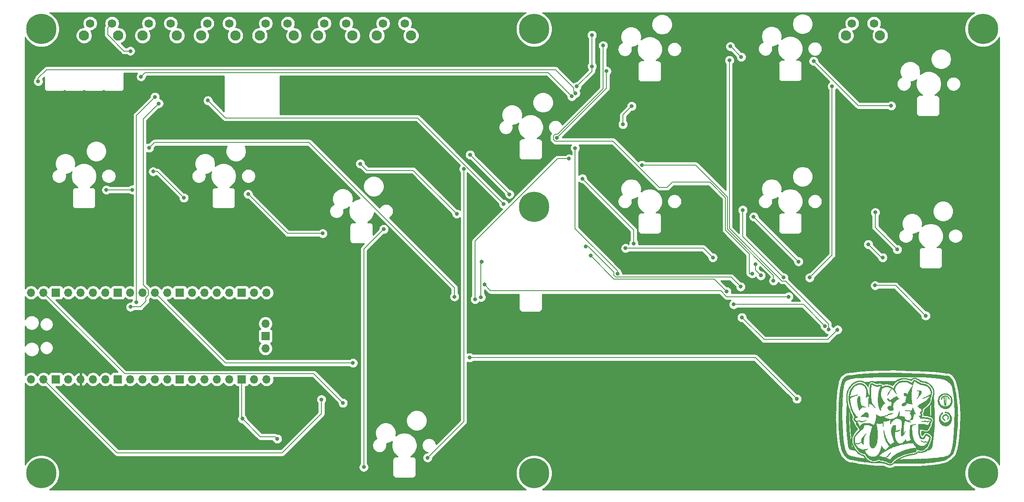
<source format=gtl>
G04 #@! TF.GenerationSoftware,KiCad,Pcbnew,(5.1.9)-1*
G04 #@! TF.CreationDate,2021-09-13T12:17:35-05:00*
G04 #@! TF.ProjectId,OSFRD,4f534652-442e-46b6-9963-61645f706362,rev?*
G04 #@! TF.SameCoordinates,Original*
G04 #@! TF.FileFunction,Copper,L1,Top*
G04 #@! TF.FilePolarity,Positive*
%FSLAX46Y46*%
G04 Gerber Fmt 4.6, Leading zero omitted, Abs format (unit mm)*
G04 Created by KiCad (PCBNEW (5.1.9)-1) date 2021-09-13 12:17:35*
%MOMM*%
%LPD*%
G01*
G04 APERTURE LIST*
G04 #@! TA.AperFunction,EtchedComponent*
%ADD10C,0.010000*%
G04 #@! TD*
G04 #@! TA.AperFunction,ComponentPad*
%ADD11O,1.700000X1.700000*%
G04 #@! TD*
G04 #@! TA.AperFunction,ComponentPad*
%ADD12R,1.700000X1.700000*%
G04 #@! TD*
G04 #@! TA.AperFunction,ComponentPad*
%ADD13C,2.100000*%
G04 #@! TD*
G04 #@! TA.AperFunction,ComponentPad*
%ADD14C,1.750000*%
G04 #@! TD*
G04 #@! TA.AperFunction,ComponentPad*
%ADD15C,6.200000*%
G04 #@! TD*
G04 #@! TA.AperFunction,ViaPad*
%ADD16C,0.800000*%
G04 #@! TD*
G04 #@! TA.AperFunction,Conductor*
%ADD17C,0.200000*%
G04 #@! TD*
G04 #@! TA.AperFunction,Conductor*
%ADD18C,0.254000*%
G04 #@! TD*
G04 #@! TA.AperFunction,Conductor*
%ADD19C,0.100000*%
G04 #@! TD*
G04 APERTURE END LIST*
D10*
G36*
X237947862Y-111155580D02*
G01*
X238074017Y-111167139D01*
X238170883Y-111188909D01*
X238235812Y-111213894D01*
X238370750Y-111275145D01*
X238370750Y-111459764D01*
X238361829Y-111574165D01*
X238332297Y-111689117D01*
X238277997Y-111810964D01*
X238194774Y-111946051D01*
X238078472Y-112100724D01*
X237924936Y-112281327D01*
X237730008Y-112494205D01*
X237611181Y-112619479D01*
X237504688Y-112727194D01*
X237420515Y-112805716D01*
X237363001Y-112852373D01*
X237336488Y-112864493D01*
X237345315Y-112839404D01*
X237393825Y-112774435D01*
X237430324Y-112730812D01*
X237555059Y-112581090D01*
X237644084Y-112460184D01*
X237705748Y-112351182D01*
X237748399Y-112237172D01*
X237780387Y-112101241D01*
X237801841Y-111978208D01*
X237829169Y-111815297D01*
X237858020Y-111653323D01*
X237884017Y-111516463D01*
X237895643Y-111460055D01*
X237914257Y-111359461D01*
X237921923Y-111286212D01*
X237918669Y-111260086D01*
X237880980Y-111249415D01*
X237797413Y-111236962D01*
X237685441Y-111225291D01*
X237676009Y-111224487D01*
X237565504Y-111211734D01*
X237484980Y-111195789D01*
X237450330Y-111179893D01*
X237450000Y-111178395D01*
X237479531Y-111167191D01*
X237559275Y-111158380D01*
X237675961Y-111153038D01*
X237775437Y-111151947D01*
X237947862Y-111155580D01*
G37*
X237947862Y-111155580D02*
X238074017Y-111167139D01*
X238170883Y-111188909D01*
X238235812Y-111213894D01*
X238370750Y-111275145D01*
X238370750Y-111459764D01*
X238361829Y-111574165D01*
X238332297Y-111689117D01*
X238277997Y-111810964D01*
X238194774Y-111946051D01*
X238078472Y-112100724D01*
X237924936Y-112281327D01*
X237730008Y-112494205D01*
X237611181Y-112619479D01*
X237504688Y-112727194D01*
X237420515Y-112805716D01*
X237363001Y-112852373D01*
X237336488Y-112864493D01*
X237345315Y-112839404D01*
X237393825Y-112774435D01*
X237430324Y-112730812D01*
X237555059Y-112581090D01*
X237644084Y-112460184D01*
X237705748Y-112351182D01*
X237748399Y-112237172D01*
X237780387Y-112101241D01*
X237801841Y-111978208D01*
X237829169Y-111815297D01*
X237858020Y-111653323D01*
X237884017Y-111516463D01*
X237895643Y-111460055D01*
X237914257Y-111359461D01*
X237921923Y-111286212D01*
X237918669Y-111260086D01*
X237880980Y-111249415D01*
X237797413Y-111236962D01*
X237685441Y-111225291D01*
X237676009Y-111224487D01*
X237565504Y-111211734D01*
X237484980Y-111195789D01*
X237450330Y-111179893D01*
X237450000Y-111178395D01*
X237479531Y-111167191D01*
X237559275Y-111158380D01*
X237675961Y-111153038D01*
X237775437Y-111151947D01*
X237947862Y-111155580D01*
G36*
X236558692Y-110187821D02*
G01*
X236552279Y-110207430D01*
X236507507Y-110355225D01*
X236463674Y-110560418D01*
X236421739Y-110816908D01*
X236382661Y-111118592D01*
X236347398Y-111459370D01*
X236336930Y-111577401D01*
X236316420Y-111982884D01*
X236318970Y-112427556D01*
X236343666Y-112891807D01*
X236389594Y-113356023D01*
X236434676Y-113675375D01*
X236455069Y-113810211D01*
X236463580Y-113892259D01*
X236460422Y-113931068D01*
X236445806Y-113936187D01*
X236440412Y-113933338D01*
X236399849Y-113921544D01*
X236311728Y-113902740D01*
X236191179Y-113880023D01*
X236114974Y-113866717D01*
X235954044Y-113835840D01*
X235789275Y-113798417D01*
X235649490Y-113761151D01*
X235615309Y-113750539D01*
X235480034Y-113711968D01*
X235392542Y-113703804D01*
X235343681Y-113728329D01*
X235324300Y-113787829D01*
X235322750Y-113823573D01*
X235312248Y-113892282D01*
X235273829Y-113960103D01*
X235197121Y-114043582D01*
X235166561Y-114072776D01*
X235064663Y-114156197D01*
X234958289Y-114224264D01*
X234885065Y-114256956D01*
X234767402Y-114281681D01*
X234639907Y-114292501D01*
X234525238Y-114288939D01*
X234446054Y-114270518D01*
X234438516Y-114266367D01*
X234403111Y-114218562D01*
X234374882Y-114138990D01*
X234373330Y-114131916D01*
X234377463Y-114006926D01*
X234434138Y-113885663D01*
X234532760Y-113778625D01*
X234662734Y-113696307D01*
X234813464Y-113649204D01*
X234866747Y-113643127D01*
X234963694Y-113628368D01*
X235029581Y-113590978D01*
X235073029Y-113519506D01*
X235102662Y-113402500D01*
X235116649Y-113311246D01*
X235134349Y-113208073D01*
X235163906Y-113064517D01*
X235200823Y-112901555D01*
X235231433Y-112776047D01*
X235276352Y-112595967D01*
X235305055Y-112467902D01*
X235317014Y-112382337D01*
X235311699Y-112329755D01*
X235288580Y-112300639D01*
X235247127Y-112285473D01*
X235203687Y-112277528D01*
X235041560Y-112230184D01*
X234908314Y-112151741D01*
X234810010Y-112051390D01*
X234752704Y-111938321D01*
X234742456Y-111821724D01*
X234785323Y-111710789D01*
X234809631Y-111679781D01*
X234887940Y-111635769D01*
X234996193Y-111628884D01*
X235116933Y-111654003D01*
X235232704Y-111705998D01*
X235326048Y-111779745D01*
X235369966Y-111844303D01*
X235408622Y-111897896D01*
X235439663Y-111913250D01*
X235470325Y-111886906D01*
X235520766Y-111816238D01*
X235582510Y-111713787D01*
X235616695Y-111651312D01*
X235689740Y-111518655D01*
X235788407Y-111346917D01*
X235904047Y-111150474D01*
X236028006Y-110943699D01*
X236151634Y-110740969D01*
X236266280Y-110556658D01*
X236363292Y-110405141D01*
X236399629Y-110350392D01*
X236467398Y-110256343D01*
X236520835Y-110193836D01*
X236553435Y-110168964D01*
X236558692Y-110187821D01*
G37*
X236558692Y-110187821D02*
X236552279Y-110207430D01*
X236507507Y-110355225D01*
X236463674Y-110560418D01*
X236421739Y-110816908D01*
X236382661Y-111118592D01*
X236347398Y-111459370D01*
X236336930Y-111577401D01*
X236316420Y-111982884D01*
X236318970Y-112427556D01*
X236343666Y-112891807D01*
X236389594Y-113356023D01*
X236434676Y-113675375D01*
X236455069Y-113810211D01*
X236463580Y-113892259D01*
X236460422Y-113931068D01*
X236445806Y-113936187D01*
X236440412Y-113933338D01*
X236399849Y-113921544D01*
X236311728Y-113902740D01*
X236191179Y-113880023D01*
X236114974Y-113866717D01*
X235954044Y-113835840D01*
X235789275Y-113798417D01*
X235649490Y-113761151D01*
X235615309Y-113750539D01*
X235480034Y-113711968D01*
X235392542Y-113703804D01*
X235343681Y-113728329D01*
X235324300Y-113787829D01*
X235322750Y-113823573D01*
X235312248Y-113892282D01*
X235273829Y-113960103D01*
X235197121Y-114043582D01*
X235166561Y-114072776D01*
X235064663Y-114156197D01*
X234958289Y-114224264D01*
X234885065Y-114256956D01*
X234767402Y-114281681D01*
X234639907Y-114292501D01*
X234525238Y-114288939D01*
X234446054Y-114270518D01*
X234438516Y-114266367D01*
X234403111Y-114218562D01*
X234374882Y-114138990D01*
X234373330Y-114131916D01*
X234377463Y-114006926D01*
X234434138Y-113885663D01*
X234532760Y-113778625D01*
X234662734Y-113696307D01*
X234813464Y-113649204D01*
X234866747Y-113643127D01*
X234963694Y-113628368D01*
X235029581Y-113590978D01*
X235073029Y-113519506D01*
X235102662Y-113402500D01*
X235116649Y-113311246D01*
X235134349Y-113208073D01*
X235163906Y-113064517D01*
X235200823Y-112901555D01*
X235231433Y-112776047D01*
X235276352Y-112595967D01*
X235305055Y-112467902D01*
X235317014Y-112382337D01*
X235311699Y-112329755D01*
X235288580Y-112300639D01*
X235247127Y-112285473D01*
X235203687Y-112277528D01*
X235041560Y-112230184D01*
X234908314Y-112151741D01*
X234810010Y-112051390D01*
X234752704Y-111938321D01*
X234742456Y-111821724D01*
X234785323Y-111710789D01*
X234809631Y-111679781D01*
X234887940Y-111635769D01*
X234996193Y-111628884D01*
X235116933Y-111654003D01*
X235232704Y-111705998D01*
X235326048Y-111779745D01*
X235369966Y-111844303D01*
X235408622Y-111897896D01*
X235439663Y-111913250D01*
X235470325Y-111886906D01*
X235520766Y-111816238D01*
X235582510Y-111713787D01*
X235616695Y-111651312D01*
X235689740Y-111518655D01*
X235788407Y-111346917D01*
X235904047Y-111150474D01*
X236028006Y-110943699D01*
X236151634Y-110740969D01*
X236266280Y-110556658D01*
X236363292Y-110405141D01*
X236399629Y-110350392D01*
X236467398Y-110256343D01*
X236520835Y-110193836D01*
X236553435Y-110168964D01*
X236558692Y-110187821D01*
G36*
X225609683Y-112295085D02*
G01*
X225651319Y-112321579D01*
X225702719Y-112375903D01*
X225742643Y-112444529D01*
X225772998Y-112536421D01*
X225795692Y-112660540D01*
X225812631Y-112825852D01*
X225825723Y-113041317D01*
X225831289Y-113167375D01*
X225843852Y-113417689D01*
X225860522Y-113615356D01*
X225883858Y-113771211D01*
X225916414Y-113896086D01*
X225960748Y-114000816D01*
X226019415Y-114096236D01*
X226064565Y-114156045D01*
X226165016Y-114248136D01*
X226309587Y-114338241D01*
X226479223Y-114417962D01*
X226654866Y-114478901D01*
X226817462Y-114512660D01*
X226883012Y-114516750D01*
X226947356Y-114526489D01*
X226972500Y-114548500D01*
X226943581Y-114569235D01*
X226865758Y-114578062D01*
X226752431Y-114575339D01*
X226616998Y-114561423D01*
X226472861Y-114536674D01*
X226464500Y-114534911D01*
X226258125Y-114490895D01*
X226151968Y-114591135D01*
X226086135Y-114659626D01*
X225995818Y-114761921D01*
X225895328Y-114881547D01*
X225837281Y-114953312D01*
X225751100Y-115060777D01*
X225680856Y-115146885D01*
X225635013Y-115201348D01*
X225621678Y-115215250D01*
X225608145Y-115187818D01*
X225578632Y-115115108D01*
X225538924Y-115011492D01*
X225529054Y-114985062D01*
X225369867Y-114466838D01*
X225270170Y-113932264D01*
X225234389Y-113491358D01*
X225230167Y-113215861D01*
X225239121Y-112990930D01*
X225262878Y-112804692D01*
X225303064Y-112645273D01*
X225361303Y-112500800D01*
X225373372Y-112476367D01*
X225451376Y-112355075D01*
X225530831Y-112294267D01*
X225609683Y-112295085D01*
G37*
X225609683Y-112295085D02*
X225651319Y-112321579D01*
X225702719Y-112375903D01*
X225742643Y-112444529D01*
X225772998Y-112536421D01*
X225795692Y-112660540D01*
X225812631Y-112825852D01*
X225825723Y-113041317D01*
X225831289Y-113167375D01*
X225843852Y-113417689D01*
X225860522Y-113615356D01*
X225883858Y-113771211D01*
X225916414Y-113896086D01*
X225960748Y-114000816D01*
X226019415Y-114096236D01*
X226064565Y-114156045D01*
X226165016Y-114248136D01*
X226309587Y-114338241D01*
X226479223Y-114417962D01*
X226654866Y-114478901D01*
X226817462Y-114512660D01*
X226883012Y-114516750D01*
X226947356Y-114526489D01*
X226972500Y-114548500D01*
X226943581Y-114569235D01*
X226865758Y-114578062D01*
X226752431Y-114575339D01*
X226616998Y-114561423D01*
X226472861Y-114536674D01*
X226464500Y-114534911D01*
X226258125Y-114490895D01*
X226151968Y-114591135D01*
X226086135Y-114659626D01*
X225995818Y-114761921D01*
X225895328Y-114881547D01*
X225837281Y-114953312D01*
X225751100Y-115060777D01*
X225680856Y-115146885D01*
X225635013Y-115201348D01*
X225621678Y-115215250D01*
X225608145Y-115187818D01*
X225578632Y-115115108D01*
X225538924Y-115011492D01*
X225529054Y-114985062D01*
X225369867Y-114466838D01*
X225270170Y-113932264D01*
X225234389Y-113491358D01*
X225230167Y-113215861D01*
X225239121Y-112990930D01*
X225262878Y-112804692D01*
X225303064Y-112645273D01*
X225361303Y-112500800D01*
X225373372Y-112476367D01*
X225451376Y-112355075D01*
X225530831Y-112294267D01*
X225609683Y-112295085D01*
G36*
X233308650Y-112339808D02*
G01*
X233314053Y-112351716D01*
X233344707Y-112401684D01*
X233400033Y-112469342D01*
X233408630Y-112478716D01*
X233485070Y-112562877D01*
X233556162Y-112644216D01*
X233628147Y-112718270D01*
X233694945Y-112773772D01*
X233732168Y-112802793D01*
X233736023Y-112825161D01*
X233698498Y-112851196D01*
X233611580Y-112891220D01*
X233599695Y-112896463D01*
X233328244Y-113048878D01*
X233080121Y-113252225D01*
X232866969Y-113495022D01*
X232700431Y-113765785D01*
X232684269Y-113799318D01*
X232601941Y-114010716D01*
X232553067Y-114228604D01*
X232536773Y-114465423D01*
X232552181Y-114733613D01*
X232597097Y-115038307D01*
X232577812Y-115103718D01*
X232500242Y-115173245D01*
X232372908Y-115226795D01*
X232208317Y-115245879D01*
X232022982Y-115229808D01*
X231893750Y-115198516D01*
X231758238Y-115131973D01*
X231627989Y-115025935D01*
X231521230Y-114898609D01*
X231456187Y-114768201D01*
X231453481Y-114758736D01*
X231436672Y-114660909D01*
X231453040Y-114577858D01*
X231479412Y-114520611D01*
X231559359Y-114410165D01*
X231672796Y-114334512D01*
X231829709Y-114288468D01*
X231958378Y-114272078D01*
X232070944Y-114259462D01*
X232156203Y-114243955D01*
X232196632Y-114228793D01*
X232197241Y-114227979D01*
X232203950Y-114213231D01*
X232210217Y-114186286D01*
X232217137Y-114137680D01*
X232225806Y-114057948D01*
X232237319Y-113937625D01*
X232252771Y-113767248D01*
X232260215Y-113683923D01*
X232282096Y-113438471D01*
X232191110Y-113403544D01*
X232092174Y-113383361D01*
X231996289Y-113385167D01*
X231854048Y-113377811D01*
X231712955Y-113318708D01*
X231584309Y-113218795D01*
X231479407Y-113089008D01*
X231409547Y-112940285D01*
X231385927Y-112794312D01*
X231404361Y-112746114D01*
X231454831Y-112741989D01*
X231529398Y-112776669D01*
X231620127Y-112844888D01*
X231719079Y-112941379D01*
X231818317Y-113060874D01*
X231846712Y-113100072D01*
X231910799Y-113191519D01*
X232005462Y-113111899D01*
X232111997Y-113029743D01*
X232257822Y-112927346D01*
X232426681Y-112815238D01*
X232602316Y-112703947D01*
X232768471Y-112604004D01*
X232908891Y-112525939D01*
X232915047Y-112522746D01*
X233034569Y-112460163D01*
X233140764Y-112403039D01*
X233214061Y-112361938D01*
X233223460Y-112356319D01*
X233281187Y-112328199D01*
X233308650Y-112339808D01*
G37*
X233308650Y-112339808D02*
X233314053Y-112351716D01*
X233344707Y-112401684D01*
X233400033Y-112469342D01*
X233408630Y-112478716D01*
X233485070Y-112562877D01*
X233556162Y-112644216D01*
X233628147Y-112718270D01*
X233694945Y-112773772D01*
X233732168Y-112802793D01*
X233736023Y-112825161D01*
X233698498Y-112851196D01*
X233611580Y-112891220D01*
X233599695Y-112896463D01*
X233328244Y-113048878D01*
X233080121Y-113252225D01*
X232866969Y-113495022D01*
X232700431Y-113765785D01*
X232684269Y-113799318D01*
X232601941Y-114010716D01*
X232553067Y-114228604D01*
X232536773Y-114465423D01*
X232552181Y-114733613D01*
X232597097Y-115038307D01*
X232577812Y-115103718D01*
X232500242Y-115173245D01*
X232372908Y-115226795D01*
X232208317Y-115245879D01*
X232022982Y-115229808D01*
X231893750Y-115198516D01*
X231758238Y-115131973D01*
X231627989Y-115025935D01*
X231521230Y-114898609D01*
X231456187Y-114768201D01*
X231453481Y-114758736D01*
X231436672Y-114660909D01*
X231453040Y-114577858D01*
X231479412Y-114520611D01*
X231559359Y-114410165D01*
X231672796Y-114334512D01*
X231829709Y-114288468D01*
X231958378Y-114272078D01*
X232070944Y-114259462D01*
X232156203Y-114243955D01*
X232196632Y-114228793D01*
X232197241Y-114227979D01*
X232203950Y-114213231D01*
X232210217Y-114186286D01*
X232217137Y-114137680D01*
X232225806Y-114057948D01*
X232237319Y-113937625D01*
X232252771Y-113767248D01*
X232260215Y-113683923D01*
X232282096Y-113438471D01*
X232191110Y-113403544D01*
X232092174Y-113383361D01*
X231996289Y-113385167D01*
X231854048Y-113377811D01*
X231712955Y-113318708D01*
X231584309Y-113218795D01*
X231479407Y-113089008D01*
X231409547Y-112940285D01*
X231385927Y-112794312D01*
X231404361Y-112746114D01*
X231454831Y-112741989D01*
X231529398Y-112776669D01*
X231620127Y-112844888D01*
X231719079Y-112941379D01*
X231818317Y-113060874D01*
X231846712Y-113100072D01*
X231910799Y-113191519D01*
X232005462Y-113111899D01*
X232111997Y-113029743D01*
X232257822Y-112927346D01*
X232426681Y-112815238D01*
X232602316Y-112703947D01*
X232768471Y-112604004D01*
X232908891Y-112525939D01*
X232915047Y-112522746D01*
X233034569Y-112460163D01*
X233140764Y-112403039D01*
X233214061Y-112361938D01*
X233223460Y-112356319D01*
X233281187Y-112328199D01*
X233308650Y-112339808D01*
G36*
X227263223Y-115656985D02*
G01*
X227375545Y-115739331D01*
X227459830Y-115868120D01*
X227512046Y-116036436D01*
X227528161Y-116237362D01*
X227524795Y-116310625D01*
X227512038Y-116463948D01*
X227498391Y-116563089D01*
X227479034Y-116617245D01*
X227449152Y-116635611D01*
X227403927Y-116627385D01*
X227366358Y-116613080D01*
X227246077Y-116576682D01*
X227079088Y-116542851D01*
X226882183Y-116513857D01*
X226672152Y-116491968D01*
X226465787Y-116479453D01*
X226362163Y-116477393D01*
X226190630Y-116474856D01*
X226078008Y-116467983D01*
X226019825Y-116456314D01*
X226010412Y-116441153D01*
X226039959Y-116401181D01*
X226099215Y-116327999D01*
X226176224Y-116236320D01*
X226188787Y-116221627D01*
X226362540Y-116040721D01*
X226549363Y-115884374D01*
X226738500Y-115759395D01*
X226919190Y-115672591D01*
X227080677Y-115630770D01*
X227126895Y-115628000D01*
X227263223Y-115656985D01*
G37*
X227263223Y-115656985D02*
X227375545Y-115739331D01*
X227459830Y-115868120D01*
X227512046Y-116036436D01*
X227528161Y-116237362D01*
X227524795Y-116310625D01*
X227512038Y-116463948D01*
X227498391Y-116563089D01*
X227479034Y-116617245D01*
X227449152Y-116635611D01*
X227403927Y-116627385D01*
X227366358Y-116613080D01*
X227246077Y-116576682D01*
X227079088Y-116542851D01*
X226882183Y-116513857D01*
X226672152Y-116491968D01*
X226465787Y-116479453D01*
X226362163Y-116477393D01*
X226190630Y-116474856D01*
X226078008Y-116467983D01*
X226019825Y-116456314D01*
X226010412Y-116441153D01*
X226039959Y-116401181D01*
X226099215Y-116327999D01*
X226176224Y-116236320D01*
X226188787Y-116221627D01*
X226362540Y-116040721D01*
X226549363Y-115884374D01*
X226738500Y-115759395D01*
X226919190Y-115672591D01*
X227080677Y-115630770D01*
X227126895Y-115628000D01*
X227263223Y-115656985D01*
G36*
X227067750Y-117245829D02*
G01*
X227038774Y-117281815D01*
X226959734Y-117327842D01*
X226842462Y-117379769D01*
X226698791Y-117433454D01*
X226540552Y-117484757D01*
X226379578Y-117529535D01*
X226227699Y-117563647D01*
X226107602Y-117581905D01*
X225993034Y-117592227D01*
X225921215Y-117590423D01*
X225871763Y-117571219D01*
X225824299Y-117529337D01*
X225798297Y-117501836D01*
X225754260Y-117457425D01*
X225712178Y-117428646D01*
X225659720Y-117414416D01*
X225584554Y-117413651D01*
X225474348Y-117425267D01*
X225316772Y-117448180D01*
X225269653Y-117455375D01*
X225168365Y-117461895D01*
X225124124Y-117447192D01*
X225138820Y-117419191D01*
X225214339Y-117385818D01*
X225250639Y-117375559D01*
X225356662Y-117346326D01*
X225447858Y-117317607D01*
X225473806Y-117308094D01*
X225612958Y-117278201D01*
X225739577Y-117298605D01*
X225829500Y-117358375D01*
X225878991Y-117402289D01*
X225936185Y-117426155D01*
X226021474Y-117435603D01*
X226112846Y-117436634D01*
X226301648Y-117425383D01*
X226494367Y-117396453D01*
X226668365Y-117354208D01*
X226797875Y-117304619D01*
X226900268Y-117260047D01*
X226989591Y-117234144D01*
X227050276Y-117230302D01*
X227067750Y-117245829D01*
G37*
X227067750Y-117245829D02*
X227038774Y-117281815D01*
X226959734Y-117327842D01*
X226842462Y-117379769D01*
X226698791Y-117433454D01*
X226540552Y-117484757D01*
X226379578Y-117529535D01*
X226227699Y-117563647D01*
X226107602Y-117581905D01*
X225993034Y-117592227D01*
X225921215Y-117590423D01*
X225871763Y-117571219D01*
X225824299Y-117529337D01*
X225798297Y-117501836D01*
X225754260Y-117457425D01*
X225712178Y-117428646D01*
X225659720Y-117414416D01*
X225584554Y-117413651D01*
X225474348Y-117425267D01*
X225316772Y-117448180D01*
X225269653Y-117455375D01*
X225168365Y-117461895D01*
X225124124Y-117447192D01*
X225138820Y-117419191D01*
X225214339Y-117385818D01*
X225250639Y-117375559D01*
X225356662Y-117346326D01*
X225447858Y-117317607D01*
X225473806Y-117308094D01*
X225612958Y-117278201D01*
X225739577Y-117298605D01*
X225829500Y-117358375D01*
X225878991Y-117402289D01*
X225936185Y-117426155D01*
X226021474Y-117435603D01*
X226112846Y-117436634D01*
X226301648Y-117425383D01*
X226494367Y-117396453D01*
X226668365Y-117354208D01*
X226797875Y-117304619D01*
X226900268Y-117260047D01*
X226989591Y-117234144D01*
X227050276Y-117230302D01*
X227067750Y-117245829D01*
G36*
X227056754Y-119993501D02*
G01*
X227035488Y-120033621D01*
X227000906Y-120075847D01*
X226873087Y-120226215D01*
X226781942Y-120347282D01*
X226718177Y-120453552D01*
X226672497Y-120559532D01*
X226652934Y-120618918D01*
X226598623Y-120836009D01*
X226552253Y-121095964D01*
X226516571Y-121378362D01*
X226494323Y-121662779D01*
X226488315Y-121843062D01*
X226485226Y-121985124D01*
X226480190Y-122100401D01*
X226473933Y-122176221D01*
X226467875Y-122200250D01*
X226439767Y-122178850D01*
X226381294Y-122122687D01*
X226304992Y-122043814D01*
X226303282Y-122041994D01*
X226178170Y-121895544D01*
X226097895Y-121762911D01*
X226053864Y-121623596D01*
X226037485Y-121457101D01*
X226036692Y-121406037D01*
X226040281Y-121268331D01*
X226056882Y-121161702D01*
X226093566Y-121055868D01*
X226143520Y-120948585D01*
X226235246Y-120795952D01*
X226368496Y-120620145D01*
X226532307Y-120433733D01*
X226715717Y-120249284D01*
X226885457Y-120097877D01*
X226977069Y-120026521D01*
X227035724Y-119991431D01*
X227056754Y-119993501D01*
G37*
X227056754Y-119993501D02*
X227035488Y-120033621D01*
X227000906Y-120075847D01*
X226873087Y-120226215D01*
X226781942Y-120347282D01*
X226718177Y-120453552D01*
X226672497Y-120559532D01*
X226652934Y-120618918D01*
X226598623Y-120836009D01*
X226552253Y-121095964D01*
X226516571Y-121378362D01*
X226494323Y-121662779D01*
X226488315Y-121843062D01*
X226485226Y-121985124D01*
X226480190Y-122100401D01*
X226473933Y-122176221D01*
X226467875Y-122200250D01*
X226439767Y-122178850D01*
X226381294Y-122122687D01*
X226304992Y-122043814D01*
X226303282Y-122041994D01*
X226178170Y-121895544D01*
X226097895Y-121762911D01*
X226053864Y-121623596D01*
X226037485Y-121457101D01*
X226036692Y-121406037D01*
X226040281Y-121268331D01*
X226056882Y-121161702D01*
X226093566Y-121055868D01*
X226143520Y-120948585D01*
X226235246Y-120795952D01*
X226368496Y-120620145D01*
X226532307Y-120433733D01*
X226715717Y-120249284D01*
X226885457Y-120097877D01*
X226977069Y-120026521D01*
X227035724Y-119991431D01*
X227056754Y-119993501D01*
G36*
X243704750Y-112268144D02*
G01*
X243754547Y-112306431D01*
X243783716Y-112351866D01*
X243822493Y-112405701D01*
X243854036Y-112421250D01*
X243896971Y-112446460D01*
X243930636Y-112492687D01*
X243972842Y-112556590D01*
X244003190Y-112586779D01*
X244037731Y-112624536D01*
X244040713Y-112634404D01*
X244050515Y-112680659D01*
X244068475Y-112748709D01*
X244077951Y-112834686D01*
X244065887Y-112897199D01*
X244046742Y-112921848D01*
X244020870Y-112911706D01*
X243979840Y-112859473D01*
X243927000Y-112776932D01*
X243868315Y-112680733D01*
X243823604Y-112604758D01*
X243803377Y-112567138D01*
X243773096Y-112526173D01*
X243716497Y-112467862D01*
X243711852Y-112463525D01*
X243660872Y-112405146D01*
X243658488Y-112362306D01*
X243668511Y-112347283D01*
X243687667Y-112298685D01*
X243680662Y-112279044D01*
X243683045Y-112264410D01*
X243704750Y-112268144D01*
G37*
X243704750Y-112268144D02*
X243754547Y-112306431D01*
X243783716Y-112351866D01*
X243822493Y-112405701D01*
X243854036Y-112421250D01*
X243896971Y-112446460D01*
X243930636Y-112492687D01*
X243972842Y-112556590D01*
X244003190Y-112586779D01*
X244037731Y-112624536D01*
X244040713Y-112634404D01*
X244050515Y-112680659D01*
X244068475Y-112748709D01*
X244077951Y-112834686D01*
X244065887Y-112897199D01*
X244046742Y-112921848D01*
X244020870Y-112911706D01*
X243979840Y-112859473D01*
X243927000Y-112776932D01*
X243868315Y-112680733D01*
X243823604Y-112604758D01*
X243803377Y-112567138D01*
X243773096Y-112526173D01*
X243716497Y-112467862D01*
X243711852Y-112463525D01*
X243660872Y-112405146D01*
X243658488Y-112362306D01*
X243668511Y-112347283D01*
X243687667Y-112298685D01*
X243680662Y-112279044D01*
X243683045Y-112264410D01*
X243704750Y-112268144D01*
G36*
X243354824Y-112198480D02*
G01*
X243429277Y-112219686D01*
X243458201Y-112241870D01*
X243478923Y-112259244D01*
X243482013Y-112243979D01*
X243508169Y-112213460D01*
X243530125Y-112209583D01*
X243572277Y-112232274D01*
X243577750Y-112251916D01*
X243596730Y-112290654D01*
X243609500Y-112294250D01*
X243640327Y-112318410D01*
X243641250Y-112326000D01*
X243613660Y-112348292D01*
X243547185Y-112357747D01*
X243546000Y-112357750D01*
X243476279Y-112367728D01*
X243451732Y-112404858D01*
X243450750Y-112421250D01*
X243437453Y-112472842D01*
X243419000Y-112484750D01*
X243393051Y-112458207D01*
X243387250Y-112422367D01*
X243363602Y-112364454D01*
X243309477Y-112318507D01*
X243250104Y-112302691D01*
X243230037Y-112309174D01*
X243190393Y-112303911D01*
X243178544Y-112290478D01*
X243149603Y-112282674D01*
X243117750Y-112325299D01*
X243098380Y-112402253D01*
X243090423Y-112534490D01*
X243093765Y-112714849D01*
X243108290Y-112936168D01*
X243131160Y-113167375D01*
X243144496Y-113292909D01*
X243154113Y-113397336D01*
X243158315Y-113461831D01*
X243158338Y-113469000D01*
X243161962Y-113528632D01*
X243173162Y-113625033D01*
X243189210Y-113740336D01*
X243207378Y-113856674D01*
X243224938Y-113956182D01*
X243239163Y-114020992D01*
X243244858Y-114035692D01*
X243264559Y-114043189D01*
X243278696Y-114015637D01*
X243288098Y-113946247D01*
X243293596Y-113828233D01*
X243296018Y-113654807D01*
X243296197Y-113615773D01*
X243299104Y-113450767D01*
X243306074Y-113323043D01*
X243316391Y-113241525D01*
X243328427Y-113215000D01*
X243343213Y-113194697D01*
X243335984Y-113177359D01*
X243324292Y-113123137D01*
X243320695Y-113022709D01*
X243325073Y-112892839D01*
X243337304Y-112750286D01*
X243339192Y-112733973D01*
X243361619Y-112614169D01*
X243393215Y-112538416D01*
X243424256Y-112516500D01*
X243441145Y-112546655D01*
X243441640Y-112634955D01*
X243434796Y-112707679D01*
X243425251Y-112832694D01*
X243419047Y-113002726D01*
X243416270Y-113199375D01*
X243417008Y-113404240D01*
X243421347Y-113598922D01*
X243429375Y-113765021D01*
X243429761Y-113770625D01*
X243427927Y-113951907D01*
X243393936Y-114081001D01*
X243328430Y-114156751D01*
X243232052Y-114178004D01*
X243204617Y-114174904D01*
X243135075Y-114143265D01*
X243104396Y-114109411D01*
X243090625Y-114058588D01*
X243073004Y-113956783D01*
X243052975Y-113816293D01*
X243031980Y-113649416D01*
X243011464Y-113468448D01*
X242992869Y-113285687D01*
X242977638Y-113113430D01*
X242967215Y-112963975D01*
X242965107Y-112922447D01*
X242957221Y-112811250D01*
X242945778Y-112726514D01*
X242933576Y-112687243D01*
X242932164Y-112648324D01*
X242949052Y-112620030D01*
X242970338Y-112566325D01*
X242949922Y-112516186D01*
X242929397Y-112465479D01*
X242951832Y-112441895D01*
X242970302Y-112427720D01*
X242947651Y-112423756D01*
X242867761Y-112447971D01*
X242777731Y-112522197D01*
X242687552Y-112636220D01*
X242614727Y-112764008D01*
X242545588Y-112894628D01*
X242492271Y-112966209D01*
X242452416Y-112980551D01*
X242423661Y-112939456D01*
X242416508Y-112915250D01*
X242417735Y-112826765D01*
X242459262Y-112701756D01*
X242481532Y-112652436D01*
X242589820Y-112469636D01*
X242716063Y-112345168D01*
X242858467Y-112278375D01*
X243514250Y-112278375D01*
X243530125Y-112294250D01*
X243546000Y-112278375D01*
X243530125Y-112262500D01*
X243514250Y-112278375D01*
X242858467Y-112278375D01*
X242865218Y-112275209D01*
X242995490Y-112256196D01*
X243066938Y-112246024D01*
X243101024Y-112226448D01*
X243101500Y-112223731D01*
X243121256Y-112209584D01*
X243133250Y-112214875D01*
X243185597Y-112218297D01*
X243204668Y-112209981D01*
X243269675Y-112193952D01*
X243354824Y-112198480D01*
G37*
X243354824Y-112198480D02*
X243429277Y-112219686D01*
X243458201Y-112241870D01*
X243478923Y-112259244D01*
X243482013Y-112243979D01*
X243508169Y-112213460D01*
X243530125Y-112209583D01*
X243572277Y-112232274D01*
X243577750Y-112251916D01*
X243596730Y-112290654D01*
X243609500Y-112294250D01*
X243640327Y-112318410D01*
X243641250Y-112326000D01*
X243613660Y-112348292D01*
X243547185Y-112357747D01*
X243546000Y-112357750D01*
X243476279Y-112367728D01*
X243451732Y-112404858D01*
X243450750Y-112421250D01*
X243437453Y-112472842D01*
X243419000Y-112484750D01*
X243393051Y-112458207D01*
X243387250Y-112422367D01*
X243363602Y-112364454D01*
X243309477Y-112318507D01*
X243250104Y-112302691D01*
X243230037Y-112309174D01*
X243190393Y-112303911D01*
X243178544Y-112290478D01*
X243149603Y-112282674D01*
X243117750Y-112325299D01*
X243098380Y-112402253D01*
X243090423Y-112534490D01*
X243093765Y-112714849D01*
X243108290Y-112936168D01*
X243131160Y-113167375D01*
X243144496Y-113292909D01*
X243154113Y-113397336D01*
X243158315Y-113461831D01*
X243158338Y-113469000D01*
X243161962Y-113528632D01*
X243173162Y-113625033D01*
X243189210Y-113740336D01*
X243207378Y-113856674D01*
X243224938Y-113956182D01*
X243239163Y-114020992D01*
X243244858Y-114035692D01*
X243264559Y-114043189D01*
X243278696Y-114015637D01*
X243288098Y-113946247D01*
X243293596Y-113828233D01*
X243296018Y-113654807D01*
X243296197Y-113615773D01*
X243299104Y-113450767D01*
X243306074Y-113323043D01*
X243316391Y-113241525D01*
X243328427Y-113215000D01*
X243343213Y-113194697D01*
X243335984Y-113177359D01*
X243324292Y-113123137D01*
X243320695Y-113022709D01*
X243325073Y-112892839D01*
X243337304Y-112750286D01*
X243339192Y-112733973D01*
X243361619Y-112614169D01*
X243393215Y-112538416D01*
X243424256Y-112516500D01*
X243441145Y-112546655D01*
X243441640Y-112634955D01*
X243434796Y-112707679D01*
X243425251Y-112832694D01*
X243419047Y-113002726D01*
X243416270Y-113199375D01*
X243417008Y-113404240D01*
X243421347Y-113598922D01*
X243429375Y-113765021D01*
X243429761Y-113770625D01*
X243427927Y-113951907D01*
X243393936Y-114081001D01*
X243328430Y-114156751D01*
X243232052Y-114178004D01*
X243204617Y-114174904D01*
X243135075Y-114143265D01*
X243104396Y-114109411D01*
X243090625Y-114058588D01*
X243073004Y-113956783D01*
X243052975Y-113816293D01*
X243031980Y-113649416D01*
X243011464Y-113468448D01*
X242992869Y-113285687D01*
X242977638Y-113113430D01*
X242967215Y-112963975D01*
X242965107Y-112922447D01*
X242957221Y-112811250D01*
X242945778Y-112726514D01*
X242933576Y-112687243D01*
X242932164Y-112648324D01*
X242949052Y-112620030D01*
X242970338Y-112566325D01*
X242949922Y-112516186D01*
X242929397Y-112465479D01*
X242951832Y-112441895D01*
X242970302Y-112427720D01*
X242947651Y-112423756D01*
X242867761Y-112447971D01*
X242777731Y-112522197D01*
X242687552Y-112636220D01*
X242614727Y-112764008D01*
X242545588Y-112894628D01*
X242492271Y-112966209D01*
X242452416Y-112980551D01*
X242423661Y-112939456D01*
X242416508Y-112915250D01*
X242417735Y-112826765D01*
X242459262Y-112701756D01*
X242481532Y-112652436D01*
X242589820Y-112469636D01*
X242716063Y-112345168D01*
X242858467Y-112278375D01*
X243514250Y-112278375D01*
X243530125Y-112294250D01*
X243546000Y-112278375D01*
X243530125Y-112262500D01*
X243514250Y-112278375D01*
X242858467Y-112278375D01*
X242865218Y-112275209D01*
X242995490Y-112256196D01*
X243066938Y-112246024D01*
X243101024Y-112226448D01*
X243101500Y-112223731D01*
X243121256Y-112209584D01*
X243133250Y-112214875D01*
X243185597Y-112218297D01*
X243204668Y-112209981D01*
X243269675Y-112193952D01*
X243354824Y-112198480D01*
G36*
X243401774Y-111750752D02*
G01*
X243530797Y-111762496D01*
X243554915Y-111766199D01*
X243744423Y-111822135D01*
X243948383Y-111924990D01*
X244150948Y-112065878D01*
X244264288Y-112164085D01*
X244359189Y-112264853D01*
X244399475Y-112338350D01*
X244386375Y-112387530D01*
X244363562Y-112402436D01*
X244356098Y-112411291D01*
X244387375Y-112406422D01*
X244459187Y-112421167D01*
X244505353Y-112466813D01*
X244539232Y-112520066D01*
X244529540Y-112549830D01*
X244468521Y-112579265D01*
X244467581Y-112579655D01*
X244391401Y-112599159D01*
X244335202Y-112593390D01*
X244316351Y-112565808D01*
X244322361Y-112550698D01*
X244309065Y-112521149D01*
X244261876Y-112491211D01*
X244204765Y-112444503D01*
X244201389Y-112397763D01*
X244190769Y-112340316D01*
X244127899Y-112292757D01*
X244063241Y-112256506D01*
X243999758Y-112212909D01*
X243918636Y-112148349D01*
X243856728Y-112096471D01*
X243799681Y-112061386D01*
X243764515Y-112058433D01*
X243751018Y-112049468D01*
X243757937Y-112021328D01*
X243762653Y-111984733D01*
X243726499Y-111978482D01*
X243690128Y-111984281D01*
X243598712Y-111987129D01*
X243494522Y-111970433D01*
X243402775Y-111940274D01*
X243348685Y-111902735D01*
X243348048Y-111901777D01*
X243327186Y-111886735D01*
X243324201Y-111897375D01*
X243294334Y-111913253D01*
X243213847Y-111924184D01*
X243095535Y-111928521D01*
X243082248Y-111928529D01*
X242949574Y-111931393D01*
X242866362Y-111942509D01*
X242818823Y-111964467D01*
X242803764Y-111980832D01*
X242754018Y-112026994D01*
X242671604Y-112081915D01*
X242631723Y-112104090D01*
X242534708Y-112166073D01*
X242423610Y-112253502D01*
X242346680Y-112324020D01*
X242272224Y-112405086D01*
X242196213Y-112498980D01*
X242126124Y-112594608D01*
X242069437Y-112680876D01*
X242033630Y-112746691D01*
X242026181Y-112780959D01*
X242037985Y-112781939D01*
X242059728Y-112785029D01*
X242059733Y-112826967D01*
X242042457Y-112903538D01*
X242014111Y-112992148D01*
X241984580Y-113052854D01*
X241974924Y-113063701D01*
X241964677Y-113084457D01*
X241982312Y-113087513D01*
X242012137Y-113115028D01*
X242022000Y-113167375D01*
X242008408Y-113227384D01*
X241982312Y-113247715D01*
X241972058Y-113260553D01*
X241998187Y-113281043D01*
X242038674Y-113326333D01*
X242052940Y-113383821D01*
X242038410Y-113428085D01*
X242014062Y-113437736D01*
X241994101Y-113446378D01*
X242018130Y-113465936D01*
X242045005Y-113507657D01*
X242039930Y-113529174D01*
X242044822Y-113568396D01*
X242067612Y-113583746D01*
X242111051Y-113623307D01*
X242117250Y-113647021D01*
X242131699Y-113687096D01*
X242142243Y-113691250D01*
X242164282Y-113718110D01*
X242172258Y-113757918D01*
X242200898Y-113830475D01*
X242234528Y-113866448D01*
X242270768Y-113907358D01*
X242269524Y-113930558D01*
X242268806Y-113966464D01*
X242306069Y-114008399D01*
X242361064Y-114037062D01*
X242384857Y-114040500D01*
X242429589Y-114061722D01*
X242440298Y-114130095D01*
X242438001Y-114155725D01*
X242461332Y-114190135D01*
X242521906Y-114220014D01*
X242593825Y-114234100D01*
X242616303Y-114233284D01*
X242666713Y-114243983D01*
X242746886Y-114276325D01*
X242778709Y-114291801D01*
X242895098Y-114335113D01*
X243021691Y-114360165D01*
X243041656Y-114361655D01*
X243135956Y-114372033D01*
X243205213Y-114389962D01*
X243218532Y-114397147D01*
X243278120Y-114406084D01*
X243327189Y-114387909D01*
X243408760Y-114359441D01*
X243508130Y-114342974D01*
X243511781Y-114342726D01*
X243662728Y-114315579D01*
X243792943Y-114259843D01*
X243853361Y-114213924D01*
X243920885Y-114181473D01*
X243962095Y-114184436D01*
X244010458Y-114184820D01*
X244022250Y-114144453D01*
X244044216Y-114093621D01*
X244101684Y-114018102D01*
X244178621Y-113937791D01*
X244252093Y-113863110D01*
X244297080Y-113806625D01*
X244304322Y-113780051D01*
X244303549Y-113779724D01*
X244299812Y-113752186D01*
X244332948Y-113699217D01*
X244337678Y-113693638D01*
X244384683Y-113621280D01*
X244403250Y-113558395D01*
X244425509Y-113499440D01*
X244450875Y-113480481D01*
X244487466Y-113446969D01*
X244498336Y-113402142D01*
X244478228Y-113374649D01*
X244470453Y-113373750D01*
X244440809Y-113347326D01*
X244425800Y-113310250D01*
X244424855Y-113259664D01*
X244440111Y-113246750D01*
X244456883Y-113222016D01*
X244451255Y-113184449D01*
X244449433Y-113106069D01*
X244464737Y-113060010D01*
X244481356Y-113005883D01*
X244458558Y-112983584D01*
X244436124Y-112960418D01*
X244454475Y-112910020D01*
X244461956Y-112897044D01*
X244488109Y-112846643D01*
X244477354Y-112836555D01*
X244456930Y-112843157D01*
X244412633Y-112834348D01*
X244389347Y-112782931D01*
X244394603Y-112694518D01*
X244448852Y-112631714D01*
X244524279Y-112611750D01*
X244576132Y-112633660D01*
X244604207Y-112682191D01*
X244599148Y-112731539D01*
X244574901Y-112751372D01*
X244546430Y-112786023D01*
X244561060Y-112833553D01*
X244609955Y-112870307D01*
X244620575Y-112873661D01*
X244657931Y-112904704D01*
X244679409Y-112957664D01*
X244678958Y-113006248D01*
X244655276Y-113024500D01*
X244629135Y-113050370D01*
X244625500Y-113073998D01*
X244640892Y-113106861D01*
X244657250Y-113103875D01*
X244686572Y-113104883D01*
X244689000Y-113115230D01*
X244663925Y-113152791D01*
X244649312Y-113160090D01*
X244631825Y-113184650D01*
X244664169Y-113235402D01*
X244668297Y-113240110D01*
X244704671Y-113298786D01*
X244706723Y-113339009D01*
X244695250Y-113365825D01*
X244684220Y-113414241D01*
X244671653Y-113496182D01*
X244655572Y-113623569D01*
X244645884Y-113705549D01*
X244626955Y-113776258D01*
X244598277Y-113811449D01*
X244576106Y-113841715D01*
X244580537Y-113854307D01*
X244580407Y-113900543D01*
X244556437Y-113972511D01*
X244519960Y-114045666D01*
X244482308Y-114095462D01*
X244465260Y-114104000D01*
X244441879Y-114122157D01*
X244442884Y-114127812D01*
X244433195Y-114176803D01*
X244394168Y-114248868D01*
X244340914Y-114322415D01*
X244288547Y-114375850D01*
X244259571Y-114389750D01*
X244225683Y-114404590D01*
X244228219Y-114420843D01*
X244232576Y-114478928D01*
X244193530Y-114537536D01*
X244127789Y-114576723D01*
X244092570Y-114582756D01*
X244043480Y-114589180D01*
X244045738Y-114601145D01*
X244046062Y-114601277D01*
X244082854Y-114635516D01*
X244085750Y-114648269D01*
X244065824Y-114664067D01*
X244051462Y-114658056D01*
X244010084Y-114664519D01*
X243971175Y-114702540D01*
X243909926Y-114752061D01*
X243820267Y-114787157D01*
X243807024Y-114789937D01*
X243726345Y-114808873D01*
X243677072Y-114828070D01*
X243673000Y-114831538D01*
X243605800Y-114874512D01*
X243502203Y-114898482D01*
X243387850Y-114897993D01*
X243371987Y-114895583D01*
X243281668Y-114885085D01*
X243215321Y-114886463D01*
X243205697Y-114888926D01*
X243149484Y-114889955D01*
X243070285Y-114870944D01*
X243070147Y-114870896D01*
X243000839Y-114853205D01*
X242974732Y-114866798D01*
X242973490Y-114875589D01*
X242958839Y-114888148D01*
X242933802Y-114863248D01*
X242919614Y-114850125D01*
X243419000Y-114850125D01*
X243434875Y-114866000D01*
X243450750Y-114850125D01*
X243434875Y-114834250D01*
X243419000Y-114850125D01*
X242919614Y-114850125D01*
X242871353Y-114805490D01*
X242790339Y-114757257D01*
X242717540Y-114733243D01*
X242697459Y-114733553D01*
X242625825Y-114720404D01*
X242565038Y-114686083D01*
X242794583Y-114686083D01*
X242798941Y-114704958D01*
X242815750Y-114707250D01*
X242841883Y-114695633D01*
X242836916Y-114686083D01*
X242799236Y-114682283D01*
X242794583Y-114686083D01*
X242565038Y-114686083D01*
X242547393Y-114676120D01*
X242942750Y-114676120D01*
X242970754Y-114696316D01*
X243040006Y-114706825D01*
X243059166Y-114707250D01*
X243128967Y-114702624D01*
X243157349Y-114691135D01*
X243155692Y-114687358D01*
X243110407Y-114667111D01*
X243060113Y-114659625D01*
X243271686Y-114659625D01*
X243295050Y-114676706D01*
X243372474Y-114689018D01*
X243494601Y-114695093D01*
X243498419Y-114695156D01*
X243612201Y-114693708D01*
X243696380Y-114686434D01*
X243735453Y-114674819D01*
X243736500Y-114672340D01*
X243713061Y-114658447D01*
X243688875Y-114664018D01*
X243648034Y-114663856D01*
X243641250Y-114649792D01*
X243666329Y-114610628D01*
X243680937Y-114603117D01*
X243692385Y-114590833D01*
X243778833Y-114590833D01*
X243783191Y-114609708D01*
X243800000Y-114612000D01*
X243826133Y-114600383D01*
X243821166Y-114590833D01*
X243783486Y-114587033D01*
X243778833Y-114590833D01*
X243692385Y-114590833D01*
X243704852Y-114577456D01*
X243699763Y-114566380D01*
X243660634Y-114564279D01*
X243592259Y-114588812D01*
X243581764Y-114594049D01*
X243481797Y-114627484D01*
X243383831Y-114636077D01*
X243310995Y-114639266D01*
X243272298Y-114658204D01*
X243271686Y-114659625D01*
X243060113Y-114659625D01*
X243042066Y-114656939D01*
X242977503Y-114658259D01*
X242943549Y-114672486D01*
X242942750Y-114676120D01*
X242547393Y-114676120D01*
X242524525Y-114663209D01*
X242403052Y-114567909D01*
X242399205Y-114564375D01*
X242688750Y-114564375D01*
X242704625Y-114580250D01*
X242720500Y-114564375D01*
X242704625Y-114548500D01*
X242688750Y-114564375D01*
X242399205Y-114564375D01*
X242364636Y-114532625D01*
X242815750Y-114532625D01*
X242831625Y-114548500D01*
X243927000Y-114548500D01*
X243938616Y-114574633D01*
X243948166Y-114569666D01*
X243951966Y-114531986D01*
X243948166Y-114527333D01*
X243929291Y-114531691D01*
X243927000Y-114548500D01*
X242831625Y-114548500D01*
X242847500Y-114532625D01*
X242831625Y-114516750D01*
X242815750Y-114532625D01*
X242364636Y-114532625D01*
X242339500Y-114509540D01*
X242238977Y-114409312D01*
X243969538Y-114409312D01*
X243974625Y-114421500D01*
X244016684Y-114452064D01*
X244025997Y-114453250D01*
X244043211Y-114433687D01*
X244038125Y-114421500D01*
X243996065Y-114390935D01*
X243986752Y-114389750D01*
X243969538Y-114409312D01*
X242238977Y-114409312D01*
X242235717Y-114406062D01*
X242151386Y-114314912D01*
X242094058Y-114244972D01*
X242071286Y-114205127D01*
X242075775Y-114199250D01*
X242070840Y-114179215D01*
X242031839Y-114129374D01*
X242016028Y-114111937D01*
X241925665Y-113981415D01*
X241847688Y-113804043D01*
X241787574Y-113596094D01*
X241763920Y-113453125D01*
X241926750Y-113453125D01*
X241942625Y-113469000D01*
X241958500Y-113453125D01*
X241942625Y-113437250D01*
X241926750Y-113453125D01*
X241763920Y-113453125D01*
X241750802Y-113373843D01*
X241745160Y-113307110D01*
X241738192Y-113165042D01*
X241740046Y-113076816D01*
X241751417Y-113033297D01*
X241766697Y-113024500D01*
X241792138Y-113001748D01*
X241788268Y-112976875D01*
X241781300Y-112904829D01*
X241813937Y-112859949D01*
X241861717Y-112856149D01*
X241920076Y-112853032D01*
X241940915Y-112836765D01*
X241931628Y-112810106D01*
X241873061Y-112799743D01*
X241822288Y-112793472D01*
X241822288Y-112781758D01*
X241823562Y-112781222D01*
X241856689Y-112740003D01*
X241863250Y-112703448D01*
X241882232Y-112620055D01*
X241932185Y-112506935D01*
X242002619Y-112382457D01*
X242083043Y-112264990D01*
X242162969Y-112172902D01*
X242170029Y-112166256D01*
X242316774Y-112035503D01*
X242432584Y-111944541D01*
X242529515Y-111886428D01*
X242568442Y-111872515D01*
X243167645Y-111872515D01*
X243183238Y-111879528D01*
X243223208Y-111881500D01*
X243273180Y-111864008D01*
X243535138Y-111864008D01*
X243536547Y-111896223D01*
X243563491Y-111892361D01*
X243604491Y-111861101D01*
X243609500Y-111846353D01*
X243592109Y-111818835D01*
X243557264Y-111831459D01*
X243535138Y-111864008D01*
X243273180Y-111864008D01*
X243280191Y-111861554D01*
X243292000Y-111829987D01*
X243284661Y-111796204D01*
X243251885Y-111809549D01*
X243236437Y-111821003D01*
X243186536Y-111858736D01*
X243167645Y-111872515D01*
X242568442Y-111872515D01*
X242619624Y-111854222D01*
X242714969Y-111840982D01*
X242736760Y-111839963D01*
X242832280Y-111833350D01*
X242895552Y-111822697D01*
X242910945Y-111814031D01*
X242940289Y-111788692D01*
X243018519Y-111768619D01*
X243131160Y-111754888D01*
X243263737Y-111748574D01*
X243401774Y-111750752D01*
G37*
X243401774Y-111750752D02*
X243530797Y-111762496D01*
X243554915Y-111766199D01*
X243744423Y-111822135D01*
X243948383Y-111924990D01*
X244150948Y-112065878D01*
X244264288Y-112164085D01*
X244359189Y-112264853D01*
X244399475Y-112338350D01*
X244386375Y-112387530D01*
X244363562Y-112402436D01*
X244356098Y-112411291D01*
X244387375Y-112406422D01*
X244459187Y-112421167D01*
X244505353Y-112466813D01*
X244539232Y-112520066D01*
X244529540Y-112549830D01*
X244468521Y-112579265D01*
X244467581Y-112579655D01*
X244391401Y-112599159D01*
X244335202Y-112593390D01*
X244316351Y-112565808D01*
X244322361Y-112550698D01*
X244309065Y-112521149D01*
X244261876Y-112491211D01*
X244204765Y-112444503D01*
X244201389Y-112397763D01*
X244190769Y-112340316D01*
X244127899Y-112292757D01*
X244063241Y-112256506D01*
X243999758Y-112212909D01*
X243918636Y-112148349D01*
X243856728Y-112096471D01*
X243799681Y-112061386D01*
X243764515Y-112058433D01*
X243751018Y-112049468D01*
X243757937Y-112021328D01*
X243762653Y-111984733D01*
X243726499Y-111978482D01*
X243690128Y-111984281D01*
X243598712Y-111987129D01*
X243494522Y-111970433D01*
X243402775Y-111940274D01*
X243348685Y-111902735D01*
X243348048Y-111901777D01*
X243327186Y-111886735D01*
X243324201Y-111897375D01*
X243294334Y-111913253D01*
X243213847Y-111924184D01*
X243095535Y-111928521D01*
X243082248Y-111928529D01*
X242949574Y-111931393D01*
X242866362Y-111942509D01*
X242818823Y-111964467D01*
X242803764Y-111980832D01*
X242754018Y-112026994D01*
X242671604Y-112081915D01*
X242631723Y-112104090D01*
X242534708Y-112166073D01*
X242423610Y-112253502D01*
X242346680Y-112324020D01*
X242272224Y-112405086D01*
X242196213Y-112498980D01*
X242126124Y-112594608D01*
X242069437Y-112680876D01*
X242033630Y-112746691D01*
X242026181Y-112780959D01*
X242037985Y-112781939D01*
X242059728Y-112785029D01*
X242059733Y-112826967D01*
X242042457Y-112903538D01*
X242014111Y-112992148D01*
X241984580Y-113052854D01*
X241974924Y-113063701D01*
X241964677Y-113084457D01*
X241982312Y-113087513D01*
X242012137Y-113115028D01*
X242022000Y-113167375D01*
X242008408Y-113227384D01*
X241982312Y-113247715D01*
X241972058Y-113260553D01*
X241998187Y-113281043D01*
X242038674Y-113326333D01*
X242052940Y-113383821D01*
X242038410Y-113428085D01*
X242014062Y-113437736D01*
X241994101Y-113446378D01*
X242018130Y-113465936D01*
X242045005Y-113507657D01*
X242039930Y-113529174D01*
X242044822Y-113568396D01*
X242067612Y-113583746D01*
X242111051Y-113623307D01*
X242117250Y-113647021D01*
X242131699Y-113687096D01*
X242142243Y-113691250D01*
X242164282Y-113718110D01*
X242172258Y-113757918D01*
X242200898Y-113830475D01*
X242234528Y-113866448D01*
X242270768Y-113907358D01*
X242269524Y-113930558D01*
X242268806Y-113966464D01*
X242306069Y-114008399D01*
X242361064Y-114037062D01*
X242384857Y-114040500D01*
X242429589Y-114061722D01*
X242440298Y-114130095D01*
X242438001Y-114155725D01*
X242461332Y-114190135D01*
X242521906Y-114220014D01*
X242593825Y-114234100D01*
X242616303Y-114233284D01*
X242666713Y-114243983D01*
X242746886Y-114276325D01*
X242778709Y-114291801D01*
X242895098Y-114335113D01*
X243021691Y-114360165D01*
X243041656Y-114361655D01*
X243135956Y-114372033D01*
X243205213Y-114389962D01*
X243218532Y-114397147D01*
X243278120Y-114406084D01*
X243327189Y-114387909D01*
X243408760Y-114359441D01*
X243508130Y-114342974D01*
X243511781Y-114342726D01*
X243662728Y-114315579D01*
X243792943Y-114259843D01*
X243853361Y-114213924D01*
X243920885Y-114181473D01*
X243962095Y-114184436D01*
X244010458Y-114184820D01*
X244022250Y-114144453D01*
X244044216Y-114093621D01*
X244101684Y-114018102D01*
X244178621Y-113937791D01*
X244252093Y-113863110D01*
X244297080Y-113806625D01*
X244304322Y-113780051D01*
X244303549Y-113779724D01*
X244299812Y-113752186D01*
X244332948Y-113699217D01*
X244337678Y-113693638D01*
X244384683Y-113621280D01*
X244403250Y-113558395D01*
X244425509Y-113499440D01*
X244450875Y-113480481D01*
X244487466Y-113446969D01*
X244498336Y-113402142D01*
X244478228Y-113374649D01*
X244470453Y-113373750D01*
X244440809Y-113347326D01*
X244425800Y-113310250D01*
X244424855Y-113259664D01*
X244440111Y-113246750D01*
X244456883Y-113222016D01*
X244451255Y-113184449D01*
X244449433Y-113106069D01*
X244464737Y-113060010D01*
X244481356Y-113005883D01*
X244458558Y-112983584D01*
X244436124Y-112960418D01*
X244454475Y-112910020D01*
X244461956Y-112897044D01*
X244488109Y-112846643D01*
X244477354Y-112836555D01*
X244456930Y-112843157D01*
X244412633Y-112834348D01*
X244389347Y-112782931D01*
X244394603Y-112694518D01*
X244448852Y-112631714D01*
X244524279Y-112611750D01*
X244576132Y-112633660D01*
X244604207Y-112682191D01*
X244599148Y-112731539D01*
X244574901Y-112751372D01*
X244546430Y-112786023D01*
X244561060Y-112833553D01*
X244609955Y-112870307D01*
X244620575Y-112873661D01*
X244657931Y-112904704D01*
X244679409Y-112957664D01*
X244678958Y-113006248D01*
X244655276Y-113024500D01*
X244629135Y-113050370D01*
X244625500Y-113073998D01*
X244640892Y-113106861D01*
X244657250Y-113103875D01*
X244686572Y-113104883D01*
X244689000Y-113115230D01*
X244663925Y-113152791D01*
X244649312Y-113160090D01*
X244631825Y-113184650D01*
X244664169Y-113235402D01*
X244668297Y-113240110D01*
X244704671Y-113298786D01*
X244706723Y-113339009D01*
X244695250Y-113365825D01*
X244684220Y-113414241D01*
X244671653Y-113496182D01*
X244655572Y-113623569D01*
X244645884Y-113705549D01*
X244626955Y-113776258D01*
X244598277Y-113811449D01*
X244576106Y-113841715D01*
X244580537Y-113854307D01*
X244580407Y-113900543D01*
X244556437Y-113972511D01*
X244519960Y-114045666D01*
X244482308Y-114095462D01*
X244465260Y-114104000D01*
X244441879Y-114122157D01*
X244442884Y-114127812D01*
X244433195Y-114176803D01*
X244394168Y-114248868D01*
X244340914Y-114322415D01*
X244288547Y-114375850D01*
X244259571Y-114389750D01*
X244225683Y-114404590D01*
X244228219Y-114420843D01*
X244232576Y-114478928D01*
X244193530Y-114537536D01*
X244127789Y-114576723D01*
X244092570Y-114582756D01*
X244043480Y-114589180D01*
X244045738Y-114601145D01*
X244046062Y-114601277D01*
X244082854Y-114635516D01*
X244085750Y-114648269D01*
X244065824Y-114664067D01*
X244051462Y-114658056D01*
X244010084Y-114664519D01*
X243971175Y-114702540D01*
X243909926Y-114752061D01*
X243820267Y-114787157D01*
X243807024Y-114789937D01*
X243726345Y-114808873D01*
X243677072Y-114828070D01*
X243673000Y-114831538D01*
X243605800Y-114874512D01*
X243502203Y-114898482D01*
X243387850Y-114897993D01*
X243371987Y-114895583D01*
X243281668Y-114885085D01*
X243215321Y-114886463D01*
X243205697Y-114888926D01*
X243149484Y-114889955D01*
X243070285Y-114870944D01*
X243070147Y-114870896D01*
X243000839Y-114853205D01*
X242974732Y-114866798D01*
X242973490Y-114875589D01*
X242958839Y-114888148D01*
X242933802Y-114863248D01*
X242919614Y-114850125D01*
X243419000Y-114850125D01*
X243434875Y-114866000D01*
X243450750Y-114850125D01*
X243434875Y-114834250D01*
X243419000Y-114850125D01*
X242919614Y-114850125D01*
X242871353Y-114805490D01*
X242790339Y-114757257D01*
X242717540Y-114733243D01*
X242697459Y-114733553D01*
X242625825Y-114720404D01*
X242565038Y-114686083D01*
X242794583Y-114686083D01*
X242798941Y-114704958D01*
X242815750Y-114707250D01*
X242841883Y-114695633D01*
X242836916Y-114686083D01*
X242799236Y-114682283D01*
X242794583Y-114686083D01*
X242565038Y-114686083D01*
X242547393Y-114676120D01*
X242942750Y-114676120D01*
X242970754Y-114696316D01*
X243040006Y-114706825D01*
X243059166Y-114707250D01*
X243128967Y-114702624D01*
X243157349Y-114691135D01*
X243155692Y-114687358D01*
X243110407Y-114667111D01*
X243060113Y-114659625D01*
X243271686Y-114659625D01*
X243295050Y-114676706D01*
X243372474Y-114689018D01*
X243494601Y-114695093D01*
X243498419Y-114695156D01*
X243612201Y-114693708D01*
X243696380Y-114686434D01*
X243735453Y-114674819D01*
X243736500Y-114672340D01*
X243713061Y-114658447D01*
X243688875Y-114664018D01*
X243648034Y-114663856D01*
X243641250Y-114649792D01*
X243666329Y-114610628D01*
X243680937Y-114603117D01*
X243692385Y-114590833D01*
X243778833Y-114590833D01*
X243783191Y-114609708D01*
X243800000Y-114612000D01*
X243826133Y-114600383D01*
X243821166Y-114590833D01*
X243783486Y-114587033D01*
X243778833Y-114590833D01*
X243692385Y-114590833D01*
X243704852Y-114577456D01*
X243699763Y-114566380D01*
X243660634Y-114564279D01*
X243592259Y-114588812D01*
X243581764Y-114594049D01*
X243481797Y-114627484D01*
X243383831Y-114636077D01*
X243310995Y-114639266D01*
X243272298Y-114658204D01*
X243271686Y-114659625D01*
X243060113Y-114659625D01*
X243042066Y-114656939D01*
X242977503Y-114658259D01*
X242943549Y-114672486D01*
X242942750Y-114676120D01*
X242547393Y-114676120D01*
X242524525Y-114663209D01*
X242403052Y-114567909D01*
X242399205Y-114564375D01*
X242688750Y-114564375D01*
X242704625Y-114580250D01*
X242720500Y-114564375D01*
X242704625Y-114548500D01*
X242688750Y-114564375D01*
X242399205Y-114564375D01*
X242364636Y-114532625D01*
X242815750Y-114532625D01*
X242831625Y-114548500D01*
X243927000Y-114548500D01*
X243938616Y-114574633D01*
X243948166Y-114569666D01*
X243951966Y-114531986D01*
X243948166Y-114527333D01*
X243929291Y-114531691D01*
X243927000Y-114548500D01*
X242831625Y-114548500D01*
X242847500Y-114532625D01*
X242831625Y-114516750D01*
X242815750Y-114532625D01*
X242364636Y-114532625D01*
X242339500Y-114509540D01*
X242238977Y-114409312D01*
X243969538Y-114409312D01*
X243974625Y-114421500D01*
X244016684Y-114452064D01*
X244025997Y-114453250D01*
X244043211Y-114433687D01*
X244038125Y-114421500D01*
X243996065Y-114390935D01*
X243986752Y-114389750D01*
X243969538Y-114409312D01*
X242238977Y-114409312D01*
X242235717Y-114406062D01*
X242151386Y-114314912D01*
X242094058Y-114244972D01*
X242071286Y-114205127D01*
X242075775Y-114199250D01*
X242070840Y-114179215D01*
X242031839Y-114129374D01*
X242016028Y-114111937D01*
X241925665Y-113981415D01*
X241847688Y-113804043D01*
X241787574Y-113596094D01*
X241763920Y-113453125D01*
X241926750Y-113453125D01*
X241942625Y-113469000D01*
X241958500Y-113453125D01*
X241942625Y-113437250D01*
X241926750Y-113453125D01*
X241763920Y-113453125D01*
X241750802Y-113373843D01*
X241745160Y-113307110D01*
X241738192Y-113165042D01*
X241740046Y-113076816D01*
X241751417Y-113033297D01*
X241766697Y-113024500D01*
X241792138Y-113001748D01*
X241788268Y-112976875D01*
X241781300Y-112904829D01*
X241813937Y-112859949D01*
X241861717Y-112856149D01*
X241920076Y-112853032D01*
X241940915Y-112836765D01*
X241931628Y-112810106D01*
X241873061Y-112799743D01*
X241822288Y-112793472D01*
X241822288Y-112781758D01*
X241823562Y-112781222D01*
X241856689Y-112740003D01*
X241863250Y-112703448D01*
X241882232Y-112620055D01*
X241932185Y-112506935D01*
X242002619Y-112382457D01*
X242083043Y-112264990D01*
X242162969Y-112172902D01*
X242170029Y-112166256D01*
X242316774Y-112035503D01*
X242432584Y-111944541D01*
X242529515Y-111886428D01*
X242568442Y-111872515D01*
X243167645Y-111872515D01*
X243183238Y-111879528D01*
X243223208Y-111881500D01*
X243273180Y-111864008D01*
X243535138Y-111864008D01*
X243536547Y-111896223D01*
X243563491Y-111892361D01*
X243604491Y-111861101D01*
X243609500Y-111846353D01*
X243592109Y-111818835D01*
X243557264Y-111831459D01*
X243535138Y-111864008D01*
X243273180Y-111864008D01*
X243280191Y-111861554D01*
X243292000Y-111829987D01*
X243284661Y-111796204D01*
X243251885Y-111809549D01*
X243236437Y-111821003D01*
X243186536Y-111858736D01*
X243167645Y-111872515D01*
X242568442Y-111872515D01*
X242619624Y-111854222D01*
X242714969Y-111840982D01*
X242736760Y-111839963D01*
X242832280Y-111833350D01*
X242895552Y-111822697D01*
X242910945Y-111814031D01*
X242940289Y-111788692D01*
X243018519Y-111768619D01*
X243131160Y-111754888D01*
X243263737Y-111748574D01*
X243401774Y-111750752D01*
G36*
X243348912Y-116007110D02*
G01*
X243417237Y-116021502D01*
X243450205Y-116018221D01*
X243450750Y-116016308D01*
X243468406Y-116017102D01*
X243488850Y-116034399D01*
X243550734Y-116068494D01*
X243577024Y-116072500D01*
X243627418Y-116092473D01*
X243696471Y-116143230D01*
X243770458Y-116211028D01*
X243835654Y-116282124D01*
X243878336Y-116342773D01*
X243884778Y-116379233D01*
X243884089Y-116379993D01*
X243889299Y-116412831D01*
X243916054Y-116447090D01*
X243944293Y-116510126D01*
X243950883Y-116601667D01*
X243937676Y-116694396D01*
X243906522Y-116760998D01*
X243894064Y-116771732D01*
X243875260Y-116796897D01*
X243899594Y-116812275D01*
X243923077Y-116827643D01*
X243903187Y-116831993D01*
X243866898Y-116859738D01*
X243863500Y-116877186D01*
X243845765Y-116927333D01*
X243803376Y-116988520D01*
X243752555Y-117042350D01*
X243709526Y-117070427D01*
X243695046Y-117068212D01*
X243674205Y-117004729D01*
X243696262Y-116907879D01*
X243719617Y-116857003D01*
X243747830Y-116772733D01*
X243746116Y-116669618D01*
X243737917Y-116618903D01*
X243734315Y-116596375D01*
X243895250Y-116596375D01*
X243911125Y-116612250D01*
X243927000Y-116596375D01*
X243911125Y-116580500D01*
X243895250Y-116596375D01*
X243734315Y-116596375D01*
X243723627Y-116529542D01*
X243718721Y-116470550D01*
X243720672Y-116458744D01*
X243712106Y-116428083D01*
X243667837Y-116375236D01*
X243603428Y-116315485D01*
X243534445Y-116264111D01*
X243505543Y-116247540D01*
X243400214Y-116219410D01*
X243270354Y-116217453D01*
X243141934Y-116238994D01*
X243040926Y-116281360D01*
X243020077Y-116297523D01*
X242962496Y-116365360D01*
X242902336Y-116456988D01*
X242890073Y-116479009D01*
X242850450Y-116565841D01*
X242843043Y-116637347D01*
X242864138Y-116730226D01*
X242864518Y-116731516D01*
X242886017Y-116818694D01*
X242882539Y-116870235D01*
X242852081Y-116909700D01*
X242849147Y-116912383D01*
X242788288Y-116954196D01*
X242744743Y-116945647D01*
X242710499Y-116881737D01*
X242690802Y-116813622D01*
X242672202Y-116723375D01*
X242720500Y-116723375D01*
X242736375Y-116739250D01*
X242752250Y-116723375D01*
X242736375Y-116707500D01*
X242720500Y-116723375D01*
X242672202Y-116723375D01*
X242670956Y-116717333D01*
X242673646Y-116664224D01*
X242692929Y-116641417D01*
X242714991Y-116610891D01*
X242687906Y-116563609D01*
X242660155Y-116516781D01*
X242682022Y-116482115D01*
X242692735Y-116473876D01*
X242728808Y-116429116D01*
X242730978Y-116405137D01*
X242745352Y-116361699D01*
X242797797Y-116293234D01*
X242841910Y-116247125D01*
X242942750Y-116247125D01*
X242958625Y-116263000D01*
X242974500Y-116247125D01*
X242958625Y-116231250D01*
X242942750Y-116247125D01*
X242841910Y-116247125D01*
X242872286Y-116215375D01*
X243514250Y-116215375D01*
X243530125Y-116231250D01*
X243546000Y-116215375D01*
X243530125Y-116199500D01*
X243514250Y-116215375D01*
X242872286Y-116215375D01*
X242875213Y-116212316D01*
X242906920Y-116183625D01*
X243323750Y-116183625D01*
X243339625Y-116199500D01*
X243355500Y-116183625D01*
X243339625Y-116167750D01*
X243323750Y-116183625D01*
X242906920Y-116183625D01*
X242942008Y-116151875D01*
X243260250Y-116151875D01*
X243276125Y-116167750D01*
X243292000Y-116151875D01*
X243276125Y-116136000D01*
X243260250Y-116151875D01*
X242942008Y-116151875D01*
X242964501Y-116131522D01*
X243052564Y-116063427D01*
X243126303Y-116020608D01*
X243134971Y-116017264D01*
X243276024Y-115994719D01*
X243348912Y-116007110D01*
G37*
X243348912Y-116007110D02*
X243417237Y-116021502D01*
X243450205Y-116018221D01*
X243450750Y-116016308D01*
X243468406Y-116017102D01*
X243488850Y-116034399D01*
X243550734Y-116068494D01*
X243577024Y-116072500D01*
X243627418Y-116092473D01*
X243696471Y-116143230D01*
X243770458Y-116211028D01*
X243835654Y-116282124D01*
X243878336Y-116342773D01*
X243884778Y-116379233D01*
X243884089Y-116379993D01*
X243889299Y-116412831D01*
X243916054Y-116447090D01*
X243944293Y-116510126D01*
X243950883Y-116601667D01*
X243937676Y-116694396D01*
X243906522Y-116760998D01*
X243894064Y-116771732D01*
X243875260Y-116796897D01*
X243899594Y-116812275D01*
X243923077Y-116827643D01*
X243903187Y-116831993D01*
X243866898Y-116859738D01*
X243863500Y-116877186D01*
X243845765Y-116927333D01*
X243803376Y-116988520D01*
X243752555Y-117042350D01*
X243709526Y-117070427D01*
X243695046Y-117068212D01*
X243674205Y-117004729D01*
X243696262Y-116907879D01*
X243719617Y-116857003D01*
X243747830Y-116772733D01*
X243746116Y-116669618D01*
X243737917Y-116618903D01*
X243734315Y-116596375D01*
X243895250Y-116596375D01*
X243911125Y-116612250D01*
X243927000Y-116596375D01*
X243911125Y-116580500D01*
X243895250Y-116596375D01*
X243734315Y-116596375D01*
X243723627Y-116529542D01*
X243718721Y-116470550D01*
X243720672Y-116458744D01*
X243712106Y-116428083D01*
X243667837Y-116375236D01*
X243603428Y-116315485D01*
X243534445Y-116264111D01*
X243505543Y-116247540D01*
X243400214Y-116219410D01*
X243270354Y-116217453D01*
X243141934Y-116238994D01*
X243040926Y-116281360D01*
X243020077Y-116297523D01*
X242962496Y-116365360D01*
X242902336Y-116456988D01*
X242890073Y-116479009D01*
X242850450Y-116565841D01*
X242843043Y-116637347D01*
X242864138Y-116730226D01*
X242864518Y-116731516D01*
X242886017Y-116818694D01*
X242882539Y-116870235D01*
X242852081Y-116909700D01*
X242849147Y-116912383D01*
X242788288Y-116954196D01*
X242744743Y-116945647D01*
X242710499Y-116881737D01*
X242690802Y-116813622D01*
X242672202Y-116723375D01*
X242720500Y-116723375D01*
X242736375Y-116739250D01*
X242752250Y-116723375D01*
X242736375Y-116707500D01*
X242720500Y-116723375D01*
X242672202Y-116723375D01*
X242670956Y-116717333D01*
X242673646Y-116664224D01*
X242692929Y-116641417D01*
X242714991Y-116610891D01*
X242687906Y-116563609D01*
X242660155Y-116516781D01*
X242682022Y-116482115D01*
X242692735Y-116473876D01*
X242728808Y-116429116D01*
X242730978Y-116405137D01*
X242745352Y-116361699D01*
X242797797Y-116293234D01*
X242841910Y-116247125D01*
X242942750Y-116247125D01*
X242958625Y-116263000D01*
X242974500Y-116247125D01*
X242958625Y-116231250D01*
X242942750Y-116247125D01*
X242841910Y-116247125D01*
X242872286Y-116215375D01*
X243514250Y-116215375D01*
X243530125Y-116231250D01*
X243546000Y-116215375D01*
X243530125Y-116199500D01*
X243514250Y-116215375D01*
X242872286Y-116215375D01*
X242875213Y-116212316D01*
X242906920Y-116183625D01*
X243323750Y-116183625D01*
X243339625Y-116199500D01*
X243355500Y-116183625D01*
X243339625Y-116167750D01*
X243323750Y-116183625D01*
X242906920Y-116183625D01*
X242942008Y-116151875D01*
X243260250Y-116151875D01*
X243276125Y-116167750D01*
X243292000Y-116151875D01*
X243276125Y-116136000D01*
X243260250Y-116151875D01*
X242942008Y-116151875D01*
X242964501Y-116131522D01*
X243052564Y-116063427D01*
X243126303Y-116020608D01*
X243134971Y-116017264D01*
X243276024Y-115994719D01*
X243348912Y-116007110D01*
G36*
X242920820Y-116937397D02*
G01*
X242942750Y-116973847D01*
X242968403Y-117008927D01*
X242998312Y-117013534D01*
X243044023Y-117032365D01*
X243050144Y-117060615D01*
X243066152Y-117098110D01*
X243105875Y-117096555D01*
X243178049Y-117102950D01*
X243238516Y-117145924D01*
X243260250Y-117199809D01*
X243234268Y-117242198D01*
X243166085Y-117254547D01*
X243070338Y-117235121D01*
X243044486Y-117225374D01*
X242975675Y-117185774D01*
X242960931Y-117148651D01*
X242962381Y-117145921D01*
X242963242Y-117122405D01*
X242936092Y-117128194D01*
X242888757Y-117117997D01*
X242845651Y-117069793D01*
X242822638Y-117007997D01*
X242829753Y-116964527D01*
X242873055Y-116933108D01*
X242920820Y-116937397D01*
G37*
X242920820Y-116937397D02*
X242942750Y-116973847D01*
X242968403Y-117008927D01*
X242998312Y-117013534D01*
X243044023Y-117032365D01*
X243050144Y-117060615D01*
X243066152Y-117098110D01*
X243105875Y-117096555D01*
X243178049Y-117102950D01*
X243238516Y-117145924D01*
X243260250Y-117199809D01*
X243234268Y-117242198D01*
X243166085Y-117254547D01*
X243070338Y-117235121D01*
X243044486Y-117225374D01*
X242975675Y-117185774D01*
X242960931Y-117148651D01*
X242962381Y-117145921D01*
X242963242Y-117122405D01*
X242936092Y-117128194D01*
X242888757Y-117117997D01*
X242845651Y-117069793D01*
X242822638Y-117007997D01*
X242829753Y-116964527D01*
X242873055Y-116933108D01*
X242920820Y-116937397D01*
G36*
X243387110Y-115516951D02*
G01*
X243427902Y-115522320D01*
X243531547Y-115534241D01*
X243613614Y-115539061D01*
X243641250Y-115537836D01*
X243672807Y-115536096D01*
X243650372Y-115556389D01*
X243641250Y-115562689D01*
X243618623Y-115586057D01*
X243650008Y-115594975D01*
X243679443Y-115595763D01*
X243764628Y-115607375D01*
X243848897Y-115635261D01*
X243909914Y-115670322D01*
X243927000Y-115696596D01*
X243952854Y-115720127D01*
X243975621Y-115723250D01*
X244028598Y-115748936D01*
X244042518Y-115770875D01*
X244080599Y-115813037D01*
X244101625Y-115818500D01*
X244147506Y-115844059D01*
X244160859Y-115866458D01*
X244182314Y-115921682D01*
X244188068Y-115936138D01*
X244214347Y-115969448D01*
X244270926Y-116029123D01*
X244304959Y-116062831D01*
X244368766Y-116127719D01*
X244391978Y-116167901D01*
X244380250Y-116202180D01*
X244355601Y-116231276D01*
X244317521Y-116277239D01*
X244324706Y-116293023D01*
X244362691Y-116294750D01*
X244436127Y-116315712D01*
X244484291Y-116383903D01*
X244510008Y-116485250D01*
X244529737Y-116582996D01*
X244559114Y-116704104D01*
X244574425Y-116760801D01*
X244603076Y-116914320D01*
X244592686Y-117027946D01*
X244543796Y-117096290D01*
X244540619Y-117098262D01*
X244514352Y-117126420D01*
X244539052Y-117165271D01*
X244543787Y-117170073D01*
X244576854Y-117237571D01*
X244577708Y-117279862D01*
X244556851Y-117344915D01*
X244516873Y-117439409D01*
X244465540Y-117547996D01*
X244410621Y-117655328D01*
X244359883Y-117746057D01*
X244321091Y-117804832D01*
X244305005Y-117818750D01*
X244279259Y-117844406D01*
X244276250Y-117864896D01*
X244251729Y-117920256D01*
X244186950Y-117998003D01*
X244095083Y-118086210D01*
X243989300Y-118172950D01*
X243882771Y-118246297D01*
X243813552Y-118283867D01*
X243701447Y-118327600D01*
X243568840Y-118368042D01*
X243437414Y-118399734D01*
X243328851Y-118417216D01*
X243279728Y-118418265D01*
X243229483Y-118411127D01*
X243141559Y-118397186D01*
X243088695Y-118388451D01*
X242992891Y-118365369D01*
X242924100Y-118335957D01*
X242906618Y-118320748D01*
X242883738Y-118297120D01*
X242879736Y-118303892D01*
X242854321Y-118302734D01*
X242788196Y-118275824D01*
X242696687Y-118229520D01*
X242594045Y-118164777D01*
X242485631Y-118082045D01*
X242384171Y-117992969D01*
X242302393Y-117909195D01*
X242270760Y-117866375D01*
X243133250Y-117866375D01*
X243149125Y-117882250D01*
X243165000Y-117866375D01*
X243292000Y-117866375D01*
X243307875Y-117882250D01*
X243323750Y-117866375D01*
X243307875Y-117850500D01*
X243292000Y-117866375D01*
X243165000Y-117866375D01*
X243149125Y-117850500D01*
X243133250Y-117866375D01*
X242270760Y-117866375D01*
X242253023Y-117842367D01*
X242244250Y-117815551D01*
X242223880Y-117767804D01*
X242197974Y-117736188D01*
X242169399Y-117681280D01*
X242475069Y-117681280D01*
X242484103Y-117726397D01*
X242514125Y-117762701D01*
X242569898Y-117786023D01*
X242605142Y-117772526D01*
X242605051Y-117739557D01*
X242604883Y-117739375D01*
X242784000Y-117739375D01*
X242799875Y-117755250D01*
X242815750Y-117739375D01*
X242799875Y-117723500D01*
X242784000Y-117739375D01*
X242604883Y-117739375D01*
X242575164Y-117707315D01*
X242558423Y-117709681D01*
X242531657Y-117703887D01*
X242530000Y-117693623D01*
X242506952Y-117661292D01*
X242498250Y-117660000D01*
X242475069Y-117681280D01*
X242169399Y-117681280D01*
X242167688Y-117677993D01*
X242169620Y-117643206D01*
X242168113Y-117602974D01*
X242153212Y-117596500D01*
X242114258Y-117567851D01*
X242071669Y-117492885D01*
X242044317Y-117421875D01*
X242339500Y-117421875D01*
X242355375Y-117437750D01*
X242371250Y-117421875D01*
X242355375Y-117406000D01*
X242339500Y-117421875D01*
X242044317Y-117421875D01*
X242031296Y-117388073D01*
X241998988Y-117269886D01*
X241997908Y-117263125D01*
X242085500Y-117263125D01*
X242101375Y-117279000D01*
X242117250Y-117263125D01*
X242101375Y-117247250D01*
X242085500Y-117263125D01*
X241997908Y-117263125D01*
X241980594Y-117154794D01*
X241978434Y-117104375D01*
X241982911Y-116994620D01*
X241993230Y-116865875D01*
X242007492Y-116733133D01*
X242023796Y-116611385D01*
X242040242Y-116515624D01*
X242054930Y-116460841D01*
X242060922Y-116453500D01*
X242078921Y-116430251D01*
X242074018Y-116405875D01*
X242244250Y-116405875D01*
X242260125Y-116421750D01*
X242276000Y-116405875D01*
X242260125Y-116390000D01*
X242244250Y-116405875D01*
X242074018Y-116405875D01*
X242074601Y-116365056D01*
X242089142Y-116358250D01*
X242111304Y-116335539D01*
X242108547Y-116318562D01*
X242116902Y-116271727D01*
X242151563Y-116198563D01*
X242199639Y-116122697D01*
X242242770Y-116072500D01*
X242268704Y-116035175D01*
X242302562Y-115974294D01*
X242383486Y-115846007D01*
X242474410Y-115747918D01*
X242566025Y-115685328D01*
X242649027Y-115663534D01*
X242714107Y-115687837D01*
X242740003Y-115725205D01*
X242748563Y-115768915D01*
X242729054Y-115819029D01*
X242674067Y-115889321D01*
X242620448Y-115947455D01*
X242540847Y-116026526D01*
X242475380Y-116082872D01*
X242438340Y-116104250D01*
X242417963Y-116127144D01*
X242422004Y-116148580D01*
X242411709Y-116197551D01*
X242369940Y-116241293D01*
X242324845Y-116286268D01*
X242318620Y-116318402D01*
X242320533Y-116362273D01*
X242307528Y-116447138D01*
X242287328Y-116534950D01*
X242259534Y-116668052D01*
X242257696Y-116767525D01*
X242270928Y-116829139D01*
X242286496Y-116921832D01*
X242279461Y-117000526D01*
X242278457Y-117003404D01*
X242272846Y-117064270D01*
X242319951Y-117104510D01*
X242377968Y-117155685D01*
X242398367Y-117199018D01*
X242435392Y-117269592D01*
X242515877Y-117359018D01*
X242627168Y-117456417D01*
X242756613Y-117550916D01*
X242891557Y-117631638D01*
X242916526Y-117644398D01*
X243027627Y-117697707D01*
X243101875Y-117725215D01*
X243158706Y-117730518D01*
X243217553Y-117717215D01*
X243249901Y-117706105D01*
X243358633Y-117673521D01*
X243435622Y-117662608D01*
X243470323Y-117674081D01*
X243466849Y-117691386D01*
X243471951Y-117709448D01*
X243496543Y-117703934D01*
X243531797Y-117676696D01*
X243531581Y-117662355D01*
X243545929Y-117645966D01*
X243658126Y-117645966D01*
X243677547Y-117663482D01*
X243722028Y-117688304D01*
X243726115Y-117671574D01*
X243716301Y-117644307D01*
X243684830Y-117613129D01*
X243666283Y-117616526D01*
X243658126Y-117645966D01*
X243545929Y-117645966D01*
X243550797Y-117640407D01*
X243615094Y-117607496D01*
X243682575Y-117580989D01*
X243808400Y-117526006D01*
X243908446Y-117453379D01*
X244002578Y-117346720D01*
X244054618Y-117274071D01*
X244114552Y-117194049D01*
X244169485Y-117132323D01*
X244177985Y-117124544D01*
X244209203Y-117086891D01*
X244187627Y-117065899D01*
X244175237Y-117039405D01*
X244216361Y-116986361D01*
X244230905Y-116972480D01*
X244284326Y-116919029D01*
X244294178Y-116887053D01*
X244264628Y-116856154D01*
X244256028Y-116849573D01*
X244221510Y-116814570D01*
X244240450Y-116803759D01*
X244267184Y-116792381D01*
X244247598Y-116758858D01*
X244221068Y-116695796D01*
X244212909Y-116623921D01*
X244208953Y-116542008D01*
X244295858Y-116542008D01*
X244308996Y-116548750D01*
X244336285Y-116523018D01*
X244339750Y-116501125D01*
X244332957Y-116458763D01*
X244327271Y-116453500D01*
X244306799Y-116478327D01*
X244296518Y-116501125D01*
X244295858Y-116542008D01*
X244208953Y-116542008D01*
X244207892Y-116520054D01*
X244191890Y-116423070D01*
X244176257Y-116374125D01*
X244403250Y-116374125D01*
X244419125Y-116390000D01*
X244435000Y-116374125D01*
X244419125Y-116358250D01*
X244403250Y-116374125D01*
X244176257Y-116374125D01*
X244169247Y-116352179D01*
X244145646Y-116326500D01*
X244130253Y-116310625D01*
X244244500Y-116310625D01*
X244260375Y-116326500D01*
X244276250Y-116310625D01*
X244260375Y-116294750D01*
X244244500Y-116310625D01*
X244130253Y-116310625D01*
X244120659Y-116300731D01*
X244117500Y-116278875D01*
X244134016Y-116236613D01*
X244148065Y-116231250D01*
X244144006Y-116210973D01*
X244103515Y-116157972D01*
X244039772Y-116088375D01*
X244007644Y-116056625D01*
X244149250Y-116056625D01*
X244165125Y-116072500D01*
X244181000Y-116056625D01*
X244165125Y-116040750D01*
X244149250Y-116056625D01*
X244007644Y-116056625D01*
X243964466Y-116013956D01*
X243906475Y-115962277D01*
X243880690Y-115945500D01*
X243847808Y-115924432D01*
X243846138Y-115922850D01*
X243963867Y-115922850D01*
X243971593Y-115940594D01*
X244003562Y-115974679D01*
X244021940Y-115967687D01*
X244022250Y-115963248D01*
X243999698Y-115936394D01*
X243985594Y-115926593D01*
X243963867Y-115922850D01*
X243846138Y-115922850D01*
X243793100Y-115872617D01*
X243782608Y-115861488D01*
X243732344Y-115812304D01*
X243705926Y-115796311D01*
X243704750Y-115798720D01*
X243682195Y-115798706D01*
X243627652Y-115769435D01*
X243624957Y-115767681D01*
X243547399Y-115736270D01*
X243436898Y-115713551D01*
X243368284Y-115707126D01*
X243237253Y-115694037D01*
X243166008Y-115668362D01*
X243151666Y-115627772D01*
X243162401Y-115612125D01*
X243546000Y-115612125D01*
X243561875Y-115628000D01*
X243577750Y-115612125D01*
X243561875Y-115596250D01*
X243546000Y-115612125D01*
X243162401Y-115612125D01*
X243191346Y-115569938D01*
X243194540Y-115566709D01*
X243243543Y-115527285D01*
X243299966Y-115512176D01*
X243387110Y-115516951D01*
G37*
X243387110Y-115516951D02*
X243427902Y-115522320D01*
X243531547Y-115534241D01*
X243613614Y-115539061D01*
X243641250Y-115537836D01*
X243672807Y-115536096D01*
X243650372Y-115556389D01*
X243641250Y-115562689D01*
X243618623Y-115586057D01*
X243650008Y-115594975D01*
X243679443Y-115595763D01*
X243764628Y-115607375D01*
X243848897Y-115635261D01*
X243909914Y-115670322D01*
X243927000Y-115696596D01*
X243952854Y-115720127D01*
X243975621Y-115723250D01*
X244028598Y-115748936D01*
X244042518Y-115770875D01*
X244080599Y-115813037D01*
X244101625Y-115818500D01*
X244147506Y-115844059D01*
X244160859Y-115866458D01*
X244182314Y-115921682D01*
X244188068Y-115936138D01*
X244214347Y-115969448D01*
X244270926Y-116029123D01*
X244304959Y-116062831D01*
X244368766Y-116127719D01*
X244391978Y-116167901D01*
X244380250Y-116202180D01*
X244355601Y-116231276D01*
X244317521Y-116277239D01*
X244324706Y-116293023D01*
X244362691Y-116294750D01*
X244436127Y-116315712D01*
X244484291Y-116383903D01*
X244510008Y-116485250D01*
X244529737Y-116582996D01*
X244559114Y-116704104D01*
X244574425Y-116760801D01*
X244603076Y-116914320D01*
X244592686Y-117027946D01*
X244543796Y-117096290D01*
X244540619Y-117098262D01*
X244514352Y-117126420D01*
X244539052Y-117165271D01*
X244543787Y-117170073D01*
X244576854Y-117237571D01*
X244577708Y-117279862D01*
X244556851Y-117344915D01*
X244516873Y-117439409D01*
X244465540Y-117547996D01*
X244410621Y-117655328D01*
X244359883Y-117746057D01*
X244321091Y-117804832D01*
X244305005Y-117818750D01*
X244279259Y-117844406D01*
X244276250Y-117864896D01*
X244251729Y-117920256D01*
X244186950Y-117998003D01*
X244095083Y-118086210D01*
X243989300Y-118172950D01*
X243882771Y-118246297D01*
X243813552Y-118283867D01*
X243701447Y-118327600D01*
X243568840Y-118368042D01*
X243437414Y-118399734D01*
X243328851Y-118417216D01*
X243279728Y-118418265D01*
X243229483Y-118411127D01*
X243141559Y-118397186D01*
X243088695Y-118388451D01*
X242992891Y-118365369D01*
X242924100Y-118335957D01*
X242906618Y-118320748D01*
X242883738Y-118297120D01*
X242879736Y-118303892D01*
X242854321Y-118302734D01*
X242788196Y-118275824D01*
X242696687Y-118229520D01*
X242594045Y-118164777D01*
X242485631Y-118082045D01*
X242384171Y-117992969D01*
X242302393Y-117909195D01*
X242270760Y-117866375D01*
X243133250Y-117866375D01*
X243149125Y-117882250D01*
X243165000Y-117866375D01*
X243292000Y-117866375D01*
X243307875Y-117882250D01*
X243323750Y-117866375D01*
X243307875Y-117850500D01*
X243292000Y-117866375D01*
X243165000Y-117866375D01*
X243149125Y-117850500D01*
X243133250Y-117866375D01*
X242270760Y-117866375D01*
X242253023Y-117842367D01*
X242244250Y-117815551D01*
X242223880Y-117767804D01*
X242197974Y-117736188D01*
X242169399Y-117681280D01*
X242475069Y-117681280D01*
X242484103Y-117726397D01*
X242514125Y-117762701D01*
X242569898Y-117786023D01*
X242605142Y-117772526D01*
X242605051Y-117739557D01*
X242604883Y-117739375D01*
X242784000Y-117739375D01*
X242799875Y-117755250D01*
X242815750Y-117739375D01*
X242799875Y-117723500D01*
X242784000Y-117739375D01*
X242604883Y-117739375D01*
X242575164Y-117707315D01*
X242558423Y-117709681D01*
X242531657Y-117703887D01*
X242530000Y-117693623D01*
X242506952Y-117661292D01*
X242498250Y-117660000D01*
X242475069Y-117681280D01*
X242169399Y-117681280D01*
X242167688Y-117677993D01*
X242169620Y-117643206D01*
X242168113Y-117602974D01*
X242153212Y-117596500D01*
X242114258Y-117567851D01*
X242071669Y-117492885D01*
X242044317Y-117421875D01*
X242339500Y-117421875D01*
X242355375Y-117437750D01*
X242371250Y-117421875D01*
X242355375Y-117406000D01*
X242339500Y-117421875D01*
X242044317Y-117421875D01*
X242031296Y-117388073D01*
X241998988Y-117269886D01*
X241997908Y-117263125D01*
X242085500Y-117263125D01*
X242101375Y-117279000D01*
X242117250Y-117263125D01*
X242101375Y-117247250D01*
X242085500Y-117263125D01*
X241997908Y-117263125D01*
X241980594Y-117154794D01*
X241978434Y-117104375D01*
X241982911Y-116994620D01*
X241993230Y-116865875D01*
X242007492Y-116733133D01*
X242023796Y-116611385D01*
X242040242Y-116515624D01*
X242054930Y-116460841D01*
X242060922Y-116453500D01*
X242078921Y-116430251D01*
X242074018Y-116405875D01*
X242244250Y-116405875D01*
X242260125Y-116421750D01*
X242276000Y-116405875D01*
X242260125Y-116390000D01*
X242244250Y-116405875D01*
X242074018Y-116405875D01*
X242074601Y-116365056D01*
X242089142Y-116358250D01*
X242111304Y-116335539D01*
X242108547Y-116318562D01*
X242116902Y-116271727D01*
X242151563Y-116198563D01*
X242199639Y-116122697D01*
X242242770Y-116072500D01*
X242268704Y-116035175D01*
X242302562Y-115974294D01*
X242383486Y-115846007D01*
X242474410Y-115747918D01*
X242566025Y-115685328D01*
X242649027Y-115663534D01*
X242714107Y-115687837D01*
X242740003Y-115725205D01*
X242748563Y-115768915D01*
X242729054Y-115819029D01*
X242674067Y-115889321D01*
X242620448Y-115947455D01*
X242540847Y-116026526D01*
X242475380Y-116082872D01*
X242438340Y-116104250D01*
X242417963Y-116127144D01*
X242422004Y-116148580D01*
X242411709Y-116197551D01*
X242369940Y-116241293D01*
X242324845Y-116286268D01*
X242318620Y-116318402D01*
X242320533Y-116362273D01*
X242307528Y-116447138D01*
X242287328Y-116534950D01*
X242259534Y-116668052D01*
X242257696Y-116767525D01*
X242270928Y-116829139D01*
X242286496Y-116921832D01*
X242279461Y-117000526D01*
X242278457Y-117003404D01*
X242272846Y-117064270D01*
X242319951Y-117104510D01*
X242377968Y-117155685D01*
X242398367Y-117199018D01*
X242435392Y-117269592D01*
X242515877Y-117359018D01*
X242627168Y-117456417D01*
X242756613Y-117550916D01*
X242891557Y-117631638D01*
X242916526Y-117644398D01*
X243027627Y-117697707D01*
X243101875Y-117725215D01*
X243158706Y-117730518D01*
X243217553Y-117717215D01*
X243249901Y-117706105D01*
X243358633Y-117673521D01*
X243435622Y-117662608D01*
X243470323Y-117674081D01*
X243466849Y-117691386D01*
X243471951Y-117709448D01*
X243496543Y-117703934D01*
X243531797Y-117676696D01*
X243531581Y-117662355D01*
X243545929Y-117645966D01*
X243658126Y-117645966D01*
X243677547Y-117663482D01*
X243722028Y-117688304D01*
X243726115Y-117671574D01*
X243716301Y-117644307D01*
X243684830Y-117613129D01*
X243666283Y-117616526D01*
X243658126Y-117645966D01*
X243545929Y-117645966D01*
X243550797Y-117640407D01*
X243615094Y-117607496D01*
X243682575Y-117580989D01*
X243808400Y-117526006D01*
X243908446Y-117453379D01*
X244002578Y-117346720D01*
X244054618Y-117274071D01*
X244114552Y-117194049D01*
X244169485Y-117132323D01*
X244177985Y-117124544D01*
X244209203Y-117086891D01*
X244187627Y-117065899D01*
X244175237Y-117039405D01*
X244216361Y-116986361D01*
X244230905Y-116972480D01*
X244284326Y-116919029D01*
X244294178Y-116887053D01*
X244264628Y-116856154D01*
X244256028Y-116849573D01*
X244221510Y-116814570D01*
X244240450Y-116803759D01*
X244267184Y-116792381D01*
X244247598Y-116758858D01*
X244221068Y-116695796D01*
X244212909Y-116623921D01*
X244208953Y-116542008D01*
X244295858Y-116542008D01*
X244308996Y-116548750D01*
X244336285Y-116523018D01*
X244339750Y-116501125D01*
X244332957Y-116458763D01*
X244327271Y-116453500D01*
X244306799Y-116478327D01*
X244296518Y-116501125D01*
X244295858Y-116542008D01*
X244208953Y-116542008D01*
X244207892Y-116520054D01*
X244191890Y-116423070D01*
X244176257Y-116374125D01*
X244403250Y-116374125D01*
X244419125Y-116390000D01*
X244435000Y-116374125D01*
X244419125Y-116358250D01*
X244403250Y-116374125D01*
X244176257Y-116374125D01*
X244169247Y-116352179D01*
X244145646Y-116326500D01*
X244130253Y-116310625D01*
X244244500Y-116310625D01*
X244260375Y-116326500D01*
X244276250Y-116310625D01*
X244260375Y-116294750D01*
X244244500Y-116310625D01*
X244130253Y-116310625D01*
X244120659Y-116300731D01*
X244117500Y-116278875D01*
X244134016Y-116236613D01*
X244148065Y-116231250D01*
X244144006Y-116210973D01*
X244103515Y-116157972D01*
X244039772Y-116088375D01*
X244007644Y-116056625D01*
X244149250Y-116056625D01*
X244165125Y-116072500D01*
X244181000Y-116056625D01*
X244165125Y-116040750D01*
X244149250Y-116056625D01*
X244007644Y-116056625D01*
X243964466Y-116013956D01*
X243906475Y-115962277D01*
X243880690Y-115945500D01*
X243847808Y-115924432D01*
X243846138Y-115922850D01*
X243963867Y-115922850D01*
X243971593Y-115940594D01*
X244003562Y-115974679D01*
X244021940Y-115967687D01*
X244022250Y-115963248D01*
X243999698Y-115936394D01*
X243985594Y-115926593D01*
X243963867Y-115922850D01*
X243846138Y-115922850D01*
X243793100Y-115872617D01*
X243782608Y-115861488D01*
X243732344Y-115812304D01*
X243705926Y-115796311D01*
X243704750Y-115798720D01*
X243682195Y-115798706D01*
X243627652Y-115769435D01*
X243624957Y-115767681D01*
X243547399Y-115736270D01*
X243436898Y-115713551D01*
X243368284Y-115707126D01*
X243237253Y-115694037D01*
X243166008Y-115668362D01*
X243151666Y-115627772D01*
X243162401Y-115612125D01*
X243546000Y-115612125D01*
X243561875Y-115628000D01*
X243577750Y-115612125D01*
X243561875Y-115596250D01*
X243546000Y-115612125D01*
X243162401Y-115612125D01*
X243191346Y-115569938D01*
X243194540Y-115566709D01*
X243243543Y-115527285D01*
X243299966Y-115512176D01*
X243387110Y-115516951D01*
G36*
X237017056Y-108996648D02*
G01*
X237054097Y-109002851D01*
X237097580Y-109017460D01*
X237155317Y-109044514D01*
X237235117Y-109088057D01*
X237344789Y-109152128D01*
X237492144Y-109240770D01*
X237684991Y-109358024D01*
X237709985Y-109373250D01*
X237915245Y-109496014D01*
X238079567Y-109587767D01*
X238214486Y-109653262D01*
X238331536Y-109697247D01*
X238442252Y-109724476D01*
X238558168Y-109739698D01*
X238608875Y-109743508D01*
X238986704Y-109794802D01*
X239328452Y-109897986D01*
X239633265Y-110052478D01*
X239900291Y-110257698D01*
X240128676Y-110513066D01*
X240317568Y-110818001D01*
X240379847Y-110949097D01*
X240480522Y-111253657D01*
X240518550Y-111564310D01*
X240494029Y-111877411D01*
X240407060Y-112189312D01*
X240341608Y-112340746D01*
X240274024Y-112490898D01*
X240234879Y-112608954D01*
X240218011Y-112716065D01*
X240216007Y-112771877D01*
X240203125Y-112970017D01*
X240169775Y-113172453D01*
X240121404Y-113346831D01*
X240117324Y-113357875D01*
X239992945Y-113614478D01*
X239815164Y-113876244D01*
X239592475Y-114134156D01*
X239333373Y-114379199D01*
X239046352Y-114602355D01*
X238790863Y-114765737D01*
X238590138Y-114881875D01*
X238607078Y-115008875D01*
X238625931Y-115155450D01*
X238636080Y-115254621D01*
X238638098Y-115321799D01*
X238632561Y-115372397D01*
X238622204Y-115414373D01*
X238584216Y-115489462D01*
X238517504Y-115576913D01*
X238483894Y-115612249D01*
X238418731Y-115678335D01*
X238377837Y-115725202D01*
X238370750Y-115737388D01*
X238381465Y-115773030D01*
X238409036Y-115848521D01*
X238434250Y-115913750D01*
X238480623Y-116051092D01*
X238493652Y-116161304D01*
X238473274Y-116271333D01*
X238433134Y-116376727D01*
X238394736Y-116487704D01*
X238394604Y-116551303D01*
X238399895Y-116558845D01*
X238443179Y-116572999D01*
X238534964Y-116586205D01*
X238660257Y-116596682D01*
X238758198Y-116601383D01*
X239195303Y-116627512D01*
X239573833Y-116674008D01*
X239893354Y-116740780D01*
X240153432Y-116827742D01*
X240333732Y-116921512D01*
X240457203Y-117028935D01*
X240521105Y-117153341D01*
X240525474Y-117296081D01*
X240470350Y-117458506D01*
X240355770Y-117641968D01*
X240354167Y-117644125D01*
X240261869Y-117779936D01*
X240211854Y-117888219D01*
X240199198Y-117983916D01*
X240214548Y-118067902D01*
X240233107Y-118151104D01*
X240226247Y-118221304D01*
X240189918Y-118308948D01*
X240179758Y-118329278D01*
X240125183Y-118431243D01*
X240071519Y-118522554D01*
X240054323Y-118549000D01*
X240013954Y-118614267D01*
X239955456Y-118716490D01*
X239889886Y-118836227D01*
X239873748Y-118866500D01*
X239791852Y-119019238D01*
X239731358Y-119125479D01*
X239684905Y-119195341D01*
X239645132Y-119238939D01*
X239604680Y-119266390D01*
X239571826Y-119281496D01*
X239483183Y-119307405D01*
X239380101Y-119313505D01*
X239249855Y-119298809D01*
X239079714Y-119262332D01*
X238974000Y-119235162D01*
X238798040Y-119193300D01*
X238601194Y-119154596D01*
X238403132Y-119122208D01*
X238223524Y-119099295D01*
X238082039Y-119089015D01*
X238062020Y-119088750D01*
X238028962Y-119091620D01*
X238007919Y-119108022D01*
X237996180Y-119149642D01*
X237991035Y-119228166D01*
X237989775Y-119355282D01*
X237989750Y-119400418D01*
X237995805Y-119630677D01*
X238016453Y-119839195D01*
X238055418Y-120049957D01*
X238116423Y-120286944D01*
X238139974Y-120368076D01*
X238217916Y-120576982D01*
X238309808Y-120724053D01*
X238415861Y-120809450D01*
X238536282Y-120833334D01*
X238671280Y-120795865D01*
X238686044Y-120788515D01*
X238817607Y-120687521D01*
X238926063Y-120538114D01*
X238987844Y-120396612D01*
X239062290Y-120231711D01*
X239158461Y-120124466D01*
X239278901Y-120074109D01*
X239426152Y-120079871D01*
X239602758Y-120140984D01*
X239689442Y-120184678D01*
X239876673Y-120290054D01*
X240014104Y-120377594D01*
X240110003Y-120455159D01*
X240172637Y-120530609D01*
X240210275Y-120611806D01*
X240229967Y-120698564D01*
X240231093Y-120819822D01*
X240207240Y-120982489D01*
X240162200Y-121171364D01*
X240099763Y-121371246D01*
X240023722Y-121566936D01*
X240000307Y-121619344D01*
X239950454Y-121731643D01*
X239913295Y-121823503D01*
X239895434Y-121878366D01*
X239894750Y-121883930D01*
X239881200Y-121944402D01*
X239844835Y-122046458D01*
X239792081Y-122175314D01*
X239729366Y-122316189D01*
X239663117Y-122454300D01*
X239599760Y-122574864D01*
X239577781Y-122613000D01*
X239392872Y-122875021D01*
X239180187Y-123091379D01*
X238946165Y-123257087D01*
X238697246Y-123367156D01*
X238559656Y-123401566D01*
X238329767Y-123420880D01*
X238082614Y-123402649D01*
X237836881Y-123350983D01*
X237611258Y-123269988D01*
X237424430Y-123163773D01*
X237402535Y-123147204D01*
X237332507Y-123107908D01*
X237275059Y-123100911D01*
X237273331Y-123101515D01*
X237244408Y-123120921D01*
X237247850Y-123157987D01*
X237275243Y-123215995D01*
X237324627Y-123367848D01*
X237317777Y-123512086D01*
X237257765Y-123637277D01*
X237147660Y-123731987D01*
X237134784Y-123738943D01*
X237050717Y-123768797D01*
X236934634Y-123793883D01*
X236857270Y-123804103D01*
X236511397Y-123847185D01*
X236137674Y-123912357D01*
X235753322Y-123995448D01*
X235375564Y-124092286D01*
X235021620Y-124198700D01*
X234708713Y-124310518D01*
X234624250Y-124344987D01*
X234382010Y-124448034D01*
X234186802Y-124532904D01*
X234026757Y-124605147D01*
X233890005Y-124670310D01*
X233764677Y-124733942D01*
X233638903Y-124801593D01*
X233592375Y-124827361D01*
X233268230Y-125017011D01*
X232997627Y-125196185D01*
X232772812Y-125371002D01*
X232586032Y-125547578D01*
X232429535Y-125732032D01*
X232406393Y-125763226D01*
X232316499Y-125879474D01*
X232241597Y-125953030D01*
X232164519Y-125995957D01*
X232068099Y-126020317D01*
X232032664Y-126025833D01*
X231930885Y-126027156D01*
X231815655Y-125998645D01*
X231719125Y-125960245D01*
X231436199Y-125838695D01*
X231196599Y-125741178D01*
X230986805Y-125663432D01*
X230793294Y-125601196D01*
X230602544Y-125550207D01*
X230401035Y-125506205D01*
X230175245Y-125464927D01*
X230115750Y-125454921D01*
X229987335Y-125429522D01*
X229895166Y-125397911D01*
X229812142Y-125349478D01*
X229771685Y-125320224D01*
X229665745Y-125240819D01*
X229422435Y-125353392D01*
X229290914Y-125411206D01*
X229163996Y-125461892D01*
X229065630Y-125495980D01*
X229052125Y-125499805D01*
X228936274Y-125519012D01*
X228779998Y-125529635D01*
X228605793Y-125531636D01*
X228436156Y-125524976D01*
X228293584Y-125509614D01*
X228249953Y-125501205D01*
X227995054Y-125412932D01*
X227742237Y-125270473D01*
X227501815Y-125082608D01*
X227284100Y-124858114D01*
X227099405Y-124605772D01*
X227008664Y-124444526D01*
X226947391Y-124325011D01*
X226895349Y-124228648D01*
X226859728Y-124168479D01*
X226849244Y-124155188D01*
X226807456Y-124142986D01*
X226726847Y-124127476D01*
X226687925Y-124121300D01*
X226359656Y-124043659D01*
X226045851Y-123914228D01*
X225756096Y-123739557D01*
X225499977Y-123526195D01*
X225287081Y-123280692D01*
X225160741Y-123077892D01*
X225090162Y-122953892D01*
X225011956Y-122831832D01*
X224956704Y-122755875D01*
X224742168Y-122437281D01*
X224582244Y-122086684D01*
X224477559Y-121705506D01*
X224464718Y-121634283D01*
X224440815Y-121313839D01*
X224476563Y-120993769D01*
X224572589Y-120672628D01*
X224729517Y-120348976D01*
X224947974Y-120021367D01*
X225228584Y-119688361D01*
X225373501Y-119538161D01*
X225495793Y-119413729D01*
X225600335Y-119302927D01*
X225679485Y-119214214D01*
X225725600Y-119156048D01*
X225734249Y-119138925D01*
X225715832Y-119088679D01*
X225665717Y-118999800D01*
X225591612Y-118883449D01*
X225501226Y-118750787D01*
X225402266Y-118612977D01*
X225302441Y-118481179D01*
X225209457Y-118366554D01*
X225168805Y-118320125D01*
X225037700Y-118161677D01*
X224957439Y-118029297D01*
X224924816Y-117915728D01*
X224936624Y-117813709D01*
X224940390Y-117803162D01*
X224955274Y-117750090D01*
X224951803Y-117699707D01*
X224924072Y-117640947D01*
X224866172Y-117562745D01*
X224772196Y-117454032D01*
X224727471Y-117404272D01*
X224641546Y-117306527D01*
X224566253Y-117216275D01*
X224517852Y-117153008D01*
X224517759Y-117152872D01*
X224467637Y-117027309D01*
X224477483Y-116891256D01*
X224546130Y-116751398D01*
X224599335Y-116685195D01*
X224662986Y-116615265D01*
X224528729Y-116304195D01*
X224463508Y-116154808D01*
X224404855Y-116025440D01*
X224344458Y-115898851D01*
X224274009Y-115757803D01*
X224185198Y-115585056D01*
X224141969Y-115501875D01*
X224094101Y-115405032D01*
X224061231Y-115329148D01*
X224051304Y-115295500D01*
X224037390Y-115246991D01*
X224003858Y-115173362D01*
X224000861Y-115167625D01*
X223971013Y-115099963D01*
X223927773Y-114987895D01*
X223877130Y-114847484D01*
X223829206Y-114707250D01*
X223653525Y-114100786D01*
X223536806Y-113514212D01*
X223478715Y-112944698D01*
X223478916Y-112390267D01*
X223713826Y-112390267D01*
X223716149Y-112413982D01*
X223743205Y-112418533D01*
X223797544Y-112394965D01*
X223889868Y-112338394D01*
X223908625Y-112326121D01*
X224027976Y-112253739D01*
X224111754Y-112220209D01*
X224171963Y-112222327D01*
X224209377Y-112245835D01*
X224237168Y-112264514D01*
X224274529Y-112270739D01*
X224332708Y-112262435D01*
X224422951Y-112237527D01*
X224556506Y-112193939D01*
X224634652Y-112167363D01*
X224818364Y-112109042D01*
X224977185Y-112067439D01*
X225097749Y-112045828D01*
X225140027Y-112043555D01*
X225273875Y-112046861D01*
X225115125Y-112093039D01*
X224970457Y-112139301D01*
X224797271Y-112200888D01*
X224617454Y-112269435D01*
X224452896Y-112336579D01*
X224325484Y-112393956D01*
X224318075Y-112397613D01*
X224233390Y-112432449D01*
X224170294Y-112445355D01*
X224155126Y-112442301D01*
X224121065Y-112454793D01*
X224057573Y-112503069D01*
X223977001Y-112575098D01*
X223891700Y-112658844D01*
X223814020Y-112742277D01*
X223756311Y-112813361D01*
X223732550Y-112854016D01*
X223726179Y-112919033D01*
X223731110Y-113034078D01*
X223745546Y-113187043D01*
X223767694Y-113365820D01*
X223795759Y-113558303D01*
X223827947Y-113752384D01*
X223862462Y-113935954D01*
X223897510Y-114096908D01*
X223931296Y-114223137D01*
X223939002Y-114246875D01*
X223972516Y-114349884D01*
X224012532Y-114479271D01*
X224037874Y-114564375D01*
X224071005Y-114673063D01*
X224100387Y-114761223D01*
X224116495Y-114802500D01*
X224140644Y-114856811D01*
X224178992Y-114947375D01*
X224210986Y-115024750D01*
X224402527Y-115454374D01*
X224607972Y-115837572D01*
X224836515Y-116191245D01*
X224874756Y-116244725D01*
X224969079Y-116368364D01*
X225042084Y-116446535D01*
X225103925Y-116488924D01*
X225144631Y-116502223D01*
X225270939Y-116532400D01*
X225334668Y-116560498D01*
X225336658Y-116587683D01*
X225277748Y-116615122D01*
X225234487Y-116627143D01*
X225147996Y-116656647D01*
X225037917Y-116704856D01*
X224919889Y-116763489D01*
X224809548Y-116824264D01*
X224722533Y-116878899D01*
X224674480Y-116919112D01*
X224670408Y-116925888D01*
X224683068Y-116974753D01*
X224741462Y-117057421D01*
X224839215Y-117165768D01*
X225091528Y-117455319D01*
X225329859Y-117784896D01*
X225538394Y-118131051D01*
X225670752Y-118398735D01*
X225725206Y-118502876D01*
X225769340Y-118544965D01*
X225803891Y-118525477D01*
X225817597Y-118493437D01*
X225891732Y-118309244D01*
X225987707Y-118166600D01*
X226117007Y-118054510D01*
X226291115Y-117961982D01*
X226427955Y-117909142D01*
X226583298Y-117869882D01*
X226782133Y-117841785D01*
X227005268Y-117825861D01*
X227233512Y-117823125D01*
X227447673Y-117834589D01*
X227564425Y-117849185D01*
X227735482Y-117883156D01*
X227916527Y-117929731D01*
X228090546Y-117983527D01*
X228240521Y-118039158D01*
X228349436Y-118091241D01*
X228369500Y-118103930D01*
X228472095Y-118158483D01*
X228570648Y-118184067D01*
X228643333Y-118175217D01*
X228646637Y-118173323D01*
X228682421Y-118127560D01*
X228730135Y-118033721D01*
X228784606Y-117904883D01*
X228840664Y-117754123D01*
X228893138Y-117594519D01*
X228936722Y-117439683D01*
X228968872Y-117317466D01*
X228997199Y-117218531D01*
X229016874Y-117159474D01*
X229020509Y-117151782D01*
X229034784Y-117102081D01*
X229051390Y-117003492D01*
X229068869Y-116870517D01*
X229085761Y-116717656D01*
X229100607Y-116559409D01*
X229111950Y-116410275D01*
X229118329Y-116284756D01*
X229118287Y-116197351D01*
X229117538Y-116187345D01*
X229113324Y-116088410D01*
X229128389Y-116048201D01*
X229167912Y-116063532D01*
X229226750Y-116120125D01*
X229289035Y-116174295D01*
X229340259Y-116199303D01*
X229343409Y-116199500D01*
X229381965Y-116219550D01*
X229385500Y-116232918D01*
X229412191Y-116261893D01*
X229482423Y-116306697D01*
X229581433Y-116358000D01*
X229589249Y-116361682D01*
X229720009Y-116416548D01*
X229834693Y-116445698D01*
X229966473Y-116456338D01*
X230028175Y-116457027D01*
X230168211Y-116450221D01*
X230304642Y-116432427D01*
X230402836Y-116408971D01*
X230492550Y-116381646D01*
X230546135Y-116378925D01*
X230585913Y-116400602D01*
X230593472Y-116407207D01*
X230643775Y-116443831D01*
X230689243Y-116444727D01*
X230747431Y-116405459D01*
X230802342Y-116354404D01*
X230870852Y-116297266D01*
X230944577Y-116262643D01*
X231046690Y-116241640D01*
X231117990Y-116233220D01*
X231242811Y-116216004D01*
X231323821Y-116191242D01*
X231380710Y-116151667D01*
X231402842Y-116128072D01*
X231455349Y-116060621D01*
X231486119Y-116009281D01*
X231487008Y-116006849D01*
X231521734Y-115985953D01*
X231605629Y-115959409D01*
X231725072Y-115931034D01*
X231829763Y-115910850D01*
X231999814Y-115875499D01*
X232157144Y-115832820D01*
X232280351Y-115788885D01*
X232311816Y-115774144D01*
X232409856Y-115732596D01*
X232473608Y-115724449D01*
X232495493Y-115749107D01*
X232480685Y-115787460D01*
X232428462Y-115832949D01*
X232330750Y-115886962D01*
X232203708Y-115942781D01*
X232063488Y-115993687D01*
X231926249Y-116032959D01*
X231855130Y-116047634D01*
X231727968Y-116072325D01*
X231640647Y-116101880D01*
X231569823Y-116147474D01*
X231492151Y-116220281D01*
X231490121Y-116222341D01*
X231410611Y-116298740D01*
X231347507Y-116339368D01*
X231274522Y-116355458D01*
X231172126Y-116358250D01*
X231041807Y-116370054D01*
X230918538Y-116401235D01*
X230820034Y-116445446D01*
X230764009Y-116496337D01*
X230759692Y-116506048D01*
X230777575Y-116540145D01*
X230834585Y-116594132D01*
X230885000Y-116632458D01*
X231160252Y-116790380D01*
X231466830Y-116903709D01*
X231789756Y-116969383D01*
X232114055Y-116984343D01*
X232421058Y-116946348D01*
X232650180Y-116880465D01*
X232880262Y-116787179D01*
X233089987Y-116676408D01*
X233258038Y-116558069D01*
X233261043Y-116555509D01*
X233422366Y-116383311D01*
X233563241Y-116167570D01*
X233674018Y-115927322D01*
X233745044Y-115681601D01*
X233762191Y-115567215D01*
X233780407Y-115446279D01*
X233804351Y-115379642D01*
X233831637Y-115370118D01*
X233859881Y-115420522D01*
X233867022Y-115443563D01*
X233887905Y-115586984D01*
X233885122Y-115772227D01*
X233859289Y-115982440D01*
X233844404Y-116061284D01*
X233822694Y-116176916D01*
X233809985Y-116266336D01*
X233808469Y-116313379D01*
X233809792Y-116316375D01*
X233863589Y-116343151D01*
X233965008Y-116372068D01*
X234098365Y-116400291D01*
X234247977Y-116424985D01*
X234398162Y-116443312D01*
X234533235Y-116452437D01*
X234565082Y-116452955D01*
X234839289Y-116453499D01*
X234861276Y-116604312D01*
X234882545Y-116699384D01*
X234917256Y-116806259D01*
X234958226Y-116907545D01*
X234998272Y-116985852D01*
X235030212Y-117023787D01*
X235035014Y-117025000D01*
X235068678Y-117044359D01*
X235126031Y-117091565D01*
X235132574Y-117097510D01*
X235294640Y-117211544D01*
X235471715Y-117265965D01*
X235648864Y-117267234D01*
X235856028Y-117222070D01*
X236024283Y-117130978D01*
X236163697Y-116988444D01*
X236167632Y-116983191D01*
X236283498Y-116781244D01*
X236337213Y-116574437D01*
X236329004Y-116368165D01*
X236259099Y-116167820D01*
X236127725Y-115978795D01*
X236125143Y-115975912D01*
X235987024Y-115822292D01*
X236100758Y-115673292D01*
X236173064Y-115573337D01*
X236235835Y-115477685D01*
X236262672Y-115431123D01*
X236292657Y-115369384D01*
X236289836Y-115352606D01*
X236251393Y-115369779D01*
X236247513Y-115371852D01*
X236130063Y-115403369D01*
X236003153Y-115390133D01*
X235947725Y-115367246D01*
X235882356Y-115349451D01*
X235762592Y-115335657D01*
X235597458Y-115326689D01*
X235471443Y-115323852D01*
X235292766Y-115318992D01*
X235153465Y-115309631D01*
X235062160Y-115296544D01*
X235029571Y-115284021D01*
X235014543Y-115256120D01*
X235037061Y-115235383D01*
X235103020Y-115220751D01*
X235218313Y-115211161D01*
X235388832Y-115205552D01*
X235472824Y-115204198D01*
X235707832Y-115206986D01*
X235882539Y-115222315D01*
X235983477Y-115244776D01*
X236074480Y-115270658D01*
X236135917Y-115271020D01*
X236196802Y-115244849D01*
X236210626Y-115236839D01*
X236287431Y-115199466D01*
X236347093Y-115183507D01*
X236347898Y-115183500D01*
X236379622Y-115164569D01*
X236419085Y-115103956D01*
X236469159Y-114995930D01*
X236532717Y-114834761D01*
X236561053Y-114758251D01*
X236594646Y-114666377D01*
X236671870Y-114821751D01*
X236715870Y-114917940D01*
X236772829Y-115053196D01*
X236834201Y-115206839D01*
X236873809Y-115310500D01*
X236934895Y-115470193D01*
X236998573Y-115630731D01*
X237055607Y-115769089D01*
X237083915Y-115834375D01*
X237169305Y-116024875D01*
X237040991Y-115900553D01*
X236912676Y-115776232D01*
X236883077Y-115854085D01*
X236837533Y-115989319D01*
X236785517Y-116168278D01*
X236731779Y-116372185D01*
X236681069Y-116582264D01*
X236638137Y-116779741D01*
X236609166Y-116936793D01*
X236590371Y-117013569D01*
X236552842Y-117056463D01*
X236476494Y-117085821D01*
X236456541Y-117091384D01*
X236238906Y-117152706D01*
X236076185Y-117204069D01*
X235961215Y-117248878D01*
X235886832Y-117290535D01*
X235845872Y-117332443D01*
X235831171Y-117378006D01*
X235830750Y-117388663D01*
X235838101Y-117433437D01*
X235869844Y-117463256D01*
X235940515Y-117487304D01*
X236013312Y-117503997D01*
X236145268Y-117536379D01*
X236214366Y-117562441D01*
X236221078Y-117580500D01*
X236165878Y-117588877D01*
X236049237Y-117585890D01*
X235991486Y-117581642D01*
X235789214Y-117553552D01*
X235573335Y-117499556D01*
X235372361Y-117432791D01*
X235230407Y-117382431D01*
X235108220Y-117340546D01*
X235019381Y-117311697D01*
X234978521Y-117300555D01*
X234948348Y-117326971D01*
X234912789Y-117407199D01*
X234873888Y-117531983D01*
X234833692Y-117692071D01*
X234794246Y-117878210D01*
X234757595Y-118081146D01*
X234725786Y-118291626D01*
X234700863Y-118500397D01*
X234692001Y-118596625D01*
X234678111Y-118798377D01*
X234668053Y-119011494D01*
X234661933Y-119223866D01*
X234659857Y-119423384D01*
X234661931Y-119597938D01*
X234668261Y-119735417D01*
X234678952Y-119823713D01*
X234681199Y-119832917D01*
X234707146Y-119926209D01*
X234795423Y-119810471D01*
X234866318Y-119708521D01*
X234930507Y-119602078D01*
X234941753Y-119580868D01*
X234985229Y-119510021D01*
X235011750Y-119493890D01*
X235019241Y-119525461D01*
X235005623Y-119597717D01*
X234974159Y-119690326D01*
X234868247Y-119932860D01*
X234759762Y-120125363D01*
X234640976Y-120281093D01*
X234610971Y-120313537D01*
X234497987Y-120411432D01*
X234400540Y-120449777D01*
X234313446Y-120429048D01*
X234231519Y-120349718D01*
X234230514Y-120348370D01*
X234203943Y-120307297D01*
X234185594Y-120260095D01*
X234174045Y-120194899D01*
X234167873Y-120099840D01*
X234165655Y-119963051D01*
X234165801Y-119808620D01*
X234168428Y-119610035D01*
X234175853Y-119455244D01*
X234190307Y-119324592D01*
X234214021Y-119198426D01*
X234249224Y-119057090D01*
X234252464Y-119045058D01*
X234346856Y-118621303D01*
X234393146Y-118220801D01*
X234395296Y-117867663D01*
X234375832Y-117642641D01*
X234336364Y-117463636D01*
X234270859Y-117314719D01*
X234173284Y-117179963D01*
X234108708Y-117111037D01*
X233963512Y-116993114D01*
X233798986Y-116916237D01*
X233601674Y-116875692D01*
X233409696Y-116866250D01*
X233280304Y-116868486D01*
X233186059Y-116879780D01*
X233101992Y-116907014D01*
X233003138Y-116957068D01*
X232931164Y-116998122D01*
X232736147Y-117132026D01*
X232537208Y-117305157D01*
X232352042Y-117499689D01*
X232198347Y-117697799D01*
X232134167Y-117800884D01*
X232076062Y-117900747D01*
X232028849Y-117974493D01*
X232001396Y-118008426D01*
X231999303Y-118009250D01*
X231993769Y-117979430D01*
X231991174Y-117897562D01*
X231991582Y-117775033D01*
X231995053Y-117623230D01*
X231996899Y-117568157D01*
X232001179Y-117405348D01*
X232001880Y-117264322D01*
X231999163Y-117157721D01*
X231993190Y-117098185D01*
X231990835Y-117091470D01*
X231952231Y-117088695D01*
X231864726Y-117125003D01*
X231729176Y-117200026D01*
X231705156Y-117214354D01*
X231557971Y-117299040D01*
X231435270Y-117357091D01*
X231317952Y-117393433D01*
X231186912Y-117412991D01*
X231023049Y-117420693D01*
X230901182Y-117421671D01*
X230754049Y-117423474D01*
X230658938Y-117429841D01*
X230604432Y-117442551D01*
X230579115Y-117463389D01*
X230575152Y-117472563D01*
X230568681Y-117520870D01*
X230561558Y-117620219D01*
X230554473Y-117758167D01*
X230548114Y-117922268D01*
X230545487Y-118007962D01*
X230539897Y-118176651D01*
X230533449Y-118321719D01*
X230526774Y-118431858D01*
X230520506Y-118495761D01*
X230517589Y-118506994D01*
X230509758Y-118502602D01*
X230500785Y-118468985D01*
X230489504Y-118398420D01*
X230474751Y-118283181D01*
X230455364Y-118115546D01*
X230446112Y-118032642D01*
X230430722Y-117930917D01*
X230411936Y-117857413D01*
X230398240Y-117832610D01*
X230355498Y-117831205D01*
X230270163Y-117843987D01*
X230162469Y-117867770D01*
X230028309Y-117894844D01*
X229891895Y-117906157D01*
X229728391Y-117903165D01*
X229646080Y-117898021D01*
X229451622Y-117884138D01*
X229311460Y-117875154D01*
X229216510Y-117872061D01*
X229157689Y-117875848D01*
X229125914Y-117887504D01*
X229112102Y-117908020D01*
X229107168Y-117938385D01*
X229105264Y-117956945D01*
X229107925Y-118030026D01*
X229124258Y-118142822D01*
X229150975Y-118273855D01*
X229158707Y-118306195D01*
X229199032Y-118471166D01*
X229228362Y-118597961D01*
X229250362Y-118706607D01*
X229268699Y-118817132D01*
X229287038Y-118949563D01*
X229309044Y-119123928D01*
X229310420Y-119135022D01*
X229338778Y-119421241D01*
X229358295Y-119740920D01*
X229368915Y-120078279D01*
X229370580Y-120417537D01*
X229363235Y-120742913D01*
X229346825Y-121038627D01*
X229321291Y-121288899D01*
X229318172Y-121311250D01*
X229241542Y-121728854D01*
X229140036Y-122089113D01*
X229013793Y-122391734D01*
X228862950Y-122636422D01*
X228687642Y-122822885D01*
X228575875Y-122903585D01*
X228431489Y-122960124D01*
X228287838Y-122955520D01*
X228149494Y-122892014D01*
X228021031Y-122771849D01*
X227907020Y-122597264D01*
X227892491Y-122568646D01*
X227842801Y-122456585D01*
X227807901Y-122345270D01*
X227782785Y-122213966D01*
X227762445Y-122041935D01*
X227760518Y-122022089D01*
X227750251Y-121860668D01*
X227745086Y-121658257D01*
X227744735Y-121432971D01*
X227748912Y-121202925D01*
X227757329Y-120986237D01*
X227769698Y-120801022D01*
X227781612Y-120692125D01*
X227871835Y-120146747D01*
X227986238Y-119611140D01*
X228120449Y-119104024D01*
X228240670Y-118727018D01*
X228270245Y-118640231D01*
X228283454Y-118577035D01*
X228273106Y-118527961D01*
X228232012Y-118483544D01*
X228152982Y-118434317D01*
X228028827Y-118370812D01*
X227935020Y-118324552D01*
X227751835Y-118245328D01*
X227570968Y-118193395D01*
X227375218Y-118165977D01*
X227147383Y-118160299D01*
X226962290Y-118167617D01*
X226826224Y-118176464D01*
X226734027Y-118191447D01*
X226672030Y-118223535D01*
X226626563Y-118283697D01*
X226583957Y-118382900D01*
X226539510Y-118506885D01*
X226463996Y-118691566D01*
X226376046Y-118861586D01*
X226286223Y-118997522D01*
X226248714Y-119041653D01*
X226207881Y-119082262D01*
X226128909Y-119158688D01*
X226019873Y-119263196D01*
X225888845Y-119388054D01*
X225743900Y-119525526D01*
X225719428Y-119548676D01*
X225416350Y-119852013D01*
X225169730Y-120136875D01*
X224976886Y-120407918D01*
X224835140Y-120669797D01*
X224741810Y-120927167D01*
X224694218Y-121184685D01*
X224686500Y-121342894D01*
X224692571Y-121444249D01*
X224708599Y-121570745D01*
X224731299Y-121705146D01*
X224757388Y-121830213D01*
X224783585Y-121928710D01*
X224806606Y-121983399D01*
X224809017Y-121986217D01*
X224851456Y-121991005D01*
X224926123Y-121972004D01*
X224949733Y-121962853D01*
X225086524Y-121922784D01*
X225205956Y-121919738D01*
X225292021Y-121953801D01*
X225299930Y-121960965D01*
X225335148Y-121986028D01*
X225381713Y-121988403D01*
X225459397Y-121967277D01*
X225501947Y-121952652D01*
X225619182Y-121902871D01*
X225750757Y-121834768D01*
X225824081Y-121790976D01*
X225913166Y-121737852D01*
X225979821Y-121705613D01*
X226007431Y-121700848D01*
X226000845Y-121733418D01*
X225948480Y-121785925D01*
X225861906Y-121851035D01*
X225752693Y-121921418D01*
X225632410Y-121989742D01*
X225512626Y-122048676D01*
X225404911Y-122090888D01*
X225380388Y-122098198D01*
X225293361Y-122114258D01*
X225238555Y-122099940D01*
X225216587Y-122081730D01*
X225178400Y-122054165D01*
X225129135Y-122051335D01*
X225046468Y-122072763D01*
X225030699Y-122077754D01*
X224947026Y-122113057D01*
X224905893Y-122158435D01*
X224906886Y-122223935D01*
X224949588Y-122319603D01*
X225016190Y-122428775D01*
X225190391Y-122647220D01*
X225414467Y-122847319D01*
X225675335Y-123018980D01*
X225948075Y-123147588D01*
X226098125Y-123201046D01*
X226222492Y-123231699D01*
X226352174Y-123245372D01*
X226482401Y-123248000D01*
X226805457Y-123221925D01*
X227097281Y-123144519D01*
X227234437Y-123084579D01*
X227306855Y-123054152D01*
X227349073Y-123048291D01*
X227353500Y-123054032D01*
X227325755Y-123102520D01*
X227249755Y-123166647D01*
X227136348Y-123238840D01*
X226996384Y-123311526D01*
X226961895Y-123327375D01*
X226861651Y-123374681D01*
X226797801Y-123417419D01*
X226769720Y-123466479D01*
X226776784Y-123532755D01*
X226818370Y-123627140D01*
X226893851Y-123760527D01*
X226933258Y-123827011D01*
X227062270Y-124017945D01*
X227215867Y-124204213D01*
X227379467Y-124370237D01*
X227538488Y-124500439D01*
X227602395Y-124541865D01*
X227814936Y-124637898D01*
X228062170Y-124703612D01*
X228323270Y-124736394D01*
X228577408Y-124733636D01*
X228803756Y-124692725D01*
X228804400Y-124692534D01*
X229076520Y-124580010D01*
X229109564Y-124557247D01*
X229636608Y-124557247D01*
X229670753Y-124589754D01*
X229739722Y-124616133D01*
X229774437Y-124622379D01*
X229995956Y-124655590D01*
X230238418Y-124699650D01*
X230477229Y-124749610D01*
X230687792Y-124800523D01*
X230762139Y-124821073D01*
X231017650Y-124895358D01*
X231124799Y-124770179D01*
X231192958Y-124698829D01*
X231249880Y-124653499D01*
X231271414Y-124645000D01*
X231312463Y-124622111D01*
X231384300Y-124560064D01*
X231477433Y-124468791D01*
X231582368Y-124358220D01*
X231689612Y-124238283D01*
X231789671Y-124118909D01*
X231855708Y-124033812D01*
X231946122Y-123920656D01*
X232009649Y-123860878D01*
X232045074Y-123855401D01*
X232052500Y-123884666D01*
X232034186Y-123931977D01*
X231984943Y-124016785D01*
X231913318Y-124126853D01*
X231827859Y-124249939D01*
X231737114Y-124373805D01*
X231649629Y-124486211D01*
X231573953Y-124574919D01*
X231560317Y-124589437D01*
X231476593Y-124667310D01*
X231401152Y-124721780D01*
X231354178Y-124740250D01*
X231300556Y-124761048D01*
X231231666Y-124810999D01*
X231168923Y-124871436D01*
X231133744Y-124923689D01*
X231131750Y-124934129D01*
X231158231Y-124957002D01*
X231226103Y-124994059D01*
X231282562Y-125020336D01*
X231393567Y-125069556D01*
X231529680Y-125130486D01*
X231639750Y-125180128D01*
X231787883Y-125242872D01*
X231893410Y-125272804D01*
X231968948Y-125268457D01*
X232027113Y-125228364D01*
X232080523Y-125151060D01*
X232093734Y-125127360D01*
X232224847Y-124937190D01*
X232412402Y-124739427D01*
X232650276Y-124537317D01*
X232932341Y-124334103D01*
X233252473Y-124133029D01*
X233604547Y-123937340D01*
X233982436Y-123750280D01*
X234380016Y-123575093D01*
X234791161Y-123415023D01*
X235209746Y-123273313D01*
X235629644Y-123153210D01*
X235973625Y-123072496D01*
X236129042Y-123042162D01*
X236303780Y-123011761D01*
X236485865Y-122982948D01*
X236663325Y-122957373D01*
X236824189Y-122936689D01*
X236956483Y-122922548D01*
X237048236Y-122916603D01*
X237085106Y-122919107D01*
X237144802Y-122916551D01*
X237213839Y-122883150D01*
X237268516Y-122834554D01*
X237285254Y-122786937D01*
X237262062Y-122742955D01*
X237208778Y-122664035D01*
X237135311Y-122564556D01*
X237105357Y-122525876D01*
X237005553Y-122389557D01*
X236903415Y-122235463D01*
X236820091Y-122095593D01*
X236815961Y-122087997D01*
X236750948Y-121973742D01*
X236702204Y-121906716D01*
X236660074Y-121876180D01*
X236620853Y-121870960D01*
X236155154Y-121902380D01*
X235710655Y-121944723D01*
X235300183Y-121996524D01*
X234936562Y-122056314D01*
X234846500Y-122073959D01*
X234607469Y-122123085D01*
X234414142Y-122164134D01*
X234249891Y-122201157D01*
X234098090Y-122238205D01*
X233942112Y-122279330D01*
X233765329Y-122328583D01*
X233560625Y-122387268D01*
X233409511Y-122433816D01*
X233227987Y-122494294D01*
X233028606Y-122564044D01*
X232823918Y-122638405D01*
X232626477Y-122712718D01*
X232448834Y-122782323D01*
X232303540Y-122842561D01*
X232203148Y-122888772D01*
X232187698Y-122896944D01*
X232138914Y-122921776D01*
X232045534Y-122967596D01*
X231920338Y-123028188D01*
X231776107Y-123097335D01*
X231754463Y-123107659D01*
X231602458Y-123181456D01*
X231462011Y-123252055D01*
X231348082Y-123311780D01*
X231275629Y-123352955D01*
X231272262Y-123355095D01*
X231177345Y-123414682D01*
X231066878Y-123481917D01*
X231033148Y-123502000D01*
X230832078Y-123625180D01*
X230629357Y-123757255D01*
X230432198Y-123892746D01*
X230247817Y-124026177D01*
X230083427Y-124152070D01*
X229946243Y-124264948D01*
X229843478Y-124359334D01*
X229782346Y-124429750D01*
X229768164Y-124462437D01*
X229740539Y-124509236D01*
X229703000Y-124518000D01*
X229644839Y-124529651D01*
X229636608Y-124557247D01*
X229109564Y-124557247D01*
X229320432Y-124411988D01*
X229537368Y-124187433D01*
X229717967Y-123923576D01*
X229782063Y-123810698D01*
X229831491Y-123717214D01*
X229858828Y-123657460D01*
X229861945Y-123645538D01*
X229875751Y-123597110D01*
X229909011Y-123523462D01*
X229911902Y-123517875D01*
X229946551Y-123431474D01*
X229986794Y-123300871D01*
X230028186Y-123144565D01*
X230066280Y-122981054D01*
X230096630Y-122828837D01*
X230114790Y-122706413D01*
X230117940Y-122660625D01*
X230125140Y-122536814D01*
X230142714Y-122474865D01*
X230172949Y-122473654D01*
X230218136Y-122532060D01*
X230252935Y-122594411D01*
X230352867Y-122748168D01*
X230489771Y-122909656D01*
X230643879Y-123058102D01*
X230795418Y-123172737D01*
X230814618Y-123184500D01*
X230908883Y-123244758D01*
X230989082Y-123303359D01*
X231011293Y-123322324D01*
X231059789Y-123361645D01*
X231093007Y-123356392D01*
X231126699Y-123322324D01*
X231180697Y-123249930D01*
X231225421Y-123174704D01*
X231265339Y-123116627D01*
X231339017Y-123026164D01*
X231435611Y-122916124D01*
X231534474Y-122809579D01*
X231636131Y-122702574D01*
X231719606Y-122614053D01*
X231776391Y-122553087D01*
X231797975Y-122528745D01*
X231797990Y-122528691D01*
X231779746Y-122503847D01*
X231732062Y-122444760D01*
X231683492Y-122386102D01*
X231542482Y-122207622D01*
X231406508Y-122017706D01*
X231281365Y-121826207D01*
X231172850Y-121642979D01*
X231086762Y-121477876D01*
X231028896Y-121340750D01*
X231005050Y-121241456D01*
X231004750Y-121232403D01*
X230990008Y-121159413D01*
X230975601Y-121125611D01*
X230936846Y-121030346D01*
X230892653Y-120884188D01*
X230845510Y-120699248D01*
X230797907Y-120487635D01*
X230752333Y-120261460D01*
X230711280Y-120032834D01*
X230677235Y-119813866D01*
X230652688Y-119616666D01*
X230643195Y-119508668D01*
X230639045Y-119384936D01*
X230645534Y-119314602D01*
X230660234Y-119300211D01*
X230680715Y-119344304D01*
X230703785Y-119445233D01*
X230720092Y-119531651D01*
X230731574Y-119587984D01*
X230733744Y-119596750D01*
X230742590Y-119633877D01*
X230760467Y-119714414D01*
X230779674Y-119803125D01*
X230805485Y-119907599D01*
X230844147Y-120044527D01*
X230891639Y-120201642D01*
X230943941Y-120366677D01*
X230997032Y-120527365D01*
X231046893Y-120671440D01*
X231089502Y-120786633D01*
X231120838Y-120860679D01*
X231132778Y-120880478D01*
X231161841Y-120938884D01*
X231163500Y-120954568D01*
X231178604Y-121008257D01*
X231219569Y-121103972D01*
X231279876Y-121229115D01*
X231353003Y-121371089D01*
X231432431Y-121517297D01*
X231511639Y-121655142D01*
X231584106Y-121772025D01*
X231595575Y-121789336D01*
X231710889Y-121947559D01*
X231823650Y-122077371D01*
X231924548Y-122168960D01*
X231994401Y-122209562D01*
X232046216Y-122199589D01*
X232143634Y-122151628D01*
X232282934Y-122067685D01*
X232398445Y-121991905D01*
X232532297Y-121904194D01*
X232650260Y-121831240D01*
X232740985Y-121779752D01*
X232793123Y-121756440D01*
X232797856Y-121755750D01*
X232834645Y-121743749D01*
X232841363Y-121702809D01*
X232816499Y-121625523D01*
X232758539Y-121504484D01*
X232738873Y-121466847D01*
X232660847Y-121298861D01*
X232576757Y-121083145D01*
X232491008Y-120834602D01*
X232408005Y-120568133D01*
X232332152Y-120298639D01*
X232267856Y-120041023D01*
X232219521Y-119810186D01*
X232191552Y-119621029D01*
X232190738Y-119612625D01*
X232188996Y-119376110D01*
X232222252Y-119123892D01*
X232285605Y-118873386D01*
X232374150Y-118642006D01*
X232482983Y-118447166D01*
X232539748Y-118373168D01*
X232606589Y-118303484D01*
X232669911Y-118264976D01*
X232755408Y-118245666D01*
X232829206Y-118238214D01*
X232934208Y-118233293D01*
X233007968Y-118244825D01*
X233055965Y-118281792D01*
X233083678Y-118353173D01*
X233096586Y-118467952D01*
X233100168Y-118635107D01*
X233100250Y-118682470D01*
X233092360Y-118924665D01*
X233067306Y-119124343D01*
X233039105Y-119246701D01*
X232977961Y-119467348D01*
X233093021Y-119405679D01*
X233221320Y-119360671D01*
X233323724Y-119362503D01*
X233421486Y-119364188D01*
X233533356Y-119334668D01*
X233619999Y-119298372D01*
X233725958Y-119254338D01*
X233816620Y-119224366D01*
X233863190Y-119215750D01*
X233915215Y-119233053D01*
X233921731Y-119273202D01*
X233886150Y-119318555D01*
X233838437Y-119343802D01*
X233759000Y-119377021D01*
X233654658Y-119426570D01*
X233598873Y-119455044D01*
X233487614Y-119504934D01*
X233391718Y-119522247D01*
X233297248Y-119516654D01*
X233181419Y-119512018D01*
X233092096Y-119536457D01*
X233047606Y-119561135D01*
X232996594Y-119597265D01*
X232964598Y-119638113D01*
X232944979Y-119700384D01*
X232931100Y-119800787D01*
X232924096Y-119872032D01*
X232907733Y-120257450D01*
X232931325Y-120621434D01*
X232993158Y-120957325D01*
X233091521Y-121258460D01*
X233224697Y-121518178D01*
X233390975Y-121729818D01*
X233405846Y-121744659D01*
X233594534Y-121891167D01*
X233796134Y-121977963D01*
X234005574Y-122006237D01*
X234217787Y-121977178D01*
X234427701Y-121891977D01*
X234630247Y-121751823D01*
X234820355Y-121557905D01*
X234948622Y-121382687D01*
X235013447Y-121287095D01*
X235066301Y-121216738D01*
X235097109Y-121184886D01*
X235099261Y-121184250D01*
X235124163Y-121209935D01*
X235169481Y-121277586D01*
X235225836Y-121373093D01*
X235231192Y-121382687D01*
X235290336Y-121485802D01*
X235333885Y-121544899D01*
X235376235Y-121571933D01*
X235431780Y-121578860D01*
X235467039Y-121578559D01*
X235566724Y-121563013D01*
X235688836Y-121525789D01*
X235767250Y-121493169D01*
X235894842Y-121434089D01*
X236028107Y-121374550D01*
X236092687Y-121346707D01*
X236178231Y-121304863D01*
X236232883Y-121267086D01*
X236243500Y-121250710D01*
X236232429Y-121205269D01*
X236203880Y-121122104D01*
X236176391Y-121050487D01*
X236130711Y-120934438D01*
X236096713Y-120839716D01*
X236071035Y-120751439D01*
X236050314Y-120654727D01*
X236031189Y-120534696D01*
X236010297Y-120376464D01*
X235993607Y-120241429D01*
X235979923Y-120061295D01*
X235975934Y-119836493D01*
X235981474Y-119585087D01*
X235996378Y-119325138D01*
X236002711Y-119247500D01*
X236028963Y-118961233D01*
X236053691Y-118717678D01*
X236076330Y-118521605D01*
X236096314Y-118377787D01*
X236113079Y-118290995D01*
X236117818Y-118275657D01*
X236135964Y-118243252D01*
X236169249Y-118217294D01*
X236227820Y-118194528D01*
X236321823Y-118171701D01*
X236461403Y-118145561D01*
X236592750Y-118123368D01*
X236689365Y-118106536D01*
X236756208Y-118094184D01*
X236910175Y-118068329D01*
X237032969Y-118054241D01*
X237119390Y-118050990D01*
X237164237Y-118057640D01*
X237162309Y-118073260D01*
X237108406Y-118096915D01*
X236997326Y-118127672D01*
X236973750Y-118133224D01*
X236808028Y-118176136D01*
X236659770Y-118223121D01*
X236543709Y-118268976D01*
X236474585Y-118308496D01*
X236472661Y-118310180D01*
X236455222Y-118358047D01*
X236442349Y-118459390D01*
X236433917Y-118604356D01*
X236429800Y-118783092D01*
X236429872Y-118985749D01*
X236434010Y-119202473D01*
X236442088Y-119423413D01*
X236453980Y-119638717D01*
X236469562Y-119838534D01*
X236488708Y-120013012D01*
X236494859Y-120057125D01*
X236565763Y-120466352D01*
X236650718Y-120820475D01*
X236752829Y-121126938D01*
X236875201Y-121393188D01*
X237020940Y-121626669D01*
X237193152Y-121834826D01*
X237267975Y-121910572D01*
X237402636Y-122039219D01*
X237506884Y-122133663D01*
X237594904Y-122204903D01*
X237680880Y-122263939D01*
X237778995Y-122321771D01*
X237844705Y-122357826D01*
X238096690Y-122462399D01*
X238362167Y-122515114D01*
X238627815Y-122515297D01*
X238880314Y-122462271D01*
X238996259Y-122416165D01*
X239097404Y-122354447D01*
X239220139Y-122258972D01*
X239349213Y-122144010D01*
X239469377Y-122023834D01*
X239565382Y-121912718D01*
X239617078Y-121835125D01*
X239665941Y-121739875D01*
X239502533Y-121738208D01*
X239369631Y-121731573D01*
X239232700Y-121716947D01*
X239192152Y-121710606D01*
X239092302Y-121698761D01*
X239022355Y-121711267D01*
X238951468Y-121753969D01*
X238947339Y-121757007D01*
X238849500Y-121829343D01*
X238721930Y-121744921D01*
X238643408Y-121695472D01*
X238587833Y-121665087D01*
X238574437Y-121660500D01*
X238539583Y-121642634D01*
X238474331Y-121597430D01*
X238438818Y-121570525D01*
X238356217Y-121511151D01*
X238285889Y-121468683D01*
X238267562Y-121460396D01*
X238221859Y-121427813D01*
X238215318Y-121391656D01*
X238251687Y-121374810D01*
X238294641Y-121390394D01*
X238377545Y-121432219D01*
X238486433Y-121492981D01*
X238555224Y-121533560D01*
X238672859Y-121601904D01*
X238772690Y-121655479D01*
X238840684Y-121686976D01*
X238859865Y-121692250D01*
X238910144Y-121670552D01*
X238958125Y-121628750D01*
X239013531Y-121584787D01*
X239084279Y-121568594D01*
X239184666Y-121579673D01*
X239323849Y-121615994D01*
X239497725Y-121646533D01*
X239639028Y-121626446D01*
X239744436Y-121556605D01*
X239787462Y-121494329D01*
X239817490Y-121422572D01*
X239856692Y-121310323D01*
X239900243Y-121173857D01*
X239943317Y-121029446D01*
X239981089Y-120893363D01*
X240008734Y-120781881D01*
X240021425Y-120711274D01*
X240021749Y-120704214D01*
X239993769Y-120665068D01*
X239912941Y-120602344D01*
X239783933Y-120519376D01*
X239665896Y-120450147D01*
X239507844Y-120360081D01*
X239396986Y-120297759D01*
X239324991Y-120260119D01*
X239283528Y-120244098D01*
X239264264Y-120246633D01*
X239258869Y-120264659D01*
X239259012Y-120295115D01*
X239258996Y-120300541D01*
X239241816Y-120394085D01*
X239197888Y-120518884D01*
X239136464Y-120653885D01*
X239066798Y-120778037D01*
X239019506Y-120845436D01*
X238901546Y-120956736D01*
X238756935Y-121038402D01*
X238601596Y-121086041D01*
X238451458Y-121095259D01*
X238322445Y-121061663D01*
X238294465Y-121045466D01*
X238182390Y-120963538D01*
X238097826Y-120880316D01*
X238030481Y-120780584D01*
X237970063Y-120649127D01*
X237906845Y-120472429D01*
X237834863Y-120207608D01*
X237783961Y-119905493D01*
X237753531Y-119559843D01*
X237742965Y-119164418D01*
X237747618Y-118834750D01*
X237754265Y-118630945D01*
X237761939Y-118442804D01*
X237770052Y-118281802D01*
X237778014Y-118159410D01*
X237785236Y-118087103D01*
X237786334Y-118080687D01*
X237806457Y-117977500D01*
X238156252Y-117977500D01*
X238666122Y-118008474D01*
X239185441Y-118101037D01*
X239434913Y-118166581D01*
X239565895Y-118203964D01*
X239671090Y-118232903D01*
X239737686Y-118249940D01*
X239754586Y-118252848D01*
X239768537Y-118223746D01*
X239803623Y-118149792D01*
X239853884Y-118043563D01*
X239891021Y-117964960D01*
X239955603Y-117833522D01*
X240017842Y-117716002D01*
X240068283Y-117629879D01*
X240086565Y-117603491D01*
X240134690Y-117534623D01*
X240137851Y-117492891D01*
X240089736Y-117464331D01*
X240013812Y-117442542D01*
X239928783Y-117424937D01*
X239866502Y-117430690D01*
X239798819Y-117466085D01*
X239746684Y-117502180D01*
X239655289Y-117563905D01*
X239591481Y-117589789D01*
X239532307Y-117582436D01*
X239454814Y-117544447D01*
X239441178Y-117536821D01*
X239364047Y-117503342D01*
X239273162Y-117487877D01*
X239146866Y-117487339D01*
X239106838Y-117489196D01*
X238947473Y-117497600D01*
X238772287Y-117506813D01*
X238656500Y-117512885D01*
X238525122Y-117514325D01*
X238451026Y-117503975D01*
X238429824Y-117485195D01*
X238457131Y-117461342D01*
X238528562Y-117435775D01*
X238639729Y-117411853D01*
X238786247Y-117392934D01*
X238816620Y-117390271D01*
X239011877Y-117376256D01*
X239156294Y-117371181D01*
X239261977Y-117375609D01*
X239341033Y-117390105D01*
X239405567Y-117415234D01*
X239410945Y-117417968D01*
X239506450Y-117458789D01*
X239584300Y-117462941D01*
X239671854Y-117428970D01*
X239720641Y-117401488D01*
X239791713Y-117363696D01*
X239851545Y-117349495D01*
X239926059Y-117356610D01*
X240012529Y-117375846D01*
X240113202Y-117398433D01*
X240173442Y-117402261D01*
X240214529Y-117383534D01*
X240257742Y-117338458D01*
X240264197Y-117330962D01*
X240313917Y-117266512D01*
X240338642Y-117221433D01*
X240339250Y-117217381D01*
X240309681Y-117173991D01*
X240227479Y-117122581D01*
X240102404Y-117066952D01*
X239944212Y-117010902D01*
X239762661Y-116958231D01*
X239567510Y-116912738D01*
X239545500Y-116908309D01*
X239440312Y-116893372D01*
X239283918Y-116878860D01*
X239088607Y-116865397D01*
X238866673Y-116853607D01*
X238630406Y-116844117D01*
X238392100Y-116837551D01*
X238164047Y-116834533D01*
X238092332Y-116834424D01*
X238070914Y-116809857D01*
X238071749Y-116752798D01*
X238090463Y-116688406D01*
X238122683Y-116641835D01*
X238126265Y-116639266D01*
X238148151Y-116598311D01*
X238118561Y-116549070D01*
X238046510Y-116502577D01*
X237999910Y-116484610D01*
X237915602Y-116453771D01*
X237858129Y-116425765D01*
X237850995Y-116420447D01*
X237862172Y-116396506D01*
X237914633Y-116359425D01*
X237990307Y-116318632D01*
X238071124Y-116283554D01*
X238139012Y-116263622D01*
X238154695Y-116261990D01*
X238211640Y-116243168D01*
X238271294Y-116202365D01*
X238305799Y-116159687D01*
X238307250Y-116151875D01*
X238285358Y-116113336D01*
X238262574Y-116091875D01*
X238233244Y-116047972D01*
X238192212Y-115961822D01*
X238146619Y-115851818D01*
X238103608Y-115736353D01*
X238070318Y-115633818D01*
X238053892Y-115562609D01*
X238053250Y-115552735D01*
X238081288Y-115522951D01*
X238153027Y-115490173D01*
X238210155Y-115472791D01*
X238312961Y-115443065D01*
X238377470Y-115408943D01*
X238408324Y-115358050D01*
X238410166Y-115278010D01*
X238387637Y-115156450D01*
X238364841Y-115060436D01*
X238330714Y-114925111D01*
X238304390Y-114840105D01*
X238279699Y-114793792D01*
X238250475Y-114774549D01*
X238211126Y-114770750D01*
X238130537Y-114760454D01*
X238024911Y-114734514D01*
X237981549Y-114720828D01*
X237887679Y-114681980D01*
X237838600Y-114638402D01*
X237817143Y-114577953D01*
X237789460Y-114434274D01*
X237768734Y-114345351D01*
X237748266Y-114303926D01*
X237721359Y-114302740D01*
X237681313Y-114334535D01*
X237634299Y-114379815D01*
X237578706Y-114426304D01*
X237547623Y-114439153D01*
X237545250Y-114434383D01*
X237568482Y-114393455D01*
X237630607Y-114324103D01*
X237720267Y-114236724D01*
X237826104Y-114141715D01*
X237936759Y-114049474D01*
X238040874Y-113970398D01*
X238085000Y-113940295D01*
X238213787Y-113859661D01*
X238355331Y-113775324D01*
X238434250Y-113730441D01*
X238666254Y-113601380D01*
X238852023Y-113495655D01*
X239001396Y-113406815D01*
X239124217Y-113328404D01*
X239230326Y-113253970D01*
X239329565Y-113177059D01*
X239431776Y-113091216D01*
X239499767Y-113031728D01*
X239622826Y-112917980D01*
X239737178Y-112803352D01*
X239828613Y-112702591D01*
X239876457Y-112640757D01*
X239949272Y-112530597D01*
X240023295Y-112418312D01*
X240047842Y-112380987D01*
X240091413Y-112306025D01*
X240110842Y-112254616D01*
X240109299Y-112244216D01*
X240070266Y-112244689D01*
X239982162Y-112266579D01*
X239854362Y-112306468D01*
X239696237Y-112360937D01*
X239517160Y-112426568D01*
X239326502Y-112499942D01*
X239133637Y-112577640D01*
X238947936Y-112656245D01*
X238807312Y-112719104D01*
X238684203Y-112771632D01*
X238601600Y-112798765D01*
X238563697Y-112800912D01*
X238574689Y-112778486D01*
X238638769Y-112731896D01*
X238680116Y-112706639D01*
X238752395Y-112668754D01*
X238868961Y-112613047D01*
X239015498Y-112546141D01*
X239177688Y-112474663D01*
X239231149Y-112451652D01*
X239422002Y-112365894D01*
X239580923Y-112286220D01*
X239698144Y-112217818D01*
X239758464Y-112171651D01*
X239861126Y-112097105D01*
X239997924Y-112035570D01*
X240034777Y-112023836D01*
X240138509Y-111987875D01*
X240207543Y-111943218D01*
X240248786Y-111877103D01*
X240269145Y-111776766D01*
X240275527Y-111629443D01*
X240275750Y-111578532D01*
X240245850Y-111306861D01*
X240158142Y-111027781D01*
X240080692Y-110864456D01*
X240033651Y-110786500D01*
X239969848Y-110693022D01*
X239900284Y-110598584D01*
X239835957Y-110517746D01*
X239787867Y-110465070D01*
X239769682Y-110452750D01*
X239732738Y-110433021D01*
X239671582Y-110384068D01*
X239654410Y-110368542D01*
X239452939Y-110221783D01*
X239205668Y-110108574D01*
X238922754Y-110032443D01*
X238614352Y-109996918D01*
X238581271Y-109995698D01*
X238429285Y-109988317D01*
X238318418Y-109973617D01*
X238226339Y-109946797D01*
X238130716Y-109903056D01*
X238116750Y-109895819D01*
X238013181Y-109838985D01*
X237869199Y-109756307D01*
X237698153Y-109655734D01*
X237513389Y-109545214D01*
X237328256Y-109432696D01*
X237156103Y-109326129D01*
X237086596Y-109282343D01*
X236969358Y-109215172D01*
X236890726Y-109185843D01*
X236854487Y-109195231D01*
X236857882Y-109229466D01*
X236854934Y-109281310D01*
X236829311Y-109369461D01*
X236793104Y-109459653D01*
X236737915Y-109592609D01*
X236680284Y-109747701D01*
X236643055Y-109858981D01*
X236575711Y-110074838D01*
X236380714Y-109905970D01*
X236246563Y-109803393D01*
X236081313Y-109697043D01*
X235904727Y-109597980D01*
X235736568Y-109517268D01*
X235596603Y-109465968D01*
X235592625Y-109464886D01*
X235507232Y-109441270D01*
X235392872Y-109408760D01*
X235322750Y-109388488D01*
X235167706Y-109359317D01*
X234970934Y-109345640D01*
X234752088Y-109346688D01*
X234530821Y-109361694D01*
X234326788Y-109389888D01*
X234159641Y-109430502D01*
X234148000Y-109434421D01*
X233838792Y-109571301D01*
X233565750Y-109752772D01*
X233333944Y-109973088D01*
X233148448Y-110226500D01*
X233014333Y-110507261D01*
X232937155Y-110806493D01*
X232919428Y-110929746D01*
X232914875Y-111011868D01*
X232926026Y-111074333D01*
X232955407Y-111138611D01*
X232981728Y-111185065D01*
X233026997Y-111272161D01*
X233079181Y-111386054D01*
X233132775Y-111512761D01*
X233182276Y-111638299D01*
X233222179Y-111748683D01*
X233246981Y-111829932D01*
X233251176Y-111868062D01*
X233250770Y-111868562D01*
X233227887Y-111850613D01*
X233178281Y-111790498D01*
X233110426Y-111698902D01*
X233066502Y-111636221D01*
X232859423Y-111346507D01*
X232674366Y-111111414D01*
X232512250Y-110932005D01*
X232373993Y-110809343D01*
X232319558Y-110772795D01*
X232215300Y-110711281D01*
X232198485Y-110796328D01*
X232181456Y-110886622D01*
X232162455Y-110992861D01*
X232160744Y-111002745D01*
X232124856Y-111106654D01*
X232048096Y-111182882D01*
X232032596Y-111193245D01*
X231946539Y-111273149D01*
X231854567Y-111407457D01*
X231794943Y-111516375D01*
X231719690Y-111656418D01*
X231637777Y-111798234D01*
X231556212Y-111930900D01*
X231482000Y-112043489D01*
X231422147Y-112125077D01*
X231383659Y-112164738D01*
X231377812Y-112166842D01*
X231356141Y-112143848D01*
X231360268Y-112094162D01*
X231382500Y-112054537D01*
X231409878Y-112012045D01*
X231457599Y-111924996D01*
X231519101Y-111806353D01*
X231587823Y-111669078D01*
X231657202Y-111526131D01*
X231720675Y-111390476D01*
X231737439Y-111353462D01*
X231828051Y-111204587D01*
X231927177Y-111118463D01*
X232009651Y-111053742D01*
X232057105Y-110972180D01*
X232077679Y-110900376D01*
X232102684Y-110800225D01*
X232125857Y-110719589D01*
X232132941Y-110699080D01*
X232130576Y-110645389D01*
X232095481Y-110622816D01*
X232018888Y-110584775D01*
X231989000Y-110564322D01*
X231935915Y-110534606D01*
X231843220Y-110493265D01*
X231735000Y-110450773D01*
X231547946Y-110400572D01*
X231337696Y-110374408D01*
X231123958Y-110372299D01*
X230926435Y-110394266D01*
X230764835Y-110440327D01*
X230743880Y-110449812D01*
X230514948Y-110591979D01*
X230332342Y-110775176D01*
X230195471Y-111000525D01*
X230103747Y-111269146D01*
X230056581Y-111582159D01*
X230049430Y-111770375D01*
X230078095Y-112128730D01*
X230163691Y-112491154D01*
X230301550Y-112846291D01*
X230487004Y-113182787D01*
X230715384Y-113489287D01*
X230790168Y-113572204D01*
X230866165Y-113665055D01*
X230888007Y-113725132D01*
X230855757Y-113752718D01*
X230831270Y-113754750D01*
X230786201Y-113777019D01*
X230711362Y-113836302D01*
X230618205Y-113921309D01*
X230518181Y-114020753D01*
X230422742Y-114123343D01*
X230343337Y-114217792D01*
X230299852Y-114278625D01*
X230211876Y-114448488D01*
X230136554Y-114648646D01*
X230081407Y-114854430D01*
X230053959Y-115041173D01*
X230052250Y-115090566D01*
X230051425Y-115197831D01*
X230045738Y-115251900D01*
X230030366Y-115263077D01*
X230000489Y-115241664D01*
X229987156Y-115229682D01*
X229945080Y-115175750D01*
X229887973Y-115082422D01*
X229824278Y-114966211D01*
X229762436Y-114843630D01*
X229710890Y-114731192D01*
X229678083Y-114645410D01*
X229670787Y-114610884D01*
X229660498Y-114552933D01*
X229635395Y-114465235D01*
X229625747Y-114436486D01*
X229591420Y-114318239D01*
X229565960Y-114196791D01*
X229563837Y-114182486D01*
X229531019Y-113936588D01*
X229507155Y-113737538D01*
X229490922Y-113569519D01*
X229480992Y-113416717D01*
X229476040Y-113263316D01*
X229474753Y-113119750D01*
X229479460Y-112726701D01*
X229494340Y-112360565D01*
X229518723Y-112031142D01*
X229551939Y-111748230D01*
X229579480Y-111586162D01*
X229625417Y-111389208D01*
X229690232Y-111156557D01*
X229766865Y-110910471D01*
X229848258Y-110673216D01*
X229927351Y-110467054D01*
X229954548Y-110403273D01*
X230003279Y-110280660D01*
X230016948Y-110202446D01*
X229990611Y-110164853D01*
X229919324Y-110164104D01*
X229798141Y-110196421D01*
X229718875Y-110223245D01*
X229596314Y-110262671D01*
X229493781Y-110283787D01*
X229384715Y-110289745D01*
X229242553Y-110283699D01*
X229221424Y-110282276D01*
X228929379Y-110238449D01*
X228654926Y-110151447D01*
X228412232Y-110026779D01*
X228252707Y-109905674D01*
X228179213Y-109858627D01*
X228128369Y-109870629D01*
X228101499Y-109940916D01*
X228097509Y-109995063D01*
X228091629Y-110083991D01*
X228077816Y-110212346D01*
X228058672Y-110356936D01*
X228051496Y-110405125D01*
X228032599Y-110573427D01*
X228018516Y-110792156D01*
X228009195Y-111048424D01*
X228004584Y-111329346D01*
X228004630Y-111622033D01*
X228009280Y-111913601D01*
X228018482Y-112191160D01*
X228032184Y-112441826D01*
X228050334Y-112652711D01*
X228060995Y-112738750D01*
X228083705Y-112901667D01*
X228103929Y-113051773D01*
X228119461Y-113172381D01*
X228128094Y-113246750D01*
X228139323Y-113337832D01*
X228157500Y-113461641D01*
X228174758Y-113567892D01*
X228195275Y-113672435D01*
X228221630Y-113750900D01*
X228264419Y-113822007D01*
X228334238Y-113904476D01*
X228411111Y-113985453D01*
X228504516Y-114093022D01*
X228599109Y-114220408D01*
X228687490Y-114355165D01*
X228762257Y-114484847D01*
X228816012Y-114597008D01*
X228841353Y-114679201D01*
X228840395Y-114707437D01*
X228818236Y-114703408D01*
X228772533Y-114655765D01*
X228713837Y-114575764D01*
X228525071Y-114331270D01*
X228318225Y-114132092D01*
X228100113Y-113983321D01*
X227877550Y-113890049D01*
X227762865Y-113865250D01*
X227673623Y-113854573D01*
X227628004Y-113862636D01*
X227606831Y-113898763D01*
X227596178Y-113946296D01*
X227585572Y-114030814D01*
X227577846Y-114151741D01*
X227574784Y-114274656D01*
X227570987Y-114395996D01*
X227560862Y-114454496D01*
X227544894Y-114451455D01*
X227524920Y-114388720D01*
X227505580Y-114279008D01*
X227488507Y-114138834D01*
X227475331Y-113984713D01*
X227467685Y-113833162D01*
X227467199Y-113700695D01*
X227468235Y-113675375D01*
X227485335Y-113374217D01*
X227503254Y-113122307D01*
X227523235Y-112905394D01*
X227546521Y-112709227D01*
X227562243Y-112597924D01*
X227582949Y-112450710D01*
X227592471Y-112353069D01*
X227590867Y-112292079D01*
X227578197Y-112254817D01*
X227563890Y-112237033D01*
X227524965Y-112210249D01*
X227495174Y-112236162D01*
X227484349Y-112255307D01*
X227435105Y-112312779D01*
X227351633Y-112381138D01*
X227254013Y-112446878D01*
X227162326Y-112496498D01*
X227096651Y-112516494D01*
X227095930Y-112516499D01*
X227052713Y-112510750D01*
X227028949Y-112485980D01*
X227023012Y-112430913D01*
X227033278Y-112334267D01*
X227052640Y-112216113D01*
X227071659Y-112096885D01*
X227083429Y-112003339D01*
X227086007Y-111951685D01*
X227084893Y-111947052D01*
X227083852Y-111908092D01*
X227093214Y-111827380D01*
X227104443Y-111759058D01*
X227120753Y-111541367D01*
X227101121Y-111293413D01*
X227049711Y-111034171D01*
X226970685Y-110782612D01*
X226868204Y-110557709D01*
X226824824Y-110484500D01*
X226649903Y-110262792D01*
X226441990Y-110086022D01*
X226209511Y-109957880D01*
X225960891Y-109882053D01*
X225704556Y-109862231D01*
X225477255Y-109894555D01*
X225186199Y-109996606D01*
X224906911Y-110148796D01*
X224654064Y-110341004D01*
X224442330Y-110563109D01*
X224374267Y-110655354D01*
X224310731Y-110748619D01*
X224228752Y-110868634D01*
X224145821Y-110989797D01*
X224143969Y-110992500D01*
X223969010Y-111300895D01*
X223837645Y-111648961D01*
X223753435Y-112027077D01*
X223748415Y-112061363D01*
X223730410Y-112200374D01*
X223718465Y-112314539D01*
X223713826Y-112390267D01*
X223478916Y-112390267D01*
X223478917Y-112389419D01*
X223511443Y-112024375D01*
X223592473Y-111627093D01*
X223733564Y-111235435D01*
X223931291Y-110856322D01*
X224182228Y-110496674D01*
X224381439Y-110266839D01*
X224636826Y-110033991D01*
X224909415Y-109854353D01*
X225193259Y-109727671D01*
X225482415Y-109653689D01*
X225770936Y-109632151D01*
X226052877Y-109662803D01*
X226322292Y-109745388D01*
X226573238Y-109879653D01*
X226799767Y-110065340D01*
X226995935Y-110302196D01*
X227046828Y-110381295D01*
X227186591Y-110648647D01*
X227279028Y-110918940D01*
X227331394Y-111215139D01*
X227340185Y-111310000D01*
X227361827Y-111492911D01*
X227396754Y-111628925D01*
X227432280Y-111706875D01*
X227487413Y-111816918D01*
X227534277Y-111929963D01*
X227542180Y-111952937D01*
X227577443Y-112034123D01*
X227622222Y-112067897D01*
X227657587Y-112071999D01*
X227734500Y-112072000D01*
X227738331Y-111603687D01*
X227745553Y-111233191D01*
X227760533Y-110891939D01*
X227782648Y-110585022D01*
X227811279Y-110317530D01*
X227845802Y-110094552D01*
X227885598Y-109921179D01*
X227930044Y-109802500D01*
X227964087Y-109754228D01*
X228079884Y-109687154D01*
X228218404Y-109673668D01*
X228369223Y-109713196D01*
X228492736Y-109783320D01*
X228690757Y-109894457D01*
X228920512Y-109975076D01*
X229162985Y-110021563D01*
X229399160Y-110030303D01*
X229610021Y-109997681D01*
X229614214Y-109996476D01*
X229823765Y-109952180D01*
X229990003Y-109954022D01*
X230113534Y-110002281D01*
X230194967Y-110097234D01*
X230234908Y-110239159D01*
X230238484Y-110282079D01*
X230246513Y-110388699D01*
X230260418Y-110440465D01*
X230286190Y-110446025D01*
X230329818Y-110414026D01*
X230329867Y-110413982D01*
X230433267Y-110343100D01*
X230577527Y-110269710D01*
X230741103Y-110203045D01*
X230902451Y-110152339D01*
X230981256Y-110134810D01*
X231257545Y-110112175D01*
X231539657Y-110144006D01*
X231831907Y-110231552D01*
X232138609Y-110376066D01*
X232428271Y-110554317D01*
X232533923Y-110622215D01*
X232619529Y-110670529D01*
X232672142Y-110692248D01*
X232681613Y-110691470D01*
X232701406Y-110652950D01*
X232733686Y-110571565D01*
X232771481Y-110464895D01*
X232771666Y-110464348D01*
X232908980Y-110154221D01*
X233099972Y-109873546D01*
X233339926Y-109626824D01*
X233624125Y-109418559D01*
X233947853Y-109253254D01*
X234100375Y-109195707D01*
X234206650Y-109161470D01*
X234300249Y-109137564D01*
X234396826Y-109122100D01*
X234512037Y-109113189D01*
X234661536Y-109108940D01*
X234830625Y-109107570D01*
X235016920Y-109107462D01*
X235155657Y-109110231D01*
X235262777Y-109118020D01*
X235354216Y-109132969D01*
X235445913Y-109157221D01*
X235553808Y-109192917D01*
X235608500Y-109212088D01*
X235779805Y-109277778D01*
X235967811Y-109358111D01*
X236138620Y-109438413D01*
X236178974Y-109459012D01*
X236447823Y-109599576D01*
X236565733Y-109351475D01*
X236655171Y-109186685D01*
X236743921Y-109077271D01*
X236840596Y-109015794D01*
X236953807Y-108994813D01*
X236978648Y-108994809D01*
X237017056Y-108996648D01*
G37*
X237017056Y-108996648D02*
X237054097Y-109002851D01*
X237097580Y-109017460D01*
X237155317Y-109044514D01*
X237235117Y-109088057D01*
X237344789Y-109152128D01*
X237492144Y-109240770D01*
X237684991Y-109358024D01*
X237709985Y-109373250D01*
X237915245Y-109496014D01*
X238079567Y-109587767D01*
X238214486Y-109653262D01*
X238331536Y-109697247D01*
X238442252Y-109724476D01*
X238558168Y-109739698D01*
X238608875Y-109743508D01*
X238986704Y-109794802D01*
X239328452Y-109897986D01*
X239633265Y-110052478D01*
X239900291Y-110257698D01*
X240128676Y-110513066D01*
X240317568Y-110818001D01*
X240379847Y-110949097D01*
X240480522Y-111253657D01*
X240518550Y-111564310D01*
X240494029Y-111877411D01*
X240407060Y-112189312D01*
X240341608Y-112340746D01*
X240274024Y-112490898D01*
X240234879Y-112608954D01*
X240218011Y-112716065D01*
X240216007Y-112771877D01*
X240203125Y-112970017D01*
X240169775Y-113172453D01*
X240121404Y-113346831D01*
X240117324Y-113357875D01*
X239992945Y-113614478D01*
X239815164Y-113876244D01*
X239592475Y-114134156D01*
X239333373Y-114379199D01*
X239046352Y-114602355D01*
X238790863Y-114765737D01*
X238590138Y-114881875D01*
X238607078Y-115008875D01*
X238625931Y-115155450D01*
X238636080Y-115254621D01*
X238638098Y-115321799D01*
X238632561Y-115372397D01*
X238622204Y-115414373D01*
X238584216Y-115489462D01*
X238517504Y-115576913D01*
X238483894Y-115612249D01*
X238418731Y-115678335D01*
X238377837Y-115725202D01*
X238370750Y-115737388D01*
X238381465Y-115773030D01*
X238409036Y-115848521D01*
X238434250Y-115913750D01*
X238480623Y-116051092D01*
X238493652Y-116161304D01*
X238473274Y-116271333D01*
X238433134Y-116376727D01*
X238394736Y-116487704D01*
X238394604Y-116551303D01*
X238399895Y-116558845D01*
X238443179Y-116572999D01*
X238534964Y-116586205D01*
X238660257Y-116596682D01*
X238758198Y-116601383D01*
X239195303Y-116627512D01*
X239573833Y-116674008D01*
X239893354Y-116740780D01*
X240153432Y-116827742D01*
X240333732Y-116921512D01*
X240457203Y-117028935D01*
X240521105Y-117153341D01*
X240525474Y-117296081D01*
X240470350Y-117458506D01*
X240355770Y-117641968D01*
X240354167Y-117644125D01*
X240261869Y-117779936D01*
X240211854Y-117888219D01*
X240199198Y-117983916D01*
X240214548Y-118067902D01*
X240233107Y-118151104D01*
X240226247Y-118221304D01*
X240189918Y-118308948D01*
X240179758Y-118329278D01*
X240125183Y-118431243D01*
X240071519Y-118522554D01*
X240054323Y-118549000D01*
X240013954Y-118614267D01*
X239955456Y-118716490D01*
X239889886Y-118836227D01*
X239873748Y-118866500D01*
X239791852Y-119019238D01*
X239731358Y-119125479D01*
X239684905Y-119195341D01*
X239645132Y-119238939D01*
X239604680Y-119266390D01*
X239571826Y-119281496D01*
X239483183Y-119307405D01*
X239380101Y-119313505D01*
X239249855Y-119298809D01*
X239079714Y-119262332D01*
X238974000Y-119235162D01*
X238798040Y-119193300D01*
X238601194Y-119154596D01*
X238403132Y-119122208D01*
X238223524Y-119099295D01*
X238082039Y-119089015D01*
X238062020Y-119088750D01*
X238028962Y-119091620D01*
X238007919Y-119108022D01*
X237996180Y-119149642D01*
X237991035Y-119228166D01*
X237989775Y-119355282D01*
X237989750Y-119400418D01*
X237995805Y-119630677D01*
X238016453Y-119839195D01*
X238055418Y-120049957D01*
X238116423Y-120286944D01*
X238139974Y-120368076D01*
X238217916Y-120576982D01*
X238309808Y-120724053D01*
X238415861Y-120809450D01*
X238536282Y-120833334D01*
X238671280Y-120795865D01*
X238686044Y-120788515D01*
X238817607Y-120687521D01*
X238926063Y-120538114D01*
X238987844Y-120396612D01*
X239062290Y-120231711D01*
X239158461Y-120124466D01*
X239278901Y-120074109D01*
X239426152Y-120079871D01*
X239602758Y-120140984D01*
X239689442Y-120184678D01*
X239876673Y-120290054D01*
X240014104Y-120377594D01*
X240110003Y-120455159D01*
X240172637Y-120530609D01*
X240210275Y-120611806D01*
X240229967Y-120698564D01*
X240231093Y-120819822D01*
X240207240Y-120982489D01*
X240162200Y-121171364D01*
X240099763Y-121371246D01*
X240023722Y-121566936D01*
X240000307Y-121619344D01*
X239950454Y-121731643D01*
X239913295Y-121823503D01*
X239895434Y-121878366D01*
X239894750Y-121883930D01*
X239881200Y-121944402D01*
X239844835Y-122046458D01*
X239792081Y-122175314D01*
X239729366Y-122316189D01*
X239663117Y-122454300D01*
X239599760Y-122574864D01*
X239577781Y-122613000D01*
X239392872Y-122875021D01*
X239180187Y-123091379D01*
X238946165Y-123257087D01*
X238697246Y-123367156D01*
X238559656Y-123401566D01*
X238329767Y-123420880D01*
X238082614Y-123402649D01*
X237836881Y-123350983D01*
X237611258Y-123269988D01*
X237424430Y-123163773D01*
X237402535Y-123147204D01*
X237332507Y-123107908D01*
X237275059Y-123100911D01*
X237273331Y-123101515D01*
X237244408Y-123120921D01*
X237247850Y-123157987D01*
X237275243Y-123215995D01*
X237324627Y-123367848D01*
X237317777Y-123512086D01*
X237257765Y-123637277D01*
X237147660Y-123731987D01*
X237134784Y-123738943D01*
X237050717Y-123768797D01*
X236934634Y-123793883D01*
X236857270Y-123804103D01*
X236511397Y-123847185D01*
X236137674Y-123912357D01*
X235753322Y-123995448D01*
X235375564Y-124092286D01*
X235021620Y-124198700D01*
X234708713Y-124310518D01*
X234624250Y-124344987D01*
X234382010Y-124448034D01*
X234186802Y-124532904D01*
X234026757Y-124605147D01*
X233890005Y-124670310D01*
X233764677Y-124733942D01*
X233638903Y-124801593D01*
X233592375Y-124827361D01*
X233268230Y-125017011D01*
X232997627Y-125196185D01*
X232772812Y-125371002D01*
X232586032Y-125547578D01*
X232429535Y-125732032D01*
X232406393Y-125763226D01*
X232316499Y-125879474D01*
X232241597Y-125953030D01*
X232164519Y-125995957D01*
X232068099Y-126020317D01*
X232032664Y-126025833D01*
X231930885Y-126027156D01*
X231815655Y-125998645D01*
X231719125Y-125960245D01*
X231436199Y-125838695D01*
X231196599Y-125741178D01*
X230986805Y-125663432D01*
X230793294Y-125601196D01*
X230602544Y-125550207D01*
X230401035Y-125506205D01*
X230175245Y-125464927D01*
X230115750Y-125454921D01*
X229987335Y-125429522D01*
X229895166Y-125397911D01*
X229812142Y-125349478D01*
X229771685Y-125320224D01*
X229665745Y-125240819D01*
X229422435Y-125353392D01*
X229290914Y-125411206D01*
X229163996Y-125461892D01*
X229065630Y-125495980D01*
X229052125Y-125499805D01*
X228936274Y-125519012D01*
X228779998Y-125529635D01*
X228605793Y-125531636D01*
X228436156Y-125524976D01*
X228293584Y-125509614D01*
X228249953Y-125501205D01*
X227995054Y-125412932D01*
X227742237Y-125270473D01*
X227501815Y-125082608D01*
X227284100Y-124858114D01*
X227099405Y-124605772D01*
X227008664Y-124444526D01*
X226947391Y-124325011D01*
X226895349Y-124228648D01*
X226859728Y-124168479D01*
X226849244Y-124155188D01*
X226807456Y-124142986D01*
X226726847Y-124127476D01*
X226687925Y-124121300D01*
X226359656Y-124043659D01*
X226045851Y-123914228D01*
X225756096Y-123739557D01*
X225499977Y-123526195D01*
X225287081Y-123280692D01*
X225160741Y-123077892D01*
X225090162Y-122953892D01*
X225011956Y-122831832D01*
X224956704Y-122755875D01*
X224742168Y-122437281D01*
X224582244Y-122086684D01*
X224477559Y-121705506D01*
X224464718Y-121634283D01*
X224440815Y-121313839D01*
X224476563Y-120993769D01*
X224572589Y-120672628D01*
X224729517Y-120348976D01*
X224947974Y-120021367D01*
X225228584Y-119688361D01*
X225373501Y-119538161D01*
X225495793Y-119413729D01*
X225600335Y-119302927D01*
X225679485Y-119214214D01*
X225725600Y-119156048D01*
X225734249Y-119138925D01*
X225715832Y-119088679D01*
X225665717Y-118999800D01*
X225591612Y-118883449D01*
X225501226Y-118750787D01*
X225402266Y-118612977D01*
X225302441Y-118481179D01*
X225209457Y-118366554D01*
X225168805Y-118320125D01*
X225037700Y-118161677D01*
X224957439Y-118029297D01*
X224924816Y-117915728D01*
X224936624Y-117813709D01*
X224940390Y-117803162D01*
X224955274Y-117750090D01*
X224951803Y-117699707D01*
X224924072Y-117640947D01*
X224866172Y-117562745D01*
X224772196Y-117454032D01*
X224727471Y-117404272D01*
X224641546Y-117306527D01*
X224566253Y-117216275D01*
X224517852Y-117153008D01*
X224517759Y-117152872D01*
X224467637Y-117027309D01*
X224477483Y-116891256D01*
X224546130Y-116751398D01*
X224599335Y-116685195D01*
X224662986Y-116615265D01*
X224528729Y-116304195D01*
X224463508Y-116154808D01*
X224404855Y-116025440D01*
X224344458Y-115898851D01*
X224274009Y-115757803D01*
X224185198Y-115585056D01*
X224141969Y-115501875D01*
X224094101Y-115405032D01*
X224061231Y-115329148D01*
X224051304Y-115295500D01*
X224037390Y-115246991D01*
X224003858Y-115173362D01*
X224000861Y-115167625D01*
X223971013Y-115099963D01*
X223927773Y-114987895D01*
X223877130Y-114847484D01*
X223829206Y-114707250D01*
X223653525Y-114100786D01*
X223536806Y-113514212D01*
X223478715Y-112944698D01*
X223478916Y-112390267D01*
X223713826Y-112390267D01*
X223716149Y-112413982D01*
X223743205Y-112418533D01*
X223797544Y-112394965D01*
X223889868Y-112338394D01*
X223908625Y-112326121D01*
X224027976Y-112253739D01*
X224111754Y-112220209D01*
X224171963Y-112222327D01*
X224209377Y-112245835D01*
X224237168Y-112264514D01*
X224274529Y-112270739D01*
X224332708Y-112262435D01*
X224422951Y-112237527D01*
X224556506Y-112193939D01*
X224634652Y-112167363D01*
X224818364Y-112109042D01*
X224977185Y-112067439D01*
X225097749Y-112045828D01*
X225140027Y-112043555D01*
X225273875Y-112046861D01*
X225115125Y-112093039D01*
X224970457Y-112139301D01*
X224797271Y-112200888D01*
X224617454Y-112269435D01*
X224452896Y-112336579D01*
X224325484Y-112393956D01*
X224318075Y-112397613D01*
X224233390Y-112432449D01*
X224170294Y-112445355D01*
X224155126Y-112442301D01*
X224121065Y-112454793D01*
X224057573Y-112503069D01*
X223977001Y-112575098D01*
X223891700Y-112658844D01*
X223814020Y-112742277D01*
X223756311Y-112813361D01*
X223732550Y-112854016D01*
X223726179Y-112919033D01*
X223731110Y-113034078D01*
X223745546Y-113187043D01*
X223767694Y-113365820D01*
X223795759Y-113558303D01*
X223827947Y-113752384D01*
X223862462Y-113935954D01*
X223897510Y-114096908D01*
X223931296Y-114223137D01*
X223939002Y-114246875D01*
X223972516Y-114349884D01*
X224012532Y-114479271D01*
X224037874Y-114564375D01*
X224071005Y-114673063D01*
X224100387Y-114761223D01*
X224116495Y-114802500D01*
X224140644Y-114856811D01*
X224178992Y-114947375D01*
X224210986Y-115024750D01*
X224402527Y-115454374D01*
X224607972Y-115837572D01*
X224836515Y-116191245D01*
X224874756Y-116244725D01*
X224969079Y-116368364D01*
X225042084Y-116446535D01*
X225103925Y-116488924D01*
X225144631Y-116502223D01*
X225270939Y-116532400D01*
X225334668Y-116560498D01*
X225336658Y-116587683D01*
X225277748Y-116615122D01*
X225234487Y-116627143D01*
X225147996Y-116656647D01*
X225037917Y-116704856D01*
X224919889Y-116763489D01*
X224809548Y-116824264D01*
X224722533Y-116878899D01*
X224674480Y-116919112D01*
X224670408Y-116925888D01*
X224683068Y-116974753D01*
X224741462Y-117057421D01*
X224839215Y-117165768D01*
X225091528Y-117455319D01*
X225329859Y-117784896D01*
X225538394Y-118131051D01*
X225670752Y-118398735D01*
X225725206Y-118502876D01*
X225769340Y-118544965D01*
X225803891Y-118525477D01*
X225817597Y-118493437D01*
X225891732Y-118309244D01*
X225987707Y-118166600D01*
X226117007Y-118054510D01*
X226291115Y-117961982D01*
X226427955Y-117909142D01*
X226583298Y-117869882D01*
X226782133Y-117841785D01*
X227005268Y-117825861D01*
X227233512Y-117823125D01*
X227447673Y-117834589D01*
X227564425Y-117849185D01*
X227735482Y-117883156D01*
X227916527Y-117929731D01*
X228090546Y-117983527D01*
X228240521Y-118039158D01*
X228349436Y-118091241D01*
X228369500Y-118103930D01*
X228472095Y-118158483D01*
X228570648Y-118184067D01*
X228643333Y-118175217D01*
X228646637Y-118173323D01*
X228682421Y-118127560D01*
X228730135Y-118033721D01*
X228784606Y-117904883D01*
X228840664Y-117754123D01*
X228893138Y-117594519D01*
X228936722Y-117439683D01*
X228968872Y-117317466D01*
X228997199Y-117218531D01*
X229016874Y-117159474D01*
X229020509Y-117151782D01*
X229034784Y-117102081D01*
X229051390Y-117003492D01*
X229068869Y-116870517D01*
X229085761Y-116717656D01*
X229100607Y-116559409D01*
X229111950Y-116410275D01*
X229118329Y-116284756D01*
X229118287Y-116197351D01*
X229117538Y-116187345D01*
X229113324Y-116088410D01*
X229128389Y-116048201D01*
X229167912Y-116063532D01*
X229226750Y-116120125D01*
X229289035Y-116174295D01*
X229340259Y-116199303D01*
X229343409Y-116199500D01*
X229381965Y-116219550D01*
X229385500Y-116232918D01*
X229412191Y-116261893D01*
X229482423Y-116306697D01*
X229581433Y-116358000D01*
X229589249Y-116361682D01*
X229720009Y-116416548D01*
X229834693Y-116445698D01*
X229966473Y-116456338D01*
X230028175Y-116457027D01*
X230168211Y-116450221D01*
X230304642Y-116432427D01*
X230402836Y-116408971D01*
X230492550Y-116381646D01*
X230546135Y-116378925D01*
X230585913Y-116400602D01*
X230593472Y-116407207D01*
X230643775Y-116443831D01*
X230689243Y-116444727D01*
X230747431Y-116405459D01*
X230802342Y-116354404D01*
X230870852Y-116297266D01*
X230944577Y-116262643D01*
X231046690Y-116241640D01*
X231117990Y-116233220D01*
X231242811Y-116216004D01*
X231323821Y-116191242D01*
X231380710Y-116151667D01*
X231402842Y-116128072D01*
X231455349Y-116060621D01*
X231486119Y-116009281D01*
X231487008Y-116006849D01*
X231521734Y-115985953D01*
X231605629Y-115959409D01*
X231725072Y-115931034D01*
X231829763Y-115910850D01*
X231999814Y-115875499D01*
X232157144Y-115832820D01*
X232280351Y-115788885D01*
X232311816Y-115774144D01*
X232409856Y-115732596D01*
X232473608Y-115724449D01*
X232495493Y-115749107D01*
X232480685Y-115787460D01*
X232428462Y-115832949D01*
X232330750Y-115886962D01*
X232203708Y-115942781D01*
X232063488Y-115993687D01*
X231926249Y-116032959D01*
X231855130Y-116047634D01*
X231727968Y-116072325D01*
X231640647Y-116101880D01*
X231569823Y-116147474D01*
X231492151Y-116220281D01*
X231490121Y-116222341D01*
X231410611Y-116298740D01*
X231347507Y-116339368D01*
X231274522Y-116355458D01*
X231172126Y-116358250D01*
X231041807Y-116370054D01*
X230918538Y-116401235D01*
X230820034Y-116445446D01*
X230764009Y-116496337D01*
X230759692Y-116506048D01*
X230777575Y-116540145D01*
X230834585Y-116594132D01*
X230885000Y-116632458D01*
X231160252Y-116790380D01*
X231466830Y-116903709D01*
X231789756Y-116969383D01*
X232114055Y-116984343D01*
X232421058Y-116946348D01*
X232650180Y-116880465D01*
X232880262Y-116787179D01*
X233089987Y-116676408D01*
X233258038Y-116558069D01*
X233261043Y-116555509D01*
X233422366Y-116383311D01*
X233563241Y-116167570D01*
X233674018Y-115927322D01*
X233745044Y-115681601D01*
X233762191Y-115567215D01*
X233780407Y-115446279D01*
X233804351Y-115379642D01*
X233831637Y-115370118D01*
X233859881Y-115420522D01*
X233867022Y-115443563D01*
X233887905Y-115586984D01*
X233885122Y-115772227D01*
X233859289Y-115982440D01*
X233844404Y-116061284D01*
X233822694Y-116176916D01*
X233809985Y-116266336D01*
X233808469Y-116313379D01*
X233809792Y-116316375D01*
X233863589Y-116343151D01*
X233965008Y-116372068D01*
X234098365Y-116400291D01*
X234247977Y-116424985D01*
X234398162Y-116443312D01*
X234533235Y-116452437D01*
X234565082Y-116452955D01*
X234839289Y-116453499D01*
X234861276Y-116604312D01*
X234882545Y-116699384D01*
X234917256Y-116806259D01*
X234958226Y-116907545D01*
X234998272Y-116985852D01*
X235030212Y-117023787D01*
X235035014Y-117025000D01*
X235068678Y-117044359D01*
X235126031Y-117091565D01*
X235132574Y-117097510D01*
X235294640Y-117211544D01*
X235471715Y-117265965D01*
X235648864Y-117267234D01*
X235856028Y-117222070D01*
X236024283Y-117130978D01*
X236163697Y-116988444D01*
X236167632Y-116983191D01*
X236283498Y-116781244D01*
X236337213Y-116574437D01*
X236329004Y-116368165D01*
X236259099Y-116167820D01*
X236127725Y-115978795D01*
X236125143Y-115975912D01*
X235987024Y-115822292D01*
X236100758Y-115673292D01*
X236173064Y-115573337D01*
X236235835Y-115477685D01*
X236262672Y-115431123D01*
X236292657Y-115369384D01*
X236289836Y-115352606D01*
X236251393Y-115369779D01*
X236247513Y-115371852D01*
X236130063Y-115403369D01*
X236003153Y-115390133D01*
X235947725Y-115367246D01*
X235882356Y-115349451D01*
X235762592Y-115335657D01*
X235597458Y-115326689D01*
X235471443Y-115323852D01*
X235292766Y-115318992D01*
X235153465Y-115309631D01*
X235062160Y-115296544D01*
X235029571Y-115284021D01*
X235014543Y-115256120D01*
X235037061Y-115235383D01*
X235103020Y-115220751D01*
X235218313Y-115211161D01*
X235388832Y-115205552D01*
X235472824Y-115204198D01*
X235707832Y-115206986D01*
X235882539Y-115222315D01*
X235983477Y-115244776D01*
X236074480Y-115270658D01*
X236135917Y-115271020D01*
X236196802Y-115244849D01*
X236210626Y-115236839D01*
X236287431Y-115199466D01*
X236347093Y-115183507D01*
X236347898Y-115183500D01*
X236379622Y-115164569D01*
X236419085Y-115103956D01*
X236469159Y-114995930D01*
X236532717Y-114834761D01*
X236561053Y-114758251D01*
X236594646Y-114666377D01*
X236671870Y-114821751D01*
X236715870Y-114917940D01*
X236772829Y-115053196D01*
X236834201Y-115206839D01*
X236873809Y-115310500D01*
X236934895Y-115470193D01*
X236998573Y-115630731D01*
X237055607Y-115769089D01*
X237083915Y-115834375D01*
X237169305Y-116024875D01*
X237040991Y-115900553D01*
X236912676Y-115776232D01*
X236883077Y-115854085D01*
X236837533Y-115989319D01*
X236785517Y-116168278D01*
X236731779Y-116372185D01*
X236681069Y-116582264D01*
X236638137Y-116779741D01*
X236609166Y-116936793D01*
X236590371Y-117013569D01*
X236552842Y-117056463D01*
X236476494Y-117085821D01*
X236456541Y-117091384D01*
X236238906Y-117152706D01*
X236076185Y-117204069D01*
X235961215Y-117248878D01*
X235886832Y-117290535D01*
X235845872Y-117332443D01*
X235831171Y-117378006D01*
X235830750Y-117388663D01*
X235838101Y-117433437D01*
X235869844Y-117463256D01*
X235940515Y-117487304D01*
X236013312Y-117503997D01*
X236145268Y-117536379D01*
X236214366Y-117562441D01*
X236221078Y-117580500D01*
X236165878Y-117588877D01*
X236049237Y-117585890D01*
X235991486Y-117581642D01*
X235789214Y-117553552D01*
X235573335Y-117499556D01*
X235372361Y-117432791D01*
X235230407Y-117382431D01*
X235108220Y-117340546D01*
X235019381Y-117311697D01*
X234978521Y-117300555D01*
X234948348Y-117326971D01*
X234912789Y-117407199D01*
X234873888Y-117531983D01*
X234833692Y-117692071D01*
X234794246Y-117878210D01*
X234757595Y-118081146D01*
X234725786Y-118291626D01*
X234700863Y-118500397D01*
X234692001Y-118596625D01*
X234678111Y-118798377D01*
X234668053Y-119011494D01*
X234661933Y-119223866D01*
X234659857Y-119423384D01*
X234661931Y-119597938D01*
X234668261Y-119735417D01*
X234678952Y-119823713D01*
X234681199Y-119832917D01*
X234707146Y-119926209D01*
X234795423Y-119810471D01*
X234866318Y-119708521D01*
X234930507Y-119602078D01*
X234941753Y-119580868D01*
X234985229Y-119510021D01*
X235011750Y-119493890D01*
X235019241Y-119525461D01*
X235005623Y-119597717D01*
X234974159Y-119690326D01*
X234868247Y-119932860D01*
X234759762Y-120125363D01*
X234640976Y-120281093D01*
X234610971Y-120313537D01*
X234497987Y-120411432D01*
X234400540Y-120449777D01*
X234313446Y-120429048D01*
X234231519Y-120349718D01*
X234230514Y-120348370D01*
X234203943Y-120307297D01*
X234185594Y-120260095D01*
X234174045Y-120194899D01*
X234167873Y-120099840D01*
X234165655Y-119963051D01*
X234165801Y-119808620D01*
X234168428Y-119610035D01*
X234175853Y-119455244D01*
X234190307Y-119324592D01*
X234214021Y-119198426D01*
X234249224Y-119057090D01*
X234252464Y-119045058D01*
X234346856Y-118621303D01*
X234393146Y-118220801D01*
X234395296Y-117867663D01*
X234375832Y-117642641D01*
X234336364Y-117463636D01*
X234270859Y-117314719D01*
X234173284Y-117179963D01*
X234108708Y-117111037D01*
X233963512Y-116993114D01*
X233798986Y-116916237D01*
X233601674Y-116875692D01*
X233409696Y-116866250D01*
X233280304Y-116868486D01*
X233186059Y-116879780D01*
X233101992Y-116907014D01*
X233003138Y-116957068D01*
X232931164Y-116998122D01*
X232736147Y-117132026D01*
X232537208Y-117305157D01*
X232352042Y-117499689D01*
X232198347Y-117697799D01*
X232134167Y-117800884D01*
X232076062Y-117900747D01*
X232028849Y-117974493D01*
X232001396Y-118008426D01*
X231999303Y-118009250D01*
X231993769Y-117979430D01*
X231991174Y-117897562D01*
X231991582Y-117775033D01*
X231995053Y-117623230D01*
X231996899Y-117568157D01*
X232001179Y-117405348D01*
X232001880Y-117264322D01*
X231999163Y-117157721D01*
X231993190Y-117098185D01*
X231990835Y-117091470D01*
X231952231Y-117088695D01*
X231864726Y-117125003D01*
X231729176Y-117200026D01*
X231705156Y-117214354D01*
X231557971Y-117299040D01*
X231435270Y-117357091D01*
X231317952Y-117393433D01*
X231186912Y-117412991D01*
X231023049Y-117420693D01*
X230901182Y-117421671D01*
X230754049Y-117423474D01*
X230658938Y-117429841D01*
X230604432Y-117442551D01*
X230579115Y-117463389D01*
X230575152Y-117472563D01*
X230568681Y-117520870D01*
X230561558Y-117620219D01*
X230554473Y-117758167D01*
X230548114Y-117922268D01*
X230545487Y-118007962D01*
X230539897Y-118176651D01*
X230533449Y-118321719D01*
X230526774Y-118431858D01*
X230520506Y-118495761D01*
X230517589Y-118506994D01*
X230509758Y-118502602D01*
X230500785Y-118468985D01*
X230489504Y-118398420D01*
X230474751Y-118283181D01*
X230455364Y-118115546D01*
X230446112Y-118032642D01*
X230430722Y-117930917D01*
X230411936Y-117857413D01*
X230398240Y-117832610D01*
X230355498Y-117831205D01*
X230270163Y-117843987D01*
X230162469Y-117867770D01*
X230028309Y-117894844D01*
X229891895Y-117906157D01*
X229728391Y-117903165D01*
X229646080Y-117898021D01*
X229451622Y-117884138D01*
X229311460Y-117875154D01*
X229216510Y-117872061D01*
X229157689Y-117875848D01*
X229125914Y-117887504D01*
X229112102Y-117908020D01*
X229107168Y-117938385D01*
X229105264Y-117956945D01*
X229107925Y-118030026D01*
X229124258Y-118142822D01*
X229150975Y-118273855D01*
X229158707Y-118306195D01*
X229199032Y-118471166D01*
X229228362Y-118597961D01*
X229250362Y-118706607D01*
X229268699Y-118817132D01*
X229287038Y-118949563D01*
X229309044Y-119123928D01*
X229310420Y-119135022D01*
X229338778Y-119421241D01*
X229358295Y-119740920D01*
X229368915Y-120078279D01*
X229370580Y-120417537D01*
X229363235Y-120742913D01*
X229346825Y-121038627D01*
X229321291Y-121288899D01*
X229318172Y-121311250D01*
X229241542Y-121728854D01*
X229140036Y-122089113D01*
X229013793Y-122391734D01*
X228862950Y-122636422D01*
X228687642Y-122822885D01*
X228575875Y-122903585D01*
X228431489Y-122960124D01*
X228287838Y-122955520D01*
X228149494Y-122892014D01*
X228021031Y-122771849D01*
X227907020Y-122597264D01*
X227892491Y-122568646D01*
X227842801Y-122456585D01*
X227807901Y-122345270D01*
X227782785Y-122213966D01*
X227762445Y-122041935D01*
X227760518Y-122022089D01*
X227750251Y-121860668D01*
X227745086Y-121658257D01*
X227744735Y-121432971D01*
X227748912Y-121202925D01*
X227757329Y-120986237D01*
X227769698Y-120801022D01*
X227781612Y-120692125D01*
X227871835Y-120146747D01*
X227986238Y-119611140D01*
X228120449Y-119104024D01*
X228240670Y-118727018D01*
X228270245Y-118640231D01*
X228283454Y-118577035D01*
X228273106Y-118527961D01*
X228232012Y-118483544D01*
X228152982Y-118434317D01*
X228028827Y-118370812D01*
X227935020Y-118324552D01*
X227751835Y-118245328D01*
X227570968Y-118193395D01*
X227375218Y-118165977D01*
X227147383Y-118160299D01*
X226962290Y-118167617D01*
X226826224Y-118176464D01*
X226734027Y-118191447D01*
X226672030Y-118223535D01*
X226626563Y-118283697D01*
X226583957Y-118382900D01*
X226539510Y-118506885D01*
X226463996Y-118691566D01*
X226376046Y-118861586D01*
X226286223Y-118997522D01*
X226248714Y-119041653D01*
X226207881Y-119082262D01*
X226128909Y-119158688D01*
X226019873Y-119263196D01*
X225888845Y-119388054D01*
X225743900Y-119525526D01*
X225719428Y-119548676D01*
X225416350Y-119852013D01*
X225169730Y-120136875D01*
X224976886Y-120407918D01*
X224835140Y-120669797D01*
X224741810Y-120927167D01*
X224694218Y-121184685D01*
X224686500Y-121342894D01*
X224692571Y-121444249D01*
X224708599Y-121570745D01*
X224731299Y-121705146D01*
X224757388Y-121830213D01*
X224783585Y-121928710D01*
X224806606Y-121983399D01*
X224809017Y-121986217D01*
X224851456Y-121991005D01*
X224926123Y-121972004D01*
X224949733Y-121962853D01*
X225086524Y-121922784D01*
X225205956Y-121919738D01*
X225292021Y-121953801D01*
X225299930Y-121960965D01*
X225335148Y-121986028D01*
X225381713Y-121988403D01*
X225459397Y-121967277D01*
X225501947Y-121952652D01*
X225619182Y-121902871D01*
X225750757Y-121834768D01*
X225824081Y-121790976D01*
X225913166Y-121737852D01*
X225979821Y-121705613D01*
X226007431Y-121700848D01*
X226000845Y-121733418D01*
X225948480Y-121785925D01*
X225861906Y-121851035D01*
X225752693Y-121921418D01*
X225632410Y-121989742D01*
X225512626Y-122048676D01*
X225404911Y-122090888D01*
X225380388Y-122098198D01*
X225293361Y-122114258D01*
X225238555Y-122099940D01*
X225216587Y-122081730D01*
X225178400Y-122054165D01*
X225129135Y-122051335D01*
X225046468Y-122072763D01*
X225030699Y-122077754D01*
X224947026Y-122113057D01*
X224905893Y-122158435D01*
X224906886Y-122223935D01*
X224949588Y-122319603D01*
X225016190Y-122428775D01*
X225190391Y-122647220D01*
X225414467Y-122847319D01*
X225675335Y-123018980D01*
X225948075Y-123147588D01*
X226098125Y-123201046D01*
X226222492Y-123231699D01*
X226352174Y-123245372D01*
X226482401Y-123248000D01*
X226805457Y-123221925D01*
X227097281Y-123144519D01*
X227234437Y-123084579D01*
X227306855Y-123054152D01*
X227349073Y-123048291D01*
X227353500Y-123054032D01*
X227325755Y-123102520D01*
X227249755Y-123166647D01*
X227136348Y-123238840D01*
X226996384Y-123311526D01*
X226961895Y-123327375D01*
X226861651Y-123374681D01*
X226797801Y-123417419D01*
X226769720Y-123466479D01*
X226776784Y-123532755D01*
X226818370Y-123627140D01*
X226893851Y-123760527D01*
X226933258Y-123827011D01*
X227062270Y-124017945D01*
X227215867Y-124204213D01*
X227379467Y-124370237D01*
X227538488Y-124500439D01*
X227602395Y-124541865D01*
X227814936Y-124637898D01*
X228062170Y-124703612D01*
X228323270Y-124736394D01*
X228577408Y-124733636D01*
X228803756Y-124692725D01*
X228804400Y-124692534D01*
X229076520Y-124580010D01*
X229109564Y-124557247D01*
X229636608Y-124557247D01*
X229670753Y-124589754D01*
X229739722Y-124616133D01*
X229774437Y-124622379D01*
X229995956Y-124655590D01*
X230238418Y-124699650D01*
X230477229Y-124749610D01*
X230687792Y-124800523D01*
X230762139Y-124821073D01*
X231017650Y-124895358D01*
X231124799Y-124770179D01*
X231192958Y-124698829D01*
X231249880Y-124653499D01*
X231271414Y-124645000D01*
X231312463Y-124622111D01*
X231384300Y-124560064D01*
X231477433Y-124468791D01*
X231582368Y-124358220D01*
X231689612Y-124238283D01*
X231789671Y-124118909D01*
X231855708Y-124033812D01*
X231946122Y-123920656D01*
X232009649Y-123860878D01*
X232045074Y-123855401D01*
X232052500Y-123884666D01*
X232034186Y-123931977D01*
X231984943Y-124016785D01*
X231913318Y-124126853D01*
X231827859Y-124249939D01*
X231737114Y-124373805D01*
X231649629Y-124486211D01*
X231573953Y-124574919D01*
X231560317Y-124589437D01*
X231476593Y-124667310D01*
X231401152Y-124721780D01*
X231354178Y-124740250D01*
X231300556Y-124761048D01*
X231231666Y-124810999D01*
X231168923Y-124871436D01*
X231133744Y-124923689D01*
X231131750Y-124934129D01*
X231158231Y-124957002D01*
X231226103Y-124994059D01*
X231282562Y-125020336D01*
X231393567Y-125069556D01*
X231529680Y-125130486D01*
X231639750Y-125180128D01*
X231787883Y-125242872D01*
X231893410Y-125272804D01*
X231968948Y-125268457D01*
X232027113Y-125228364D01*
X232080523Y-125151060D01*
X232093734Y-125127360D01*
X232224847Y-124937190D01*
X232412402Y-124739427D01*
X232650276Y-124537317D01*
X232932341Y-124334103D01*
X233252473Y-124133029D01*
X233604547Y-123937340D01*
X233982436Y-123750280D01*
X234380016Y-123575093D01*
X234791161Y-123415023D01*
X235209746Y-123273313D01*
X235629644Y-123153210D01*
X235973625Y-123072496D01*
X236129042Y-123042162D01*
X236303780Y-123011761D01*
X236485865Y-122982948D01*
X236663325Y-122957373D01*
X236824189Y-122936689D01*
X236956483Y-122922548D01*
X237048236Y-122916603D01*
X237085106Y-122919107D01*
X237144802Y-122916551D01*
X237213839Y-122883150D01*
X237268516Y-122834554D01*
X237285254Y-122786937D01*
X237262062Y-122742955D01*
X237208778Y-122664035D01*
X237135311Y-122564556D01*
X237105357Y-122525876D01*
X237005553Y-122389557D01*
X236903415Y-122235463D01*
X236820091Y-122095593D01*
X236815961Y-122087997D01*
X236750948Y-121973742D01*
X236702204Y-121906716D01*
X236660074Y-121876180D01*
X236620853Y-121870960D01*
X236155154Y-121902380D01*
X235710655Y-121944723D01*
X235300183Y-121996524D01*
X234936562Y-122056314D01*
X234846500Y-122073959D01*
X234607469Y-122123085D01*
X234414142Y-122164134D01*
X234249891Y-122201157D01*
X234098090Y-122238205D01*
X233942112Y-122279330D01*
X233765329Y-122328583D01*
X233560625Y-122387268D01*
X233409511Y-122433816D01*
X233227987Y-122494294D01*
X233028606Y-122564044D01*
X232823918Y-122638405D01*
X232626477Y-122712718D01*
X232448834Y-122782323D01*
X232303540Y-122842561D01*
X232203148Y-122888772D01*
X232187698Y-122896944D01*
X232138914Y-122921776D01*
X232045534Y-122967596D01*
X231920338Y-123028188D01*
X231776107Y-123097335D01*
X231754463Y-123107659D01*
X231602458Y-123181456D01*
X231462011Y-123252055D01*
X231348082Y-123311780D01*
X231275629Y-123352955D01*
X231272262Y-123355095D01*
X231177345Y-123414682D01*
X231066878Y-123481917D01*
X231033148Y-123502000D01*
X230832078Y-123625180D01*
X230629357Y-123757255D01*
X230432198Y-123892746D01*
X230247817Y-124026177D01*
X230083427Y-124152070D01*
X229946243Y-124264948D01*
X229843478Y-124359334D01*
X229782346Y-124429750D01*
X229768164Y-124462437D01*
X229740539Y-124509236D01*
X229703000Y-124518000D01*
X229644839Y-124529651D01*
X229636608Y-124557247D01*
X229109564Y-124557247D01*
X229320432Y-124411988D01*
X229537368Y-124187433D01*
X229717967Y-123923576D01*
X229782063Y-123810698D01*
X229831491Y-123717214D01*
X229858828Y-123657460D01*
X229861945Y-123645538D01*
X229875751Y-123597110D01*
X229909011Y-123523462D01*
X229911902Y-123517875D01*
X229946551Y-123431474D01*
X229986794Y-123300871D01*
X230028186Y-123144565D01*
X230066280Y-122981054D01*
X230096630Y-122828837D01*
X230114790Y-122706413D01*
X230117940Y-122660625D01*
X230125140Y-122536814D01*
X230142714Y-122474865D01*
X230172949Y-122473654D01*
X230218136Y-122532060D01*
X230252935Y-122594411D01*
X230352867Y-122748168D01*
X230489771Y-122909656D01*
X230643879Y-123058102D01*
X230795418Y-123172737D01*
X230814618Y-123184500D01*
X230908883Y-123244758D01*
X230989082Y-123303359D01*
X231011293Y-123322324D01*
X231059789Y-123361645D01*
X231093007Y-123356392D01*
X231126699Y-123322324D01*
X231180697Y-123249930D01*
X231225421Y-123174704D01*
X231265339Y-123116627D01*
X231339017Y-123026164D01*
X231435611Y-122916124D01*
X231534474Y-122809579D01*
X231636131Y-122702574D01*
X231719606Y-122614053D01*
X231776391Y-122553087D01*
X231797975Y-122528745D01*
X231797990Y-122528691D01*
X231779746Y-122503847D01*
X231732062Y-122444760D01*
X231683492Y-122386102D01*
X231542482Y-122207622D01*
X231406508Y-122017706D01*
X231281365Y-121826207D01*
X231172850Y-121642979D01*
X231086762Y-121477876D01*
X231028896Y-121340750D01*
X231005050Y-121241456D01*
X231004750Y-121232403D01*
X230990008Y-121159413D01*
X230975601Y-121125611D01*
X230936846Y-121030346D01*
X230892653Y-120884188D01*
X230845510Y-120699248D01*
X230797907Y-120487635D01*
X230752333Y-120261460D01*
X230711280Y-120032834D01*
X230677235Y-119813866D01*
X230652688Y-119616666D01*
X230643195Y-119508668D01*
X230639045Y-119384936D01*
X230645534Y-119314602D01*
X230660234Y-119300211D01*
X230680715Y-119344304D01*
X230703785Y-119445233D01*
X230720092Y-119531651D01*
X230731574Y-119587984D01*
X230733744Y-119596750D01*
X230742590Y-119633877D01*
X230760467Y-119714414D01*
X230779674Y-119803125D01*
X230805485Y-119907599D01*
X230844147Y-120044527D01*
X230891639Y-120201642D01*
X230943941Y-120366677D01*
X230997032Y-120527365D01*
X231046893Y-120671440D01*
X231089502Y-120786633D01*
X231120838Y-120860679D01*
X231132778Y-120880478D01*
X231161841Y-120938884D01*
X231163500Y-120954568D01*
X231178604Y-121008257D01*
X231219569Y-121103972D01*
X231279876Y-121229115D01*
X231353003Y-121371089D01*
X231432431Y-121517297D01*
X231511639Y-121655142D01*
X231584106Y-121772025D01*
X231595575Y-121789336D01*
X231710889Y-121947559D01*
X231823650Y-122077371D01*
X231924548Y-122168960D01*
X231994401Y-122209562D01*
X232046216Y-122199589D01*
X232143634Y-122151628D01*
X232282934Y-122067685D01*
X232398445Y-121991905D01*
X232532297Y-121904194D01*
X232650260Y-121831240D01*
X232740985Y-121779752D01*
X232793123Y-121756440D01*
X232797856Y-121755750D01*
X232834645Y-121743749D01*
X232841363Y-121702809D01*
X232816499Y-121625523D01*
X232758539Y-121504484D01*
X232738873Y-121466847D01*
X232660847Y-121298861D01*
X232576757Y-121083145D01*
X232491008Y-120834602D01*
X232408005Y-120568133D01*
X232332152Y-120298639D01*
X232267856Y-120041023D01*
X232219521Y-119810186D01*
X232191552Y-119621029D01*
X232190738Y-119612625D01*
X232188996Y-119376110D01*
X232222252Y-119123892D01*
X232285605Y-118873386D01*
X232374150Y-118642006D01*
X232482983Y-118447166D01*
X232539748Y-118373168D01*
X232606589Y-118303484D01*
X232669911Y-118264976D01*
X232755408Y-118245666D01*
X232829206Y-118238214D01*
X232934208Y-118233293D01*
X233007968Y-118244825D01*
X233055965Y-118281792D01*
X233083678Y-118353173D01*
X233096586Y-118467952D01*
X233100168Y-118635107D01*
X233100250Y-118682470D01*
X233092360Y-118924665D01*
X233067306Y-119124343D01*
X233039105Y-119246701D01*
X232977961Y-119467348D01*
X233093021Y-119405679D01*
X233221320Y-119360671D01*
X233323724Y-119362503D01*
X233421486Y-119364188D01*
X233533356Y-119334668D01*
X233619999Y-119298372D01*
X233725958Y-119254338D01*
X233816620Y-119224366D01*
X233863190Y-119215750D01*
X233915215Y-119233053D01*
X233921731Y-119273202D01*
X233886150Y-119318555D01*
X233838437Y-119343802D01*
X233759000Y-119377021D01*
X233654658Y-119426570D01*
X233598873Y-119455044D01*
X233487614Y-119504934D01*
X233391718Y-119522247D01*
X233297248Y-119516654D01*
X233181419Y-119512018D01*
X233092096Y-119536457D01*
X233047606Y-119561135D01*
X232996594Y-119597265D01*
X232964598Y-119638113D01*
X232944979Y-119700384D01*
X232931100Y-119800787D01*
X232924096Y-119872032D01*
X232907733Y-120257450D01*
X232931325Y-120621434D01*
X232993158Y-120957325D01*
X233091521Y-121258460D01*
X233224697Y-121518178D01*
X233390975Y-121729818D01*
X233405846Y-121744659D01*
X233594534Y-121891167D01*
X233796134Y-121977963D01*
X234005574Y-122006237D01*
X234217787Y-121977178D01*
X234427701Y-121891977D01*
X234630247Y-121751823D01*
X234820355Y-121557905D01*
X234948622Y-121382687D01*
X235013447Y-121287095D01*
X235066301Y-121216738D01*
X235097109Y-121184886D01*
X235099261Y-121184250D01*
X235124163Y-121209935D01*
X235169481Y-121277586D01*
X235225836Y-121373093D01*
X235231192Y-121382687D01*
X235290336Y-121485802D01*
X235333885Y-121544899D01*
X235376235Y-121571933D01*
X235431780Y-121578860D01*
X235467039Y-121578559D01*
X235566724Y-121563013D01*
X235688836Y-121525789D01*
X235767250Y-121493169D01*
X235894842Y-121434089D01*
X236028107Y-121374550D01*
X236092687Y-121346707D01*
X236178231Y-121304863D01*
X236232883Y-121267086D01*
X236243500Y-121250710D01*
X236232429Y-121205269D01*
X236203880Y-121122104D01*
X236176391Y-121050487D01*
X236130711Y-120934438D01*
X236096713Y-120839716D01*
X236071035Y-120751439D01*
X236050314Y-120654727D01*
X236031189Y-120534696D01*
X236010297Y-120376464D01*
X235993607Y-120241429D01*
X235979923Y-120061295D01*
X235975934Y-119836493D01*
X235981474Y-119585087D01*
X235996378Y-119325138D01*
X236002711Y-119247500D01*
X236028963Y-118961233D01*
X236053691Y-118717678D01*
X236076330Y-118521605D01*
X236096314Y-118377787D01*
X236113079Y-118290995D01*
X236117818Y-118275657D01*
X236135964Y-118243252D01*
X236169249Y-118217294D01*
X236227820Y-118194528D01*
X236321823Y-118171701D01*
X236461403Y-118145561D01*
X236592750Y-118123368D01*
X236689365Y-118106536D01*
X236756208Y-118094184D01*
X236910175Y-118068329D01*
X237032969Y-118054241D01*
X237119390Y-118050990D01*
X237164237Y-118057640D01*
X237162309Y-118073260D01*
X237108406Y-118096915D01*
X236997326Y-118127672D01*
X236973750Y-118133224D01*
X236808028Y-118176136D01*
X236659770Y-118223121D01*
X236543709Y-118268976D01*
X236474585Y-118308496D01*
X236472661Y-118310180D01*
X236455222Y-118358047D01*
X236442349Y-118459390D01*
X236433917Y-118604356D01*
X236429800Y-118783092D01*
X236429872Y-118985749D01*
X236434010Y-119202473D01*
X236442088Y-119423413D01*
X236453980Y-119638717D01*
X236469562Y-119838534D01*
X236488708Y-120013012D01*
X236494859Y-120057125D01*
X236565763Y-120466352D01*
X236650718Y-120820475D01*
X236752829Y-121126938D01*
X236875201Y-121393188D01*
X237020940Y-121626669D01*
X237193152Y-121834826D01*
X237267975Y-121910572D01*
X237402636Y-122039219D01*
X237506884Y-122133663D01*
X237594904Y-122204903D01*
X237680880Y-122263939D01*
X237778995Y-122321771D01*
X237844705Y-122357826D01*
X238096690Y-122462399D01*
X238362167Y-122515114D01*
X238627815Y-122515297D01*
X238880314Y-122462271D01*
X238996259Y-122416165D01*
X239097404Y-122354447D01*
X239220139Y-122258972D01*
X239349213Y-122144010D01*
X239469377Y-122023834D01*
X239565382Y-121912718D01*
X239617078Y-121835125D01*
X239665941Y-121739875D01*
X239502533Y-121738208D01*
X239369631Y-121731573D01*
X239232700Y-121716947D01*
X239192152Y-121710606D01*
X239092302Y-121698761D01*
X239022355Y-121711267D01*
X238951468Y-121753969D01*
X238947339Y-121757007D01*
X238849500Y-121829343D01*
X238721930Y-121744921D01*
X238643408Y-121695472D01*
X238587833Y-121665087D01*
X238574437Y-121660500D01*
X238539583Y-121642634D01*
X238474331Y-121597430D01*
X238438818Y-121570525D01*
X238356217Y-121511151D01*
X238285889Y-121468683D01*
X238267562Y-121460396D01*
X238221859Y-121427813D01*
X238215318Y-121391656D01*
X238251687Y-121374810D01*
X238294641Y-121390394D01*
X238377545Y-121432219D01*
X238486433Y-121492981D01*
X238555224Y-121533560D01*
X238672859Y-121601904D01*
X238772690Y-121655479D01*
X238840684Y-121686976D01*
X238859865Y-121692250D01*
X238910144Y-121670552D01*
X238958125Y-121628750D01*
X239013531Y-121584787D01*
X239084279Y-121568594D01*
X239184666Y-121579673D01*
X239323849Y-121615994D01*
X239497725Y-121646533D01*
X239639028Y-121626446D01*
X239744436Y-121556605D01*
X239787462Y-121494329D01*
X239817490Y-121422572D01*
X239856692Y-121310323D01*
X239900243Y-121173857D01*
X239943317Y-121029446D01*
X239981089Y-120893363D01*
X240008734Y-120781881D01*
X240021425Y-120711274D01*
X240021749Y-120704214D01*
X239993769Y-120665068D01*
X239912941Y-120602344D01*
X239783933Y-120519376D01*
X239665896Y-120450147D01*
X239507844Y-120360081D01*
X239396986Y-120297759D01*
X239324991Y-120260119D01*
X239283528Y-120244098D01*
X239264264Y-120246633D01*
X239258869Y-120264659D01*
X239259012Y-120295115D01*
X239258996Y-120300541D01*
X239241816Y-120394085D01*
X239197888Y-120518884D01*
X239136464Y-120653885D01*
X239066798Y-120778037D01*
X239019506Y-120845436D01*
X238901546Y-120956736D01*
X238756935Y-121038402D01*
X238601596Y-121086041D01*
X238451458Y-121095259D01*
X238322445Y-121061663D01*
X238294465Y-121045466D01*
X238182390Y-120963538D01*
X238097826Y-120880316D01*
X238030481Y-120780584D01*
X237970063Y-120649127D01*
X237906845Y-120472429D01*
X237834863Y-120207608D01*
X237783961Y-119905493D01*
X237753531Y-119559843D01*
X237742965Y-119164418D01*
X237747618Y-118834750D01*
X237754265Y-118630945D01*
X237761939Y-118442804D01*
X237770052Y-118281802D01*
X237778014Y-118159410D01*
X237785236Y-118087103D01*
X237786334Y-118080687D01*
X237806457Y-117977500D01*
X238156252Y-117977500D01*
X238666122Y-118008474D01*
X239185441Y-118101037D01*
X239434913Y-118166581D01*
X239565895Y-118203964D01*
X239671090Y-118232903D01*
X239737686Y-118249940D01*
X239754586Y-118252848D01*
X239768537Y-118223746D01*
X239803623Y-118149792D01*
X239853884Y-118043563D01*
X239891021Y-117964960D01*
X239955603Y-117833522D01*
X240017842Y-117716002D01*
X240068283Y-117629879D01*
X240086565Y-117603491D01*
X240134690Y-117534623D01*
X240137851Y-117492891D01*
X240089736Y-117464331D01*
X240013812Y-117442542D01*
X239928783Y-117424937D01*
X239866502Y-117430690D01*
X239798819Y-117466085D01*
X239746684Y-117502180D01*
X239655289Y-117563905D01*
X239591481Y-117589789D01*
X239532307Y-117582436D01*
X239454814Y-117544447D01*
X239441178Y-117536821D01*
X239364047Y-117503342D01*
X239273162Y-117487877D01*
X239146866Y-117487339D01*
X239106838Y-117489196D01*
X238947473Y-117497600D01*
X238772287Y-117506813D01*
X238656500Y-117512885D01*
X238525122Y-117514325D01*
X238451026Y-117503975D01*
X238429824Y-117485195D01*
X238457131Y-117461342D01*
X238528562Y-117435775D01*
X238639729Y-117411853D01*
X238786247Y-117392934D01*
X238816620Y-117390271D01*
X239011877Y-117376256D01*
X239156294Y-117371181D01*
X239261977Y-117375609D01*
X239341033Y-117390105D01*
X239405567Y-117415234D01*
X239410945Y-117417968D01*
X239506450Y-117458789D01*
X239584300Y-117462941D01*
X239671854Y-117428970D01*
X239720641Y-117401488D01*
X239791713Y-117363696D01*
X239851545Y-117349495D01*
X239926059Y-117356610D01*
X240012529Y-117375846D01*
X240113202Y-117398433D01*
X240173442Y-117402261D01*
X240214529Y-117383534D01*
X240257742Y-117338458D01*
X240264197Y-117330962D01*
X240313917Y-117266512D01*
X240338642Y-117221433D01*
X240339250Y-117217381D01*
X240309681Y-117173991D01*
X240227479Y-117122581D01*
X240102404Y-117066952D01*
X239944212Y-117010902D01*
X239762661Y-116958231D01*
X239567510Y-116912738D01*
X239545500Y-116908309D01*
X239440312Y-116893372D01*
X239283918Y-116878860D01*
X239088607Y-116865397D01*
X238866673Y-116853607D01*
X238630406Y-116844117D01*
X238392100Y-116837551D01*
X238164047Y-116834533D01*
X238092332Y-116834424D01*
X238070914Y-116809857D01*
X238071749Y-116752798D01*
X238090463Y-116688406D01*
X238122683Y-116641835D01*
X238126265Y-116639266D01*
X238148151Y-116598311D01*
X238118561Y-116549070D01*
X238046510Y-116502577D01*
X237999910Y-116484610D01*
X237915602Y-116453771D01*
X237858129Y-116425765D01*
X237850995Y-116420447D01*
X237862172Y-116396506D01*
X237914633Y-116359425D01*
X237990307Y-116318632D01*
X238071124Y-116283554D01*
X238139012Y-116263622D01*
X238154695Y-116261990D01*
X238211640Y-116243168D01*
X238271294Y-116202365D01*
X238305799Y-116159687D01*
X238307250Y-116151875D01*
X238285358Y-116113336D01*
X238262574Y-116091875D01*
X238233244Y-116047972D01*
X238192212Y-115961822D01*
X238146619Y-115851818D01*
X238103608Y-115736353D01*
X238070318Y-115633818D01*
X238053892Y-115562609D01*
X238053250Y-115552735D01*
X238081288Y-115522951D01*
X238153027Y-115490173D01*
X238210155Y-115472791D01*
X238312961Y-115443065D01*
X238377470Y-115408943D01*
X238408324Y-115358050D01*
X238410166Y-115278010D01*
X238387637Y-115156450D01*
X238364841Y-115060436D01*
X238330714Y-114925111D01*
X238304390Y-114840105D01*
X238279699Y-114793792D01*
X238250475Y-114774549D01*
X238211126Y-114770750D01*
X238130537Y-114760454D01*
X238024911Y-114734514D01*
X237981549Y-114720828D01*
X237887679Y-114681980D01*
X237838600Y-114638402D01*
X237817143Y-114577953D01*
X237789460Y-114434274D01*
X237768734Y-114345351D01*
X237748266Y-114303926D01*
X237721359Y-114302740D01*
X237681313Y-114334535D01*
X237634299Y-114379815D01*
X237578706Y-114426304D01*
X237547623Y-114439153D01*
X237545250Y-114434383D01*
X237568482Y-114393455D01*
X237630607Y-114324103D01*
X237720267Y-114236724D01*
X237826104Y-114141715D01*
X237936759Y-114049474D01*
X238040874Y-113970398D01*
X238085000Y-113940295D01*
X238213787Y-113859661D01*
X238355331Y-113775324D01*
X238434250Y-113730441D01*
X238666254Y-113601380D01*
X238852023Y-113495655D01*
X239001396Y-113406815D01*
X239124217Y-113328404D01*
X239230326Y-113253970D01*
X239329565Y-113177059D01*
X239431776Y-113091216D01*
X239499767Y-113031728D01*
X239622826Y-112917980D01*
X239737178Y-112803352D01*
X239828613Y-112702591D01*
X239876457Y-112640757D01*
X239949272Y-112530597D01*
X240023295Y-112418312D01*
X240047842Y-112380987D01*
X240091413Y-112306025D01*
X240110842Y-112254616D01*
X240109299Y-112244216D01*
X240070266Y-112244689D01*
X239982162Y-112266579D01*
X239854362Y-112306468D01*
X239696237Y-112360937D01*
X239517160Y-112426568D01*
X239326502Y-112499942D01*
X239133637Y-112577640D01*
X238947936Y-112656245D01*
X238807312Y-112719104D01*
X238684203Y-112771632D01*
X238601600Y-112798765D01*
X238563697Y-112800912D01*
X238574689Y-112778486D01*
X238638769Y-112731896D01*
X238680116Y-112706639D01*
X238752395Y-112668754D01*
X238868961Y-112613047D01*
X239015498Y-112546141D01*
X239177688Y-112474663D01*
X239231149Y-112451652D01*
X239422002Y-112365894D01*
X239580923Y-112286220D01*
X239698144Y-112217818D01*
X239758464Y-112171651D01*
X239861126Y-112097105D01*
X239997924Y-112035570D01*
X240034777Y-112023836D01*
X240138509Y-111987875D01*
X240207543Y-111943218D01*
X240248786Y-111877103D01*
X240269145Y-111776766D01*
X240275527Y-111629443D01*
X240275750Y-111578532D01*
X240245850Y-111306861D01*
X240158142Y-111027781D01*
X240080692Y-110864456D01*
X240033651Y-110786500D01*
X239969848Y-110693022D01*
X239900284Y-110598584D01*
X239835957Y-110517746D01*
X239787867Y-110465070D01*
X239769682Y-110452750D01*
X239732738Y-110433021D01*
X239671582Y-110384068D01*
X239654410Y-110368542D01*
X239452939Y-110221783D01*
X239205668Y-110108574D01*
X238922754Y-110032443D01*
X238614352Y-109996918D01*
X238581271Y-109995698D01*
X238429285Y-109988317D01*
X238318418Y-109973617D01*
X238226339Y-109946797D01*
X238130716Y-109903056D01*
X238116750Y-109895819D01*
X238013181Y-109838985D01*
X237869199Y-109756307D01*
X237698153Y-109655734D01*
X237513389Y-109545214D01*
X237328256Y-109432696D01*
X237156103Y-109326129D01*
X237086596Y-109282343D01*
X236969358Y-109215172D01*
X236890726Y-109185843D01*
X236854487Y-109195231D01*
X236857882Y-109229466D01*
X236854934Y-109281310D01*
X236829311Y-109369461D01*
X236793104Y-109459653D01*
X236737915Y-109592609D01*
X236680284Y-109747701D01*
X236643055Y-109858981D01*
X236575711Y-110074838D01*
X236380714Y-109905970D01*
X236246563Y-109803393D01*
X236081313Y-109697043D01*
X235904727Y-109597980D01*
X235736568Y-109517268D01*
X235596603Y-109465968D01*
X235592625Y-109464886D01*
X235507232Y-109441270D01*
X235392872Y-109408760D01*
X235322750Y-109388488D01*
X235167706Y-109359317D01*
X234970934Y-109345640D01*
X234752088Y-109346688D01*
X234530821Y-109361694D01*
X234326788Y-109389888D01*
X234159641Y-109430502D01*
X234148000Y-109434421D01*
X233838792Y-109571301D01*
X233565750Y-109752772D01*
X233333944Y-109973088D01*
X233148448Y-110226500D01*
X233014333Y-110507261D01*
X232937155Y-110806493D01*
X232919428Y-110929746D01*
X232914875Y-111011868D01*
X232926026Y-111074333D01*
X232955407Y-111138611D01*
X232981728Y-111185065D01*
X233026997Y-111272161D01*
X233079181Y-111386054D01*
X233132775Y-111512761D01*
X233182276Y-111638299D01*
X233222179Y-111748683D01*
X233246981Y-111829932D01*
X233251176Y-111868062D01*
X233250770Y-111868562D01*
X233227887Y-111850613D01*
X233178281Y-111790498D01*
X233110426Y-111698902D01*
X233066502Y-111636221D01*
X232859423Y-111346507D01*
X232674366Y-111111414D01*
X232512250Y-110932005D01*
X232373993Y-110809343D01*
X232319558Y-110772795D01*
X232215300Y-110711281D01*
X232198485Y-110796328D01*
X232181456Y-110886622D01*
X232162455Y-110992861D01*
X232160744Y-111002745D01*
X232124856Y-111106654D01*
X232048096Y-111182882D01*
X232032596Y-111193245D01*
X231946539Y-111273149D01*
X231854567Y-111407457D01*
X231794943Y-111516375D01*
X231719690Y-111656418D01*
X231637777Y-111798234D01*
X231556212Y-111930900D01*
X231482000Y-112043489D01*
X231422147Y-112125077D01*
X231383659Y-112164738D01*
X231377812Y-112166842D01*
X231356141Y-112143848D01*
X231360268Y-112094162D01*
X231382500Y-112054537D01*
X231409878Y-112012045D01*
X231457599Y-111924996D01*
X231519101Y-111806353D01*
X231587823Y-111669078D01*
X231657202Y-111526131D01*
X231720675Y-111390476D01*
X231737439Y-111353462D01*
X231828051Y-111204587D01*
X231927177Y-111118463D01*
X232009651Y-111053742D01*
X232057105Y-110972180D01*
X232077679Y-110900376D01*
X232102684Y-110800225D01*
X232125857Y-110719589D01*
X232132941Y-110699080D01*
X232130576Y-110645389D01*
X232095481Y-110622816D01*
X232018888Y-110584775D01*
X231989000Y-110564322D01*
X231935915Y-110534606D01*
X231843220Y-110493265D01*
X231735000Y-110450773D01*
X231547946Y-110400572D01*
X231337696Y-110374408D01*
X231123958Y-110372299D01*
X230926435Y-110394266D01*
X230764835Y-110440327D01*
X230743880Y-110449812D01*
X230514948Y-110591979D01*
X230332342Y-110775176D01*
X230195471Y-111000525D01*
X230103747Y-111269146D01*
X230056581Y-111582159D01*
X230049430Y-111770375D01*
X230078095Y-112128730D01*
X230163691Y-112491154D01*
X230301550Y-112846291D01*
X230487004Y-113182787D01*
X230715384Y-113489287D01*
X230790168Y-113572204D01*
X230866165Y-113665055D01*
X230888007Y-113725132D01*
X230855757Y-113752718D01*
X230831270Y-113754750D01*
X230786201Y-113777019D01*
X230711362Y-113836302D01*
X230618205Y-113921309D01*
X230518181Y-114020753D01*
X230422742Y-114123343D01*
X230343337Y-114217792D01*
X230299852Y-114278625D01*
X230211876Y-114448488D01*
X230136554Y-114648646D01*
X230081407Y-114854430D01*
X230053959Y-115041173D01*
X230052250Y-115090566D01*
X230051425Y-115197831D01*
X230045738Y-115251900D01*
X230030366Y-115263077D01*
X230000489Y-115241664D01*
X229987156Y-115229682D01*
X229945080Y-115175750D01*
X229887973Y-115082422D01*
X229824278Y-114966211D01*
X229762436Y-114843630D01*
X229710890Y-114731192D01*
X229678083Y-114645410D01*
X229670787Y-114610884D01*
X229660498Y-114552933D01*
X229635395Y-114465235D01*
X229625747Y-114436486D01*
X229591420Y-114318239D01*
X229565960Y-114196791D01*
X229563837Y-114182486D01*
X229531019Y-113936588D01*
X229507155Y-113737538D01*
X229490922Y-113569519D01*
X229480992Y-113416717D01*
X229476040Y-113263316D01*
X229474753Y-113119750D01*
X229479460Y-112726701D01*
X229494340Y-112360565D01*
X229518723Y-112031142D01*
X229551939Y-111748230D01*
X229579480Y-111586162D01*
X229625417Y-111389208D01*
X229690232Y-111156557D01*
X229766865Y-110910471D01*
X229848258Y-110673216D01*
X229927351Y-110467054D01*
X229954548Y-110403273D01*
X230003279Y-110280660D01*
X230016948Y-110202446D01*
X229990611Y-110164853D01*
X229919324Y-110164104D01*
X229798141Y-110196421D01*
X229718875Y-110223245D01*
X229596314Y-110262671D01*
X229493781Y-110283787D01*
X229384715Y-110289745D01*
X229242553Y-110283699D01*
X229221424Y-110282276D01*
X228929379Y-110238449D01*
X228654926Y-110151447D01*
X228412232Y-110026779D01*
X228252707Y-109905674D01*
X228179213Y-109858627D01*
X228128369Y-109870629D01*
X228101499Y-109940916D01*
X228097509Y-109995063D01*
X228091629Y-110083991D01*
X228077816Y-110212346D01*
X228058672Y-110356936D01*
X228051496Y-110405125D01*
X228032599Y-110573427D01*
X228018516Y-110792156D01*
X228009195Y-111048424D01*
X228004584Y-111329346D01*
X228004630Y-111622033D01*
X228009280Y-111913601D01*
X228018482Y-112191160D01*
X228032184Y-112441826D01*
X228050334Y-112652711D01*
X228060995Y-112738750D01*
X228083705Y-112901667D01*
X228103929Y-113051773D01*
X228119461Y-113172381D01*
X228128094Y-113246750D01*
X228139323Y-113337832D01*
X228157500Y-113461641D01*
X228174758Y-113567892D01*
X228195275Y-113672435D01*
X228221630Y-113750900D01*
X228264419Y-113822007D01*
X228334238Y-113904476D01*
X228411111Y-113985453D01*
X228504516Y-114093022D01*
X228599109Y-114220408D01*
X228687490Y-114355165D01*
X228762257Y-114484847D01*
X228816012Y-114597008D01*
X228841353Y-114679201D01*
X228840395Y-114707437D01*
X228818236Y-114703408D01*
X228772533Y-114655765D01*
X228713837Y-114575764D01*
X228525071Y-114331270D01*
X228318225Y-114132092D01*
X228100113Y-113983321D01*
X227877550Y-113890049D01*
X227762865Y-113865250D01*
X227673623Y-113854573D01*
X227628004Y-113862636D01*
X227606831Y-113898763D01*
X227596178Y-113946296D01*
X227585572Y-114030814D01*
X227577846Y-114151741D01*
X227574784Y-114274656D01*
X227570987Y-114395996D01*
X227560862Y-114454496D01*
X227544894Y-114451455D01*
X227524920Y-114388720D01*
X227505580Y-114279008D01*
X227488507Y-114138834D01*
X227475331Y-113984713D01*
X227467685Y-113833162D01*
X227467199Y-113700695D01*
X227468235Y-113675375D01*
X227485335Y-113374217D01*
X227503254Y-113122307D01*
X227523235Y-112905394D01*
X227546521Y-112709227D01*
X227562243Y-112597924D01*
X227582949Y-112450710D01*
X227592471Y-112353069D01*
X227590867Y-112292079D01*
X227578197Y-112254817D01*
X227563890Y-112237033D01*
X227524965Y-112210249D01*
X227495174Y-112236162D01*
X227484349Y-112255307D01*
X227435105Y-112312779D01*
X227351633Y-112381138D01*
X227254013Y-112446878D01*
X227162326Y-112496498D01*
X227096651Y-112516494D01*
X227095930Y-112516499D01*
X227052713Y-112510750D01*
X227028949Y-112485980D01*
X227023012Y-112430913D01*
X227033278Y-112334267D01*
X227052640Y-112216113D01*
X227071659Y-112096885D01*
X227083429Y-112003339D01*
X227086007Y-111951685D01*
X227084893Y-111947052D01*
X227083852Y-111908092D01*
X227093214Y-111827380D01*
X227104443Y-111759058D01*
X227120753Y-111541367D01*
X227101121Y-111293413D01*
X227049711Y-111034171D01*
X226970685Y-110782612D01*
X226868204Y-110557709D01*
X226824824Y-110484500D01*
X226649903Y-110262792D01*
X226441990Y-110086022D01*
X226209511Y-109957880D01*
X225960891Y-109882053D01*
X225704556Y-109862231D01*
X225477255Y-109894555D01*
X225186199Y-109996606D01*
X224906911Y-110148796D01*
X224654064Y-110341004D01*
X224442330Y-110563109D01*
X224374267Y-110655354D01*
X224310731Y-110748619D01*
X224228752Y-110868634D01*
X224145821Y-110989797D01*
X224143969Y-110992500D01*
X223969010Y-111300895D01*
X223837645Y-111648961D01*
X223753435Y-112027077D01*
X223748415Y-112061363D01*
X223730410Y-112200374D01*
X223718465Y-112314539D01*
X223713826Y-112390267D01*
X223478916Y-112390267D01*
X223478917Y-112389419D01*
X223511443Y-112024375D01*
X223592473Y-111627093D01*
X223733564Y-111235435D01*
X223931291Y-110856322D01*
X224182228Y-110496674D01*
X224381439Y-110266839D01*
X224636826Y-110033991D01*
X224909415Y-109854353D01*
X225193259Y-109727671D01*
X225482415Y-109653689D01*
X225770936Y-109632151D01*
X226052877Y-109662803D01*
X226322292Y-109745388D01*
X226573238Y-109879653D01*
X226799767Y-110065340D01*
X226995935Y-110302196D01*
X227046828Y-110381295D01*
X227186591Y-110648647D01*
X227279028Y-110918940D01*
X227331394Y-111215139D01*
X227340185Y-111310000D01*
X227361827Y-111492911D01*
X227396754Y-111628925D01*
X227432280Y-111706875D01*
X227487413Y-111816918D01*
X227534277Y-111929963D01*
X227542180Y-111952937D01*
X227577443Y-112034123D01*
X227622222Y-112067897D01*
X227657587Y-112071999D01*
X227734500Y-112072000D01*
X227738331Y-111603687D01*
X227745553Y-111233191D01*
X227760533Y-110891939D01*
X227782648Y-110585022D01*
X227811279Y-110317530D01*
X227845802Y-110094552D01*
X227885598Y-109921179D01*
X227930044Y-109802500D01*
X227964087Y-109754228D01*
X228079884Y-109687154D01*
X228218404Y-109673668D01*
X228369223Y-109713196D01*
X228492736Y-109783320D01*
X228690757Y-109894457D01*
X228920512Y-109975076D01*
X229162985Y-110021563D01*
X229399160Y-110030303D01*
X229610021Y-109997681D01*
X229614214Y-109996476D01*
X229823765Y-109952180D01*
X229990003Y-109954022D01*
X230113534Y-110002281D01*
X230194967Y-110097234D01*
X230234908Y-110239159D01*
X230238484Y-110282079D01*
X230246513Y-110388699D01*
X230260418Y-110440465D01*
X230286190Y-110446025D01*
X230329818Y-110414026D01*
X230329867Y-110413982D01*
X230433267Y-110343100D01*
X230577527Y-110269710D01*
X230741103Y-110203045D01*
X230902451Y-110152339D01*
X230981256Y-110134810D01*
X231257545Y-110112175D01*
X231539657Y-110144006D01*
X231831907Y-110231552D01*
X232138609Y-110376066D01*
X232428271Y-110554317D01*
X232533923Y-110622215D01*
X232619529Y-110670529D01*
X232672142Y-110692248D01*
X232681613Y-110691470D01*
X232701406Y-110652950D01*
X232733686Y-110571565D01*
X232771481Y-110464895D01*
X232771666Y-110464348D01*
X232908980Y-110154221D01*
X233099972Y-109873546D01*
X233339926Y-109626824D01*
X233624125Y-109418559D01*
X233947853Y-109253254D01*
X234100375Y-109195707D01*
X234206650Y-109161470D01*
X234300249Y-109137564D01*
X234396826Y-109122100D01*
X234512037Y-109113189D01*
X234661536Y-109108940D01*
X234830625Y-109107570D01*
X235016920Y-109107462D01*
X235155657Y-109110231D01*
X235262777Y-109118020D01*
X235354216Y-109132969D01*
X235445913Y-109157221D01*
X235553808Y-109192917D01*
X235608500Y-109212088D01*
X235779805Y-109277778D01*
X235967811Y-109358111D01*
X236138620Y-109438413D01*
X236178974Y-109459012D01*
X236447823Y-109599576D01*
X236565733Y-109351475D01*
X236655171Y-109186685D01*
X236743921Y-109077271D01*
X236840596Y-109015794D01*
X236953807Y-108994813D01*
X236978648Y-108994809D01*
X237017056Y-108996648D01*
G36*
X232703375Y-107518448D02*
G01*
X233009366Y-107520768D01*
X233330792Y-107526024D01*
X233657619Y-107533837D01*
X233979814Y-107543828D01*
X234287345Y-107555618D01*
X234570180Y-107568826D01*
X234818285Y-107583073D01*
X235021629Y-107597980D01*
X235154035Y-107611156D01*
X235208104Y-107614560D01*
X235316718Y-107618862D01*
X235470932Y-107623799D01*
X235661800Y-107629109D01*
X235880379Y-107634530D01*
X236117723Y-107639799D01*
X236164125Y-107640760D01*
X236700857Y-107652103D01*
X237179765Y-107663028D01*
X237606520Y-107673724D01*
X237986794Y-107684384D01*
X238326261Y-107695196D01*
X238630592Y-107706352D01*
X238905459Y-107718042D01*
X239156534Y-107730458D01*
X239389490Y-107743788D01*
X239561375Y-107754883D01*
X239761671Y-107768119D01*
X239976048Y-107781721D01*
X240178467Y-107794066D01*
X240339250Y-107803334D01*
X240547056Y-107814848D01*
X240722366Y-107825015D01*
X240875607Y-107834783D01*
X241017205Y-107845098D01*
X241157587Y-107856907D01*
X241307180Y-107871155D01*
X241476411Y-107888790D01*
X241675705Y-107910758D01*
X241915490Y-107938006D01*
X242206192Y-107971480D01*
X242260125Y-107977707D01*
X242502544Y-108012031D01*
X242731783Y-108056138D01*
X242873867Y-108091356D01*
X242920976Y-108097393D01*
X243017149Y-108104862D01*
X243147996Y-108112778D01*
X243286617Y-108119607D01*
X243449485Y-108127638D01*
X243603466Y-108136686D01*
X243729081Y-108145527D01*
X243796146Y-108151637D01*
X243891314Y-108172155D01*
X243995319Y-108209043D01*
X244090199Y-108253916D01*
X244157991Y-108298385D01*
X244181000Y-108331346D01*
X244206757Y-108354432D01*
X244228020Y-108357249D01*
X244270125Y-108384342D01*
X244294962Y-108436624D01*
X244319003Y-108496047D01*
X244341823Y-108515999D01*
X244380898Y-108541134D01*
X244444029Y-108608481D01*
X244522344Y-108705957D01*
X244606972Y-108821478D01*
X244689042Y-108942962D01*
X244759682Y-109058325D01*
X244808014Y-109151000D01*
X244864624Y-109290379D01*
X244922227Y-109456330D01*
X244975437Y-109630469D01*
X245018870Y-109794418D01*
X245047139Y-109929795D01*
X245054803Y-109993250D01*
X245072035Y-110089990D01*
X245098898Y-110161671D01*
X245125738Y-110247270D01*
X245127994Y-110307194D01*
X245133949Y-110384151D01*
X245151890Y-110424523D01*
X245208268Y-110529177D01*
X245252156Y-110664673D01*
X245274241Y-110798435D01*
X245274332Y-110852842D01*
X245276269Y-110942721D01*
X245293444Y-111008268D01*
X245298456Y-111015852D01*
X245316411Y-111071906D01*
X245318007Y-111158961D01*
X245315733Y-111179968D01*
X245316096Y-111292414D01*
X245342765Y-111346908D01*
X245369608Y-111396256D01*
X245397729Y-111480984D01*
X245422217Y-111579819D01*
X245438160Y-111671487D01*
X245440646Y-111734714D01*
X245435553Y-111748780D01*
X245438831Y-111782660D01*
X245453898Y-111805617D01*
X245472189Y-111862604D01*
X245460794Y-111927949D01*
X245427371Y-111972225D01*
X245409172Y-111977455D01*
X245404465Y-111994591D01*
X245441998Y-112035699D01*
X245451000Y-112043301D01*
X245496978Y-112092430D01*
X245497276Y-112121995D01*
X245494836Y-112123233D01*
X245477500Y-112154238D01*
X245490740Y-112226899D01*
X245503116Y-112265210D01*
X245528686Y-112363361D01*
X245522601Y-112432922D01*
X245510289Y-112460867D01*
X245489569Y-112517263D01*
X245510144Y-112541506D01*
X245535346Y-112566957D01*
X245532840Y-112576010D01*
X245534018Y-112615254D01*
X245549632Y-112698948D01*
X245576478Y-112810539D01*
X245583044Y-112835236D01*
X245622911Y-113023413D01*
X245632054Y-113174288D01*
X245629198Y-113205681D01*
X245624822Y-113292243D01*
X245635212Y-113349506D01*
X245642296Y-113358367D01*
X245663221Y-113400224D01*
X245673127Y-113476957D01*
X245673250Y-113486748D01*
X245663222Y-113566969D01*
X245630393Y-113595592D01*
X245623751Y-113596000D01*
X245590032Y-113610181D01*
X245592199Y-113625038D01*
X245585551Y-113660714D01*
X245570260Y-113670526D01*
X245561469Y-113689830D01*
X245600760Y-113708416D01*
X245651387Y-113733552D01*
X245682623Y-113780677D01*
X245700309Y-113864262D01*
X245709171Y-113977000D01*
X245707365Y-114073826D01*
X245687981Y-114111657D01*
X245679171Y-114111937D01*
X245644211Y-114124524D01*
X245641500Y-114135750D01*
X245665907Y-114166279D01*
X245675123Y-114167500D01*
X245694911Y-114186555D01*
X245690800Y-114196538D01*
X245696708Y-114231157D01*
X245708269Y-114237381D01*
X245722083Y-114248594D01*
X245733584Y-114276482D01*
X245743275Y-114327558D01*
X245751660Y-114408333D01*
X245759242Y-114525320D01*
X245766526Y-114685032D01*
X245774013Y-114893980D01*
X245782208Y-115158677D01*
X245783871Y-115215250D01*
X245790306Y-115417388D01*
X245797318Y-115606913D01*
X245804363Y-115771114D01*
X245810895Y-115897284D01*
X245816368Y-115972715D01*
X245816380Y-115972828D01*
X245823286Y-116058368D01*
X245813418Y-116096417D01*
X245776692Y-116102634D01*
X245736153Y-116097389D01*
X245662098Y-116094640D01*
X245644752Y-116109836D01*
X245683792Y-116133002D01*
X245737775Y-116147317D01*
X245834050Y-116166572D01*
X245819743Y-116714848D01*
X245814934Y-116894134D01*
X245810509Y-117049766D01*
X245806786Y-117171324D01*
X245804081Y-117248384D01*
X245802843Y-117271062D01*
X245774296Y-117278148D01*
X245752625Y-117279000D01*
X245709984Y-117297185D01*
X245714801Y-117332364D01*
X245743473Y-117350032D01*
X245759552Y-117386032D01*
X245771499Y-117475001D01*
X245779333Y-117606542D01*
X245783073Y-117770261D01*
X245782737Y-117955763D01*
X245778345Y-118152650D01*
X245769915Y-118350528D01*
X245757467Y-118539002D01*
X245741018Y-118707675D01*
X245741010Y-118707750D01*
X245723019Y-118864145D01*
X245707634Y-119007020D01*
X245696677Y-119118879D01*
X245692254Y-119175605D01*
X245677865Y-119258564D01*
X245650782Y-119314416D01*
X245650582Y-119314617D01*
X245630669Y-119360890D01*
X245651713Y-119412258D01*
X245671527Y-119467758D01*
X245639730Y-119510223D01*
X245634667Y-119514063D01*
X245600753Y-119559320D01*
X245610333Y-119584633D01*
X245626267Y-119610568D01*
X245636341Y-119655726D01*
X245640445Y-119727622D01*
X245638469Y-119833768D01*
X245630305Y-119981676D01*
X245615840Y-120178861D01*
X245598537Y-120390500D01*
X245588917Y-120506210D01*
X245576526Y-120656938D01*
X245563686Y-120814407D01*
X245560730Y-120850875D01*
X245547242Y-120982370D01*
X245530821Y-121091304D01*
X245514217Y-121160920D01*
X245507609Y-121174718D01*
X245492273Y-121222589D01*
X245477980Y-121316216D01*
X245467227Y-121437870D01*
X245465104Y-121476343D01*
X245456289Y-121618691D01*
X245444450Y-121753602D01*
X245431918Y-121855185D01*
X245429958Y-121866875D01*
X245417222Y-121953604D01*
X245413436Y-122012837D01*
X245414402Y-122021029D01*
X245403048Y-122066810D01*
X245390099Y-122085992D01*
X245363959Y-122148449D01*
X245360218Y-122185838D01*
X245354412Y-122304581D01*
X245335518Y-122442145D01*
X245308506Y-122568002D01*
X245287531Y-122632536D01*
X245256221Y-122726742D01*
X245240392Y-122803057D01*
X245221289Y-122867391D01*
X245197000Y-122893458D01*
X245179853Y-122918136D01*
X245198036Y-122947624D01*
X245215486Y-122997449D01*
X245195275Y-123073571D01*
X245185801Y-123095349D01*
X245149208Y-123198092D01*
X245120467Y-123315906D01*
X245117042Y-123335941D01*
X245093792Y-123431129D01*
X245061511Y-123503181D01*
X245051227Y-123516236D01*
X245012955Y-123584470D01*
X245006500Y-123622854D01*
X244994118Y-123690771D01*
X244963346Y-123782691D01*
X244952976Y-123807685D01*
X244921207Y-123890085D01*
X244906303Y-123947917D01*
X244906445Y-123957719D01*
X244894705Y-124014757D01*
X244847389Y-124098801D01*
X244776041Y-124194290D01*
X244692205Y-124285664D01*
X244612760Y-124353588D01*
X244532697Y-124418327D01*
X244479662Y-124475090D01*
X244466750Y-124502374D01*
X244442745Y-124537893D01*
X244378660Y-124600362D01*
X244286385Y-124680247D01*
X244177811Y-124768013D01*
X244064829Y-124854125D01*
X243959330Y-124929048D01*
X243873207Y-124983249D01*
X243854636Y-124993185D01*
X243786317Y-125035140D01*
X243689484Y-125103679D01*
X243584234Y-125184531D01*
X243576663Y-125190610D01*
X243482061Y-125263691D01*
X243404628Y-125317752D01*
X243358808Y-125342832D01*
X243354994Y-125343500D01*
X243309367Y-125356134D01*
X243229613Y-125388223D01*
X243182875Y-125409393D01*
X243088184Y-125446663D01*
X243009081Y-125465512D01*
X242984784Y-125465748D01*
X242910134Y-125472357D01*
X242880853Y-125485018D01*
X242810304Y-125512748D01*
X242769728Y-125520372D01*
X242670986Y-125533330D01*
X242546103Y-125553898D01*
X242411780Y-125578781D01*
X242284716Y-125604685D01*
X242181612Y-125628313D01*
X242119167Y-125646372D01*
X242110483Y-125650447D01*
X242055266Y-125671885D01*
X241965844Y-125693250D01*
X241861246Y-125711683D01*
X241760504Y-125724326D01*
X241682648Y-125728322D01*
X241646709Y-125720813D01*
X241646376Y-125720143D01*
X241614696Y-125711874D01*
X241572457Y-125727198D01*
X241500892Y-125746840D01*
X241459869Y-125742272D01*
X241395081Y-125744102D01*
X241367505Y-125759254D01*
X241305508Y-125781072D01*
X241276279Y-125776673D01*
X241234962Y-125772037D01*
X241228250Y-125781058D01*
X241201235Y-125799939D01*
X241156812Y-125806639D01*
X241055106Y-125815489D01*
X240925273Y-125832913D01*
X240801252Y-125854084D01*
X240755897Y-125863660D01*
X240672952Y-125865470D01*
X240623521Y-125850708D01*
X240569860Y-125838006D01*
X240555139Y-125854706D01*
X240520822Y-125877971D01*
X240449067Y-125895816D01*
X240361323Y-125906340D01*
X240279039Y-125907645D01*
X240223664Y-125897832D01*
X240212250Y-125885067D01*
X240188837Y-125870097D01*
X240124937Y-125894693D01*
X240044635Y-125925288D01*
X239949575Y-125947191D01*
X239858959Y-125958039D01*
X239791987Y-125955464D01*
X239767750Y-125938697D01*
X239750575Y-125925149D01*
X239728062Y-125939477D01*
X239679112Y-125955817D01*

... [643510 chars truncated]
</source>
